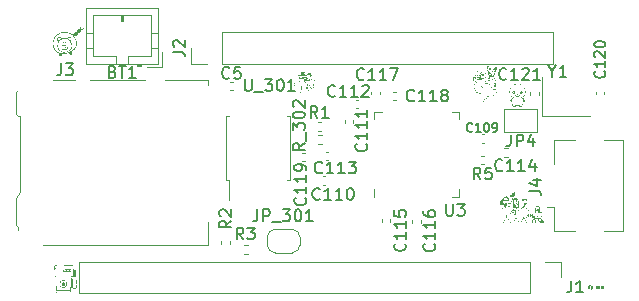
<source format=gbr>
%TF.GenerationSoftware,KiCad,Pcbnew,6.0.5*%
%TF.CreationDate,2022-05-19T12:05:37-04:00*%
%TF.ProjectId,Blackbox,426c6163-6b62-46f7-982e-6b696361645f,rev?*%
%TF.SameCoordinates,Original*%
%TF.FileFunction,Legend,Top*%
%TF.FilePolarity,Positive*%
%FSLAX46Y46*%
G04 Gerber Fmt 4.6, Leading zero omitted, Abs format (unit mm)*
G04 Created by KiCad (PCBNEW 6.0.5) date 2022-05-19 12:05:37*
%MOMM*%
%LPD*%
G01*
G04 APERTURE LIST*
%ADD10C,0.025000*%
%ADD11C,0.150000*%
%ADD12C,0.130000*%
%ADD13C,0.120000*%
G04 APERTURE END LIST*
D10*
X189533333Y-117313095D02*
X189533333Y-117146428D01*
X189533333Y-117194047D02*
X189545238Y-117170238D01*
X189557142Y-117158333D01*
X189580952Y-117146428D01*
X189604761Y-117146428D01*
X189688095Y-117313095D02*
X189688095Y-117146428D01*
X189688095Y-117063095D02*
X189676190Y-117075000D01*
X189688095Y-117086904D01*
X189700000Y-117075000D01*
X189688095Y-117063095D01*
X189688095Y-117086904D01*
X189807142Y-117146428D02*
X189807142Y-117396428D01*
X189807142Y-117158333D02*
X189830952Y-117146428D01*
X189878571Y-117146428D01*
X189902380Y-117158333D01*
X189914285Y-117170238D01*
X189926190Y-117194047D01*
X189926190Y-117265476D01*
X189914285Y-117289285D01*
X189902380Y-117301190D01*
X189878571Y-117313095D01*
X189830952Y-117313095D01*
X189807142Y-117301190D01*
X190211904Y-117301190D02*
X190235714Y-117313095D01*
X190283333Y-117313095D01*
X190307142Y-117301190D01*
X190319047Y-117277380D01*
X190319047Y-117265476D01*
X190307142Y-117241666D01*
X190283333Y-117229761D01*
X190247619Y-117229761D01*
X190223809Y-117217857D01*
X190211904Y-117194047D01*
X190211904Y-117182142D01*
X190223809Y-117158333D01*
X190247619Y-117146428D01*
X190283333Y-117146428D01*
X190307142Y-117158333D01*
X190533333Y-117313095D02*
X190533333Y-117182142D01*
X190521428Y-117158333D01*
X190497619Y-117146428D01*
X190450000Y-117146428D01*
X190426190Y-117158333D01*
X190533333Y-117301190D02*
X190509523Y-117313095D01*
X190450000Y-117313095D01*
X190426190Y-117301190D01*
X190414285Y-117277380D01*
X190414285Y-117253571D01*
X190426190Y-117229761D01*
X190450000Y-117217857D01*
X190509523Y-117217857D01*
X190533333Y-117205952D01*
X190652380Y-117313095D02*
X190652380Y-117146428D01*
X190652380Y-117170238D02*
X190664285Y-117158333D01*
X190688095Y-117146428D01*
X190723809Y-117146428D01*
X190747619Y-117158333D01*
X190759523Y-117182142D01*
X190759523Y-117313095D01*
X190759523Y-117182142D02*
X190771428Y-117158333D01*
X190795238Y-117146428D01*
X190830952Y-117146428D01*
X190854761Y-117158333D01*
X190866666Y-117182142D01*
X190866666Y-117313095D01*
D11*
%TO.C,R2*%
X159362380Y-111616666D02*
X158886190Y-111950000D01*
X159362380Y-112188095D02*
X158362380Y-112188095D01*
X158362380Y-111807142D01*
X158410000Y-111711904D01*
X158457619Y-111664285D01*
X158552857Y-111616666D01*
X158695714Y-111616666D01*
X158790952Y-111664285D01*
X158838571Y-111711904D01*
X158886190Y-111807142D01*
X158886190Y-112188095D01*
X158457619Y-111235714D02*
X158410000Y-111188095D01*
X158362380Y-111092857D01*
X158362380Y-110854761D01*
X158410000Y-110759523D01*
X158457619Y-110711904D01*
X158552857Y-110664285D01*
X158648095Y-110664285D01*
X158790952Y-110711904D01*
X159362380Y-111283333D01*
X159362380Y-110664285D01*
%TO.C,C5*%
X159208333Y-99507142D02*
X159160714Y-99554761D01*
X159017857Y-99602380D01*
X158922619Y-99602380D01*
X158779761Y-99554761D01*
X158684523Y-99459523D01*
X158636904Y-99364285D01*
X158589285Y-99173809D01*
X158589285Y-99030952D01*
X158636904Y-98840476D01*
X158684523Y-98745238D01*
X158779761Y-98650000D01*
X158922619Y-98602380D01*
X159017857Y-98602380D01*
X159160714Y-98650000D01*
X159208333Y-98697619D01*
X160113095Y-98602380D02*
X159636904Y-98602380D01*
X159589285Y-99078571D01*
X159636904Y-99030952D01*
X159732142Y-98983333D01*
X159970238Y-98983333D01*
X160065476Y-99030952D01*
X160113095Y-99078571D01*
X160160714Y-99173809D01*
X160160714Y-99411904D01*
X160113095Y-99507142D01*
X160065476Y-99554761D01*
X159970238Y-99602380D01*
X159732142Y-99602380D01*
X159636904Y-99554761D01*
X159589285Y-99507142D01*
%TO.C,J2*%
X154444980Y-97335933D02*
X155159266Y-97335933D01*
X155302123Y-97383552D01*
X155397361Y-97478790D01*
X155444980Y-97621647D01*
X155444980Y-97716885D01*
X154540219Y-96907361D02*
X154492600Y-96859742D01*
X154444980Y-96764504D01*
X154444980Y-96526409D01*
X154492600Y-96431171D01*
X154540219Y-96383552D01*
X154635457Y-96335933D01*
X154730695Y-96335933D01*
X154873552Y-96383552D01*
X155444980Y-96954980D01*
X155444980Y-96335933D01*
%TO.C,C117*%
X170589952Y-99631142D02*
X170542333Y-99678761D01*
X170399476Y-99726380D01*
X170304238Y-99726380D01*
X170161380Y-99678761D01*
X170066142Y-99583523D01*
X170018523Y-99488285D01*
X169970904Y-99297809D01*
X169970904Y-99154952D01*
X170018523Y-98964476D01*
X170066142Y-98869238D01*
X170161380Y-98774000D01*
X170304238Y-98726380D01*
X170399476Y-98726380D01*
X170542333Y-98774000D01*
X170589952Y-98821619D01*
X171542333Y-99726380D02*
X170970904Y-99726380D01*
X171256619Y-99726380D02*
X171256619Y-98726380D01*
X171161380Y-98869238D01*
X171066142Y-98964476D01*
X170970904Y-99012095D01*
X172494714Y-99726380D02*
X171923285Y-99726380D01*
X172209000Y-99726380D02*
X172209000Y-98726380D01*
X172113761Y-98869238D01*
X172018523Y-98964476D01*
X171923285Y-99012095D01*
X172828047Y-98726380D02*
X173494714Y-98726380D01*
X173066142Y-99726380D01*
%TO.C,C113*%
X167055952Y-107532142D02*
X167008333Y-107579761D01*
X166865476Y-107627380D01*
X166770238Y-107627380D01*
X166627380Y-107579761D01*
X166532142Y-107484523D01*
X166484523Y-107389285D01*
X166436904Y-107198809D01*
X166436904Y-107055952D01*
X166484523Y-106865476D01*
X166532142Y-106770238D01*
X166627380Y-106675000D01*
X166770238Y-106627380D01*
X166865476Y-106627380D01*
X167008333Y-106675000D01*
X167055952Y-106722619D01*
X168008333Y-107627380D02*
X167436904Y-107627380D01*
X167722619Y-107627380D02*
X167722619Y-106627380D01*
X167627380Y-106770238D01*
X167532142Y-106865476D01*
X167436904Y-106913095D01*
X168960714Y-107627380D02*
X168389285Y-107627380D01*
X168675000Y-107627380D02*
X168675000Y-106627380D01*
X168579761Y-106770238D01*
X168484523Y-106865476D01*
X168389285Y-106913095D01*
X169294047Y-106627380D02*
X169913095Y-106627380D01*
X169579761Y-107008333D01*
X169722619Y-107008333D01*
X169817857Y-107055952D01*
X169865476Y-107103571D01*
X169913095Y-107198809D01*
X169913095Y-107436904D01*
X169865476Y-107532142D01*
X169817857Y-107579761D01*
X169722619Y-107627380D01*
X169436904Y-107627380D01*
X169341666Y-107579761D01*
X169294047Y-107532142D01*
%TO.C,C115*%
X174047142Y-113559047D02*
X174094761Y-113606666D01*
X174142380Y-113749523D01*
X174142380Y-113844761D01*
X174094761Y-113987619D01*
X173999523Y-114082857D01*
X173904285Y-114130476D01*
X173713809Y-114178095D01*
X173570952Y-114178095D01*
X173380476Y-114130476D01*
X173285238Y-114082857D01*
X173190000Y-113987619D01*
X173142380Y-113844761D01*
X173142380Y-113749523D01*
X173190000Y-113606666D01*
X173237619Y-113559047D01*
X174142380Y-112606666D02*
X174142380Y-113178095D01*
X174142380Y-112892380D02*
X173142380Y-112892380D01*
X173285238Y-112987619D01*
X173380476Y-113082857D01*
X173428095Y-113178095D01*
X174142380Y-111654285D02*
X174142380Y-112225714D01*
X174142380Y-111940000D02*
X173142380Y-111940000D01*
X173285238Y-112035238D01*
X173380476Y-112130476D01*
X173428095Y-112225714D01*
X173142380Y-110749523D02*
X173142380Y-111225714D01*
X173618571Y-111273333D01*
X173570952Y-111225714D01*
X173523333Y-111130476D01*
X173523333Y-110892380D01*
X173570952Y-110797142D01*
X173618571Y-110749523D01*
X173713809Y-110701904D01*
X173951904Y-110701904D01*
X174047142Y-110749523D01*
X174094761Y-110797142D01*
X174142380Y-110892380D01*
X174142380Y-111130476D01*
X174094761Y-111225714D01*
X174047142Y-111273333D01*
%TO.C,JP_301*%
X161573333Y-110672380D02*
X161573333Y-111386666D01*
X161525714Y-111529523D01*
X161430476Y-111624761D01*
X161287619Y-111672380D01*
X161192380Y-111672380D01*
X162049523Y-111672380D02*
X162049523Y-110672380D01*
X162430476Y-110672380D01*
X162525714Y-110720000D01*
X162573333Y-110767619D01*
X162620952Y-110862857D01*
X162620952Y-111005714D01*
X162573333Y-111100952D01*
X162525714Y-111148571D01*
X162430476Y-111196190D01*
X162049523Y-111196190D01*
X162811428Y-111767619D02*
X163573333Y-111767619D01*
X163716190Y-110672380D02*
X164335238Y-110672380D01*
X164001904Y-111053333D01*
X164144761Y-111053333D01*
X164240000Y-111100952D01*
X164287619Y-111148571D01*
X164335238Y-111243809D01*
X164335238Y-111481904D01*
X164287619Y-111577142D01*
X164240000Y-111624761D01*
X164144761Y-111672380D01*
X163859047Y-111672380D01*
X163763809Y-111624761D01*
X163716190Y-111577142D01*
X164954285Y-110672380D02*
X165049523Y-110672380D01*
X165144761Y-110720000D01*
X165192380Y-110767619D01*
X165240000Y-110862857D01*
X165287619Y-111053333D01*
X165287619Y-111291428D01*
X165240000Y-111481904D01*
X165192380Y-111577142D01*
X165144761Y-111624761D01*
X165049523Y-111672380D01*
X164954285Y-111672380D01*
X164859047Y-111624761D01*
X164811428Y-111577142D01*
X164763809Y-111481904D01*
X164716190Y-111291428D01*
X164716190Y-111053333D01*
X164763809Y-110862857D01*
X164811428Y-110767619D01*
X164859047Y-110720000D01*
X164954285Y-110672380D01*
X166240000Y-111672380D02*
X165668571Y-111672380D01*
X165954285Y-111672380D02*
X165954285Y-110672380D01*
X165859047Y-110815238D01*
X165763809Y-110910476D01*
X165668571Y-110958095D01*
%TO.C,J3*%
X144966666Y-98302380D02*
X144966666Y-99016666D01*
X144919047Y-99159523D01*
X144823809Y-99254761D01*
X144680952Y-99302380D01*
X144585714Y-99302380D01*
X145347619Y-98302380D02*
X145966666Y-98302380D01*
X145633333Y-98683333D01*
X145776190Y-98683333D01*
X145871428Y-98730952D01*
X145919047Y-98778571D01*
X145966666Y-98873809D01*
X145966666Y-99111904D01*
X145919047Y-99207142D01*
X145871428Y-99254761D01*
X145776190Y-99302380D01*
X145490476Y-99302380D01*
X145395238Y-99254761D01*
X145347619Y-99207142D01*
%TO.C,C109*%
X179765190Y-104016428D02*
X179729666Y-104051952D01*
X179623095Y-104087476D01*
X179552047Y-104087476D01*
X179445476Y-104051952D01*
X179374428Y-103980904D01*
X179338904Y-103909857D01*
X179303380Y-103767761D01*
X179303380Y-103661190D01*
X179338904Y-103519095D01*
X179374428Y-103448047D01*
X179445476Y-103377000D01*
X179552047Y-103341476D01*
X179623095Y-103341476D01*
X179729666Y-103377000D01*
X179765190Y-103412523D01*
X180475666Y-104087476D02*
X180049380Y-104087476D01*
X180262523Y-104087476D02*
X180262523Y-103341476D01*
X180191476Y-103448047D01*
X180120428Y-103519095D01*
X180049380Y-103554619D01*
X180937476Y-103341476D02*
X181008523Y-103341476D01*
X181079571Y-103377000D01*
X181115095Y-103412523D01*
X181150619Y-103483571D01*
X181186142Y-103625666D01*
X181186142Y-103803285D01*
X181150619Y-103945380D01*
X181115095Y-104016428D01*
X181079571Y-104051952D01*
X181008523Y-104087476D01*
X180937476Y-104087476D01*
X180866428Y-104051952D01*
X180830904Y-104016428D01*
X180795380Y-103945380D01*
X180759857Y-103803285D01*
X180759857Y-103625666D01*
X180795380Y-103483571D01*
X180830904Y-103412523D01*
X180866428Y-103377000D01*
X180937476Y-103341476D01*
X181541380Y-104087476D02*
X181683476Y-104087476D01*
X181754523Y-104051952D01*
X181790047Y-104016428D01*
X181861095Y-103909857D01*
X181896619Y-103767761D01*
X181896619Y-103483571D01*
X181861095Y-103412523D01*
X181825571Y-103377000D01*
X181754523Y-103341476D01*
X181612428Y-103341476D01*
X181541380Y-103377000D01*
X181505857Y-103412523D01*
X181470333Y-103483571D01*
X181470333Y-103661190D01*
X181505857Y-103732238D01*
X181541380Y-103767761D01*
X181612428Y-103803285D01*
X181754523Y-103803285D01*
X181825571Y-103767761D01*
X181861095Y-103732238D01*
X181896619Y-103661190D01*
%TO.C,R5*%
X180458333Y-108127380D02*
X180125000Y-107651190D01*
X179886904Y-108127380D02*
X179886904Y-107127380D01*
X180267857Y-107127380D01*
X180363095Y-107175000D01*
X180410714Y-107222619D01*
X180458333Y-107317857D01*
X180458333Y-107460714D01*
X180410714Y-107555952D01*
X180363095Y-107603571D01*
X180267857Y-107651190D01*
X179886904Y-107651190D01*
X181363095Y-107127380D02*
X180886904Y-107127380D01*
X180839285Y-107603571D01*
X180886904Y-107555952D01*
X180982142Y-107508333D01*
X181220238Y-107508333D01*
X181315476Y-107555952D01*
X181363095Y-107603571D01*
X181410714Y-107698809D01*
X181410714Y-107936904D01*
X181363095Y-108032142D01*
X181315476Y-108079761D01*
X181220238Y-108127380D01*
X180982142Y-108127380D01*
X180886904Y-108079761D01*
X180839285Y-108032142D01*
%TO.C,J4*%
X184577380Y-109083333D02*
X185291666Y-109083333D01*
X185434523Y-109130952D01*
X185529761Y-109226190D01*
X185577380Y-109369047D01*
X185577380Y-109464285D01*
X184910714Y-108178571D02*
X185577380Y-108178571D01*
X184529761Y-108416666D02*
X185244047Y-108654761D01*
X185244047Y-108035714D01*
%TO.C,C119*%
X165617142Y-109689047D02*
X165664761Y-109736666D01*
X165712380Y-109879523D01*
X165712380Y-109974761D01*
X165664761Y-110117619D01*
X165569523Y-110212857D01*
X165474285Y-110260476D01*
X165283809Y-110308095D01*
X165140952Y-110308095D01*
X164950476Y-110260476D01*
X164855238Y-110212857D01*
X164760000Y-110117619D01*
X164712380Y-109974761D01*
X164712380Y-109879523D01*
X164760000Y-109736666D01*
X164807619Y-109689047D01*
X165712380Y-108736666D02*
X165712380Y-109308095D01*
X165712380Y-109022380D02*
X164712380Y-109022380D01*
X164855238Y-109117619D01*
X164950476Y-109212857D01*
X164998095Y-109308095D01*
X165712380Y-107784285D02*
X165712380Y-108355714D01*
X165712380Y-108070000D02*
X164712380Y-108070000D01*
X164855238Y-108165238D01*
X164950476Y-108260476D01*
X164998095Y-108355714D01*
X165712380Y-107308095D02*
X165712380Y-107117619D01*
X165664761Y-107022380D01*
X165617142Y-106974761D01*
X165474285Y-106879523D01*
X165283809Y-106831904D01*
X164902857Y-106831904D01*
X164807619Y-106879523D01*
X164760000Y-106927142D01*
X164712380Y-107022380D01*
X164712380Y-107212857D01*
X164760000Y-107308095D01*
X164807619Y-107355714D01*
X164902857Y-107403333D01*
X165140952Y-107403333D01*
X165236190Y-107355714D01*
X165283809Y-107308095D01*
X165331428Y-107212857D01*
X165331428Y-107022380D01*
X165283809Y-106927142D01*
X165236190Y-106879523D01*
X165140952Y-106831904D01*
D12*
%TO.C,C120*%
X190921428Y-98982142D02*
X190964285Y-99025000D01*
X191007142Y-99153571D01*
X191007142Y-99239285D01*
X190964285Y-99367857D01*
X190878571Y-99453571D01*
X190792857Y-99496428D01*
X190621428Y-99539285D01*
X190492857Y-99539285D01*
X190321428Y-99496428D01*
X190235714Y-99453571D01*
X190150000Y-99367857D01*
X190107142Y-99239285D01*
X190107142Y-99153571D01*
X190150000Y-99025000D01*
X190192857Y-98982142D01*
X191007142Y-98125000D02*
X191007142Y-98639285D01*
X191007142Y-98382142D02*
X190107142Y-98382142D01*
X190235714Y-98467857D01*
X190321428Y-98553571D01*
X190364285Y-98639285D01*
X190192857Y-97782142D02*
X190150000Y-97739285D01*
X190107142Y-97653571D01*
X190107142Y-97439285D01*
X190150000Y-97353571D01*
X190192857Y-97310714D01*
X190278571Y-97267857D01*
X190364285Y-97267857D01*
X190492857Y-97310714D01*
X191007142Y-97825000D01*
X191007142Y-97267857D01*
X190107142Y-96710714D02*
X190107142Y-96625000D01*
X190150000Y-96539285D01*
X190192857Y-96496428D01*
X190278571Y-96453571D01*
X190450000Y-96410714D01*
X190664285Y-96410714D01*
X190835714Y-96453571D01*
X190921428Y-96496428D01*
X190964285Y-96539285D01*
X191007142Y-96625000D01*
X191007142Y-96710714D01*
X190964285Y-96796428D01*
X190921428Y-96839285D01*
X190835714Y-96882142D01*
X190664285Y-96925000D01*
X190450000Y-96925000D01*
X190278571Y-96882142D01*
X190192857Y-96839285D01*
X190150000Y-96796428D01*
X190107142Y-96710714D01*
D11*
%TO.C,C110*%
X166855952Y-109757142D02*
X166808333Y-109804761D01*
X166665476Y-109852380D01*
X166570238Y-109852380D01*
X166427380Y-109804761D01*
X166332142Y-109709523D01*
X166284523Y-109614285D01*
X166236904Y-109423809D01*
X166236904Y-109280952D01*
X166284523Y-109090476D01*
X166332142Y-108995238D01*
X166427380Y-108900000D01*
X166570238Y-108852380D01*
X166665476Y-108852380D01*
X166808333Y-108900000D01*
X166855952Y-108947619D01*
X167808333Y-109852380D02*
X167236904Y-109852380D01*
X167522619Y-109852380D02*
X167522619Y-108852380D01*
X167427380Y-108995238D01*
X167332142Y-109090476D01*
X167236904Y-109138095D01*
X168760714Y-109852380D02*
X168189285Y-109852380D01*
X168475000Y-109852380D02*
X168475000Y-108852380D01*
X168379761Y-108995238D01*
X168284523Y-109090476D01*
X168189285Y-109138095D01*
X169379761Y-108852380D02*
X169475000Y-108852380D01*
X169570238Y-108900000D01*
X169617857Y-108947619D01*
X169665476Y-109042857D01*
X169713095Y-109233333D01*
X169713095Y-109471428D01*
X169665476Y-109661904D01*
X169617857Y-109757142D01*
X169570238Y-109804761D01*
X169475000Y-109852380D01*
X169379761Y-109852380D01*
X169284523Y-109804761D01*
X169236904Y-109757142D01*
X169189285Y-109661904D01*
X169141666Y-109471428D01*
X169141666Y-109233333D01*
X169189285Y-109042857D01*
X169236904Y-108947619D01*
X169284523Y-108900000D01*
X169379761Y-108852380D01*
%TO.C,C114*%
X182305952Y-107332142D02*
X182258333Y-107379761D01*
X182115476Y-107427380D01*
X182020238Y-107427380D01*
X181877380Y-107379761D01*
X181782142Y-107284523D01*
X181734523Y-107189285D01*
X181686904Y-106998809D01*
X181686904Y-106855952D01*
X181734523Y-106665476D01*
X181782142Y-106570238D01*
X181877380Y-106475000D01*
X182020238Y-106427380D01*
X182115476Y-106427380D01*
X182258333Y-106475000D01*
X182305952Y-106522619D01*
X183258333Y-107427380D02*
X182686904Y-107427380D01*
X182972619Y-107427380D02*
X182972619Y-106427380D01*
X182877380Y-106570238D01*
X182782142Y-106665476D01*
X182686904Y-106713095D01*
X184210714Y-107427380D02*
X183639285Y-107427380D01*
X183925000Y-107427380D02*
X183925000Y-106427380D01*
X183829761Y-106570238D01*
X183734523Y-106665476D01*
X183639285Y-106713095D01*
X185067857Y-106760714D02*
X185067857Y-107427380D01*
X184829761Y-106379761D02*
X184591666Y-107094047D01*
X185210714Y-107094047D01*
%TO.C,C116*%
X176537142Y-113579047D02*
X176584761Y-113626666D01*
X176632380Y-113769523D01*
X176632380Y-113864761D01*
X176584761Y-114007619D01*
X176489523Y-114102857D01*
X176394285Y-114150476D01*
X176203809Y-114198095D01*
X176060952Y-114198095D01*
X175870476Y-114150476D01*
X175775238Y-114102857D01*
X175680000Y-114007619D01*
X175632380Y-113864761D01*
X175632380Y-113769523D01*
X175680000Y-113626666D01*
X175727619Y-113579047D01*
X176632380Y-112626666D02*
X176632380Y-113198095D01*
X176632380Y-112912380D02*
X175632380Y-112912380D01*
X175775238Y-113007619D01*
X175870476Y-113102857D01*
X175918095Y-113198095D01*
X176632380Y-111674285D02*
X176632380Y-112245714D01*
X176632380Y-111960000D02*
X175632380Y-111960000D01*
X175775238Y-112055238D01*
X175870476Y-112150476D01*
X175918095Y-112245714D01*
X175632380Y-110817142D02*
X175632380Y-111007619D01*
X175680000Y-111102857D01*
X175727619Y-111150476D01*
X175870476Y-111245714D01*
X176060952Y-111293333D01*
X176441904Y-111293333D01*
X176537142Y-111245714D01*
X176584761Y-111198095D01*
X176632380Y-111102857D01*
X176632380Y-110912380D01*
X176584761Y-110817142D01*
X176537142Y-110769523D01*
X176441904Y-110721904D01*
X176203809Y-110721904D01*
X176108571Y-110769523D01*
X176060952Y-110817142D01*
X176013333Y-110912380D01*
X176013333Y-111102857D01*
X176060952Y-111198095D01*
X176108571Y-111245714D01*
X176203809Y-111293333D01*
%TO.C,U_301*%
X160504761Y-99627380D02*
X160504761Y-100436904D01*
X160552380Y-100532142D01*
X160600000Y-100579761D01*
X160695238Y-100627380D01*
X160885714Y-100627380D01*
X160980952Y-100579761D01*
X161028571Y-100532142D01*
X161076190Y-100436904D01*
X161076190Y-99627380D01*
X161314285Y-100722619D02*
X162076190Y-100722619D01*
X162219047Y-99627380D02*
X162838095Y-99627380D01*
X162504761Y-100008333D01*
X162647619Y-100008333D01*
X162742857Y-100055952D01*
X162790476Y-100103571D01*
X162838095Y-100198809D01*
X162838095Y-100436904D01*
X162790476Y-100532142D01*
X162742857Y-100579761D01*
X162647619Y-100627380D01*
X162361904Y-100627380D01*
X162266666Y-100579761D01*
X162219047Y-100532142D01*
X163457142Y-99627380D02*
X163552380Y-99627380D01*
X163647619Y-99675000D01*
X163695238Y-99722619D01*
X163742857Y-99817857D01*
X163790476Y-100008333D01*
X163790476Y-100246428D01*
X163742857Y-100436904D01*
X163695238Y-100532142D01*
X163647619Y-100579761D01*
X163552380Y-100627380D01*
X163457142Y-100627380D01*
X163361904Y-100579761D01*
X163314285Y-100532142D01*
X163266666Y-100436904D01*
X163219047Y-100246428D01*
X163219047Y-100008333D01*
X163266666Y-99817857D01*
X163314285Y-99722619D01*
X163361904Y-99675000D01*
X163457142Y-99627380D01*
X164742857Y-100627380D02*
X164171428Y-100627380D01*
X164457142Y-100627380D02*
X164457142Y-99627380D01*
X164361904Y-99770238D01*
X164266666Y-99865476D01*
X164171428Y-99913095D01*
%TO.C,C121*%
X182655952Y-99607142D02*
X182608333Y-99654761D01*
X182465476Y-99702380D01*
X182370238Y-99702380D01*
X182227380Y-99654761D01*
X182132142Y-99559523D01*
X182084523Y-99464285D01*
X182036904Y-99273809D01*
X182036904Y-99130952D01*
X182084523Y-98940476D01*
X182132142Y-98845238D01*
X182227380Y-98750000D01*
X182370238Y-98702380D01*
X182465476Y-98702380D01*
X182608333Y-98750000D01*
X182655952Y-98797619D01*
X183608333Y-99702380D02*
X183036904Y-99702380D01*
X183322619Y-99702380D02*
X183322619Y-98702380D01*
X183227380Y-98845238D01*
X183132142Y-98940476D01*
X183036904Y-98988095D01*
X183989285Y-98797619D02*
X184036904Y-98750000D01*
X184132142Y-98702380D01*
X184370238Y-98702380D01*
X184465476Y-98750000D01*
X184513095Y-98797619D01*
X184560714Y-98892857D01*
X184560714Y-98988095D01*
X184513095Y-99130952D01*
X183941666Y-99702380D01*
X184560714Y-99702380D01*
X185513095Y-99702380D02*
X184941666Y-99702380D01*
X185227380Y-99702380D02*
X185227380Y-98702380D01*
X185132142Y-98845238D01*
X185036904Y-98940476D01*
X184941666Y-98988095D01*
%TO.C,BT1*%
X149314285Y-99003571D02*
X149457142Y-99051190D01*
X149504761Y-99098809D01*
X149552380Y-99194047D01*
X149552380Y-99336904D01*
X149504761Y-99432142D01*
X149457142Y-99479761D01*
X149361904Y-99527380D01*
X148980952Y-99527380D01*
X148980952Y-98527380D01*
X149314285Y-98527380D01*
X149409523Y-98575000D01*
X149457142Y-98622619D01*
X149504761Y-98717857D01*
X149504761Y-98813095D01*
X149457142Y-98908333D01*
X149409523Y-98955952D01*
X149314285Y-99003571D01*
X148980952Y-99003571D01*
X149838095Y-98527380D02*
X150409523Y-98527380D01*
X150123809Y-99527380D02*
X150123809Y-98527380D01*
X151266666Y-99527380D02*
X150695238Y-99527380D01*
X150980952Y-99527380D02*
X150980952Y-98527380D01*
X150885714Y-98670238D01*
X150790476Y-98765476D01*
X150695238Y-98813095D01*
%TO.C,Y1*%
X186548809Y-98951190D02*
X186548809Y-99427380D01*
X186215476Y-98427380D02*
X186548809Y-98951190D01*
X186882142Y-98427380D01*
X187739285Y-99427380D02*
X187167857Y-99427380D01*
X187453571Y-99427380D02*
X187453571Y-98427380D01*
X187358333Y-98570238D01*
X187263095Y-98665476D01*
X187167857Y-98713095D01*
%TO.C,R_302*%
X165577380Y-105050000D02*
X165101190Y-105383333D01*
X165577380Y-105621428D02*
X164577380Y-105621428D01*
X164577380Y-105240476D01*
X164625000Y-105145238D01*
X164672619Y-105097619D01*
X164767857Y-105050000D01*
X164910714Y-105050000D01*
X165005952Y-105097619D01*
X165053571Y-105145238D01*
X165101190Y-105240476D01*
X165101190Y-105621428D01*
X165672619Y-104859523D02*
X165672619Y-104097619D01*
X164577380Y-103954761D02*
X164577380Y-103335714D01*
X164958333Y-103669047D01*
X164958333Y-103526190D01*
X165005952Y-103430952D01*
X165053571Y-103383333D01*
X165148809Y-103335714D01*
X165386904Y-103335714D01*
X165482142Y-103383333D01*
X165529761Y-103430952D01*
X165577380Y-103526190D01*
X165577380Y-103811904D01*
X165529761Y-103907142D01*
X165482142Y-103954761D01*
X164577380Y-102716666D02*
X164577380Y-102621428D01*
X164625000Y-102526190D01*
X164672619Y-102478571D01*
X164767857Y-102430952D01*
X164958333Y-102383333D01*
X165196428Y-102383333D01*
X165386904Y-102430952D01*
X165482142Y-102478571D01*
X165529761Y-102526190D01*
X165577380Y-102621428D01*
X165577380Y-102716666D01*
X165529761Y-102811904D01*
X165482142Y-102859523D01*
X165386904Y-102907142D01*
X165196428Y-102954761D01*
X164958333Y-102954761D01*
X164767857Y-102907142D01*
X164672619Y-102859523D01*
X164625000Y-102811904D01*
X164577380Y-102716666D01*
X164672619Y-102002380D02*
X164625000Y-101954761D01*
X164577380Y-101859523D01*
X164577380Y-101621428D01*
X164625000Y-101526190D01*
X164672619Y-101478571D01*
X164767857Y-101430952D01*
X164863095Y-101430952D01*
X165005952Y-101478571D01*
X165577380Y-102050000D01*
X165577380Y-101430952D01*
%TO.C,R1*%
X166658333Y-102907380D02*
X166325000Y-102431190D01*
X166086904Y-102907380D02*
X166086904Y-101907380D01*
X166467857Y-101907380D01*
X166563095Y-101955000D01*
X166610714Y-102002619D01*
X166658333Y-102097857D01*
X166658333Y-102240714D01*
X166610714Y-102335952D01*
X166563095Y-102383571D01*
X166467857Y-102431190D01*
X166086904Y-102431190D01*
X167610714Y-102907380D02*
X167039285Y-102907380D01*
X167325000Y-102907380D02*
X167325000Y-101907380D01*
X167229761Y-102050238D01*
X167134523Y-102145476D01*
X167039285Y-102193095D01*
%TO.C,R3*%
X160383333Y-113202380D02*
X160050000Y-112726190D01*
X159811904Y-113202380D02*
X159811904Y-112202380D01*
X160192857Y-112202380D01*
X160288095Y-112250000D01*
X160335714Y-112297619D01*
X160383333Y-112392857D01*
X160383333Y-112535714D01*
X160335714Y-112630952D01*
X160288095Y-112678571D01*
X160192857Y-112726190D01*
X159811904Y-112726190D01*
X160716666Y-112202380D02*
X161335714Y-112202380D01*
X161002380Y-112583333D01*
X161145238Y-112583333D01*
X161240476Y-112630952D01*
X161288095Y-112678571D01*
X161335714Y-112773809D01*
X161335714Y-113011904D01*
X161288095Y-113107142D01*
X161240476Y-113154761D01*
X161145238Y-113202380D01*
X160859523Y-113202380D01*
X160764285Y-113154761D01*
X160716666Y-113107142D01*
%TO.C,JP4*%
X183041666Y-104327380D02*
X183041666Y-105041666D01*
X182994047Y-105184523D01*
X182898809Y-105279761D01*
X182755952Y-105327380D01*
X182660714Y-105327380D01*
X183517857Y-105327380D02*
X183517857Y-104327380D01*
X183898809Y-104327380D01*
X183994047Y-104375000D01*
X184041666Y-104422619D01*
X184089285Y-104517857D01*
X184089285Y-104660714D01*
X184041666Y-104755952D01*
X183994047Y-104803571D01*
X183898809Y-104851190D01*
X183517857Y-104851190D01*
X184946428Y-104660714D02*
X184946428Y-105327380D01*
X184708333Y-104279761D02*
X184470238Y-104994047D01*
X185089285Y-104994047D01*
%TO.C,C111*%
X170782142Y-105119047D02*
X170829761Y-105166666D01*
X170877380Y-105309523D01*
X170877380Y-105404761D01*
X170829761Y-105547619D01*
X170734523Y-105642857D01*
X170639285Y-105690476D01*
X170448809Y-105738095D01*
X170305952Y-105738095D01*
X170115476Y-105690476D01*
X170020238Y-105642857D01*
X169925000Y-105547619D01*
X169877380Y-105404761D01*
X169877380Y-105309523D01*
X169925000Y-105166666D01*
X169972619Y-105119047D01*
X170877380Y-104166666D02*
X170877380Y-104738095D01*
X170877380Y-104452380D02*
X169877380Y-104452380D01*
X170020238Y-104547619D01*
X170115476Y-104642857D01*
X170163095Y-104738095D01*
X170877380Y-103214285D02*
X170877380Y-103785714D01*
X170877380Y-103500000D02*
X169877380Y-103500000D01*
X170020238Y-103595238D01*
X170115476Y-103690476D01*
X170163095Y-103785714D01*
X170877380Y-102261904D02*
X170877380Y-102833333D01*
X170877380Y-102547619D02*
X169877380Y-102547619D01*
X170020238Y-102642857D01*
X170115476Y-102738095D01*
X170163095Y-102833333D01*
%TO.C,U3*%
X177558595Y-110196380D02*
X177558595Y-111005904D01*
X177606214Y-111101142D01*
X177653833Y-111148761D01*
X177749071Y-111196380D01*
X177939547Y-111196380D01*
X178034785Y-111148761D01*
X178082404Y-111101142D01*
X178130023Y-111005904D01*
X178130023Y-110196380D01*
X178510976Y-110196380D02*
X179130023Y-110196380D01*
X178796690Y-110577333D01*
X178939547Y-110577333D01*
X179034785Y-110624952D01*
X179082404Y-110672571D01*
X179130023Y-110767809D01*
X179130023Y-111005904D01*
X179082404Y-111101142D01*
X179034785Y-111148761D01*
X178939547Y-111196380D01*
X178653833Y-111196380D01*
X178558595Y-111148761D01*
X178510976Y-111101142D01*
%TO.C,C112*%
X168144952Y-101035142D02*
X168097333Y-101082761D01*
X167954476Y-101130380D01*
X167859238Y-101130380D01*
X167716380Y-101082761D01*
X167621142Y-100987523D01*
X167573523Y-100892285D01*
X167525904Y-100701809D01*
X167525904Y-100558952D01*
X167573523Y-100368476D01*
X167621142Y-100273238D01*
X167716380Y-100178000D01*
X167859238Y-100130380D01*
X167954476Y-100130380D01*
X168097333Y-100178000D01*
X168144952Y-100225619D01*
X169097333Y-101130380D02*
X168525904Y-101130380D01*
X168811619Y-101130380D02*
X168811619Y-100130380D01*
X168716380Y-100273238D01*
X168621142Y-100368476D01*
X168525904Y-100416095D01*
X170049714Y-101130380D02*
X169478285Y-101130380D01*
X169764000Y-101130380D02*
X169764000Y-100130380D01*
X169668761Y-100273238D01*
X169573523Y-100368476D01*
X169478285Y-100416095D01*
X170430666Y-100225619D02*
X170478285Y-100178000D01*
X170573523Y-100130380D01*
X170811619Y-100130380D01*
X170906857Y-100178000D01*
X170954476Y-100225619D01*
X171002095Y-100320857D01*
X171002095Y-100416095D01*
X170954476Y-100558952D01*
X170383047Y-101130380D01*
X171002095Y-101130380D01*
%TO.C,C118*%
X174849952Y-101432142D02*
X174802333Y-101479761D01*
X174659476Y-101527380D01*
X174564238Y-101527380D01*
X174421380Y-101479761D01*
X174326142Y-101384523D01*
X174278523Y-101289285D01*
X174230904Y-101098809D01*
X174230904Y-100955952D01*
X174278523Y-100765476D01*
X174326142Y-100670238D01*
X174421380Y-100575000D01*
X174564238Y-100527380D01*
X174659476Y-100527380D01*
X174802333Y-100575000D01*
X174849952Y-100622619D01*
X175802333Y-101527380D02*
X175230904Y-101527380D01*
X175516619Y-101527380D02*
X175516619Y-100527380D01*
X175421380Y-100670238D01*
X175326142Y-100765476D01*
X175230904Y-100813095D01*
X176754714Y-101527380D02*
X176183285Y-101527380D01*
X176469000Y-101527380D02*
X176469000Y-100527380D01*
X176373761Y-100670238D01*
X176278523Y-100765476D01*
X176183285Y-100813095D01*
X177326142Y-100955952D02*
X177230904Y-100908333D01*
X177183285Y-100860714D01*
X177135666Y-100765476D01*
X177135666Y-100717857D01*
X177183285Y-100622619D01*
X177230904Y-100575000D01*
X177326142Y-100527380D01*
X177516619Y-100527380D01*
X177611857Y-100575000D01*
X177659476Y-100622619D01*
X177707095Y-100717857D01*
X177707095Y-100765476D01*
X177659476Y-100860714D01*
X177611857Y-100908333D01*
X177516619Y-100955952D01*
X177326142Y-100955952D01*
X177230904Y-101003571D01*
X177183285Y-101051190D01*
X177135666Y-101146428D01*
X177135666Y-101336904D01*
X177183285Y-101432142D01*
X177230904Y-101479761D01*
X177326142Y-101527380D01*
X177516619Y-101527380D01*
X177611857Y-101479761D01*
X177659476Y-101432142D01*
X177707095Y-101336904D01*
X177707095Y-101146428D01*
X177659476Y-101051190D01*
X177611857Y-101003571D01*
X177516619Y-100955952D01*
%TO.C,J1*%
X188141666Y-116702380D02*
X188141666Y-117416666D01*
X188094047Y-117559523D01*
X187998809Y-117654761D01*
X187855952Y-117702380D01*
X187760714Y-117702380D01*
X189141666Y-117702380D02*
X188570238Y-117702380D01*
X188855952Y-117702380D02*
X188855952Y-116702380D01*
X188760714Y-116845238D01*
X188665476Y-116940476D01*
X188570238Y-116988095D01*
D13*
%TO.C,R2*%
X158530000Y-113306359D02*
X158530000Y-113613641D01*
X159290000Y-113306359D02*
X159290000Y-113613641D01*
%TO.C,G\u002A\u002A\u002A*%
G36*
X144511715Y-117582466D02*
G01*
X144513946Y-117571807D01*
X144517275Y-117561323D01*
X144520456Y-117545397D01*
X144522069Y-117533677D01*
X144527265Y-117509155D01*
X144536617Y-117492252D01*
X144542504Y-117484746D01*
X144545383Y-117478074D01*
X144545530Y-117469331D01*
X144543221Y-117455609D01*
X144541077Y-117445238D01*
X144537576Y-117426645D01*
X144534556Y-117406119D01*
X144531970Y-117382784D01*
X144529774Y-117355762D01*
X144527923Y-117324179D01*
X144526373Y-117287157D01*
X144525079Y-117243821D01*
X144523996Y-117193295D01*
X144523079Y-117134703D01*
X144522426Y-117080618D01*
X144521826Y-117027671D01*
X144521250Y-116983474D01*
X144520656Y-116947125D01*
X144520001Y-116917720D01*
X144519243Y-116894356D01*
X144518340Y-116876130D01*
X144517250Y-116862139D01*
X144515929Y-116851478D01*
X144514337Y-116843246D01*
X144512431Y-116836538D01*
X144510793Y-116832024D01*
X144506943Y-116817238D01*
X144503343Y-116793866D01*
X144500061Y-116762975D01*
X144497161Y-116725632D01*
X144494711Y-116682904D01*
X144492776Y-116635857D01*
X144491422Y-116585558D01*
X144490716Y-116533073D01*
X144490626Y-116506770D01*
X144490611Y-116499900D01*
X144519203Y-116499900D01*
X144519241Y-116531382D01*
X144519749Y-116563128D01*
X144520725Y-116593576D01*
X144522164Y-116621163D01*
X144524065Y-116644325D01*
X144526424Y-116661500D01*
X144526648Y-116662646D01*
X144532344Y-116691350D01*
X144537024Y-116716575D01*
X144540820Y-116739792D01*
X144543861Y-116762474D01*
X144546278Y-116786095D01*
X144548202Y-116812125D01*
X144549763Y-116842039D01*
X144551092Y-116877308D01*
X144552318Y-116919405D01*
X144553466Y-116965340D01*
X144554891Y-117019555D01*
X144556376Y-117064979D01*
X144557967Y-117102475D01*
X144559712Y-117132907D01*
X144561660Y-117157138D01*
X144563858Y-117176031D01*
X144565731Y-117187385D01*
X144569987Y-117209453D01*
X144574099Y-117230842D01*
X144577301Y-117247572D01*
X144577790Y-117250137D01*
X144579247Y-117261406D01*
X144580968Y-117280538D01*
X144582825Y-117305751D01*
X144584690Y-117335262D01*
X144586436Y-117367290D01*
X144586941Y-117377638D01*
X144588781Y-117413849D01*
X144590511Y-117441577D01*
X144592261Y-117461990D01*
X144594161Y-117476255D01*
X144596342Y-117485541D01*
X144598934Y-117491014D01*
X144599701Y-117491968D01*
X144601277Y-117493286D01*
X144603839Y-117494463D01*
X144607915Y-117495506D01*
X144614031Y-117496426D01*
X144622717Y-117497229D01*
X144634499Y-117497926D01*
X144649906Y-117498523D01*
X144669465Y-117499031D01*
X144693703Y-117499457D01*
X144723150Y-117499809D01*
X144758332Y-117500097D01*
X144799777Y-117500329D01*
X144848014Y-117500514D01*
X144903569Y-117500660D01*
X144966970Y-117500775D01*
X145038746Y-117500869D01*
X145119424Y-117500949D01*
X145156541Y-117500981D01*
X145241167Y-117501046D01*
X145316670Y-117501086D01*
X145383581Y-117501094D01*
X145442429Y-117501062D01*
X145493747Y-117500981D01*
X145538064Y-117500845D01*
X145575912Y-117500645D01*
X145607821Y-117500374D01*
X145634322Y-117500024D01*
X145655945Y-117499588D01*
X145673223Y-117499057D01*
X145686685Y-117498425D01*
X145696861Y-117497682D01*
X145704284Y-117496822D01*
X145709484Y-117495837D01*
X145712991Y-117494719D01*
X145715336Y-117493461D01*
X145716154Y-117492846D01*
X145719540Y-117489632D01*
X145722184Y-117485383D01*
X145724241Y-117478846D01*
X145725867Y-117468767D01*
X145727216Y-117453893D01*
X145728444Y-117432969D01*
X145729705Y-117404742D01*
X145730952Y-117373227D01*
X145732799Y-117331275D01*
X145734790Y-117298127D01*
X145737001Y-117272935D01*
X145739507Y-117254851D01*
X145742385Y-117243025D01*
X145742704Y-117242135D01*
X145746508Y-117231001D01*
X145749764Y-117219060D01*
X145752524Y-117205465D01*
X145754839Y-117189367D01*
X145756761Y-117169919D01*
X145758343Y-117146275D01*
X145759637Y-117117585D01*
X145760693Y-117083003D01*
X145761566Y-117041680D01*
X145762305Y-116992771D01*
X145762965Y-116935426D01*
X145763242Y-116907416D01*
X145764150Y-116830755D01*
X145765340Y-116763273D01*
X145766839Y-116704498D01*
X145768674Y-116653959D01*
X145770871Y-116611183D01*
X145773457Y-116575700D01*
X145776460Y-116547036D01*
X145779905Y-116524721D01*
X145783820Y-116508283D01*
X145786281Y-116501339D01*
X145790309Y-116487795D01*
X145793994Y-116468746D01*
X145796523Y-116448451D01*
X145797610Y-116440620D01*
X145799125Y-116433567D01*
X145799221Y-116433157D01*
X145832601Y-116433157D01*
X145835555Y-116459874D01*
X145844795Y-116479884D01*
X145860946Y-116494303D01*
X145869407Y-116498720D01*
X145884015Y-116507715D01*
X145896084Y-116519106D01*
X145897874Y-116521525D01*
X145906510Y-116531921D01*
X145914767Y-116538120D01*
X145915404Y-116538357D01*
X145920469Y-116540781D01*
X145924401Y-116545491D01*
X145927937Y-116554302D01*
X145931813Y-116569032D01*
X145936562Y-116590533D01*
X145939475Y-116610317D01*
X145941645Y-116637384D01*
X145943051Y-116669387D01*
X145943669Y-116703983D01*
X145943477Y-116738827D01*
X145942451Y-116771573D01*
X145940570Y-116799877D01*
X145938745Y-116815702D01*
X145936963Y-116832846D01*
X145935482Y-116856555D01*
X145934451Y-116883743D01*
X145934022Y-116911323D01*
X145934020Y-116912243D01*
X145933398Y-116941829D01*
X145931802Y-116973116D01*
X145929480Y-117002215D01*
X145926920Y-117023678D01*
X145923638Y-117048160D01*
X145922376Y-117067597D01*
X145923129Y-117086385D01*
X145925896Y-117108920D01*
X145926861Y-117115392D01*
X145929997Y-117138371D01*
X145932412Y-117160591D01*
X145933730Y-117178386D01*
X145933865Y-117183308D01*
X145935275Y-117199245D01*
X145940598Y-117212234D01*
X145950462Y-117225542D01*
X145960698Y-117239807D01*
X145968172Y-117253871D01*
X145970141Y-117259729D01*
X145976069Y-117273248D01*
X145984111Y-117282661D01*
X145994618Y-117292985D01*
X146004035Y-117305100D01*
X146014902Y-117316527D01*
X146029060Y-117325571D01*
X146030273Y-117326096D01*
X146043569Y-117332466D01*
X146053719Y-117338820D01*
X146054639Y-117339584D01*
X146078206Y-117354568D01*
X146104117Y-117360497D01*
X146130966Y-117357132D01*
X146139446Y-117354086D01*
X146157691Y-117343267D01*
X146176318Y-117327009D01*
X146192849Y-117308020D01*
X146204805Y-117289005D01*
X146208858Y-117278293D01*
X146215215Y-117253391D01*
X146220177Y-117236151D01*
X146224369Y-117224793D01*
X146228415Y-117217538D01*
X146231355Y-117214085D01*
X146235238Y-117206579D01*
X146238866Y-117191666D01*
X146242390Y-117168570D01*
X146245584Y-117140257D01*
X146248678Y-117113030D01*
X146252285Y-117086541D01*
X146255980Y-117063649D01*
X146259335Y-117047212D01*
X146259655Y-117045958D01*
X146266061Y-117005362D01*
X146265439Y-116960899D01*
X146257832Y-116915274D01*
X146257546Y-116914113D01*
X146252399Y-116891211D01*
X146247907Y-116867340D01*
X146245020Y-116847559D01*
X146244968Y-116847077D01*
X146239861Y-116822004D01*
X146230818Y-116796671D01*
X146228153Y-116791059D01*
X146223660Y-116781910D01*
X146220228Y-116773543D01*
X146217666Y-116764451D01*
X146215785Y-116753128D01*
X146214392Y-116738069D01*
X146213297Y-116717766D01*
X146212309Y-116690714D01*
X146211322Y-116658315D01*
X146210132Y-116621858D01*
X146208867Y-116593331D01*
X146207352Y-116571013D01*
X146205413Y-116553180D01*
X146202875Y-116538108D01*
X146199564Y-116524077D01*
X146196711Y-116514010D01*
X146187309Y-116475471D01*
X146180178Y-116432404D01*
X146176045Y-116389809D01*
X146175305Y-116366296D01*
X146174826Y-116350905D01*
X146172449Y-116339995D01*
X146166761Y-116332799D01*
X146156349Y-116328546D01*
X146139802Y-116326470D01*
X146115706Y-116325801D01*
X146100773Y-116325755D01*
X146042194Y-116325755D01*
X146021803Y-116341895D01*
X146003661Y-116352892D01*
X145978656Y-116363514D01*
X145949570Y-116372940D01*
X145919184Y-116380349D01*
X145890278Y-116384920D01*
X145872406Y-116385992D01*
X145853496Y-116388498D01*
X145841191Y-116396541D01*
X145834542Y-116411246D01*
X145832601Y-116433157D01*
X145799221Y-116433157D01*
X145800597Y-116427252D01*
X145801553Y-116421637D01*
X145801521Y-116416681D01*
X145800029Y-116412344D01*
X145796604Y-116408588D01*
X145790773Y-116405371D01*
X145782065Y-116402655D01*
X145770007Y-116400400D01*
X145754126Y-116398566D01*
X145733951Y-116397113D01*
X145709008Y-116396002D01*
X145678826Y-116395192D01*
X145642932Y-116394645D01*
X145600854Y-116394320D01*
X145552120Y-116394178D01*
X145496256Y-116394179D01*
X145432791Y-116394283D01*
X145361252Y-116394451D01*
X145281167Y-116394643D01*
X145192063Y-116394819D01*
X145159142Y-116394869D01*
X145060846Y-116395030D01*
X144971908Y-116395231D01*
X144892033Y-116395475D01*
X144820924Y-116395765D01*
X144758286Y-116396103D01*
X144703823Y-116396494D01*
X144657239Y-116396940D01*
X144618239Y-116397443D01*
X144586526Y-116398007D01*
X144561804Y-116398634D01*
X144543779Y-116399329D01*
X144532153Y-116400092D01*
X144526632Y-116400928D01*
X144526161Y-116401157D01*
X144523806Y-116407873D01*
X144521936Y-116422669D01*
X144520547Y-116443980D01*
X144519637Y-116470245D01*
X144519203Y-116499900D01*
X144490611Y-116499900D01*
X144490554Y-116472990D01*
X144490259Y-116447425D01*
X144489621Y-116428634D01*
X144488521Y-116415178D01*
X144486837Y-116405618D01*
X144484450Y-116398513D01*
X144481240Y-116392425D01*
X144481059Y-116392127D01*
X144472143Y-116380954D01*
X144461706Y-116376728D01*
X144456464Y-116376439D01*
X144436435Y-116372874D01*
X144416019Y-116363690D01*
X144400954Y-116351856D01*
X144395876Y-116345283D01*
X144395216Y-116339107D01*
X144399075Y-116329595D01*
X144401688Y-116324442D01*
X144404123Y-116319108D01*
X144406111Y-116312834D01*
X144407712Y-116304601D01*
X144408981Y-116293390D01*
X144409978Y-116278183D01*
X144410758Y-116257960D01*
X144411380Y-116231704D01*
X144411901Y-116198396D01*
X144412379Y-116157016D01*
X144412646Y-116130259D01*
X144413012Y-116063996D01*
X144412700Y-116006099D01*
X144411653Y-115955296D01*
X144409813Y-115910319D01*
X144407120Y-115869898D01*
X144403516Y-115832764D01*
X144398943Y-115797646D01*
X144396642Y-115782710D01*
X144394714Y-115766333D01*
X144392787Y-115741850D01*
X144390943Y-115710805D01*
X144390261Y-115696164D01*
X144443248Y-115696164D01*
X144444743Y-115709567D01*
X144445421Y-115719280D01*
X144446159Y-115737708D01*
X144446938Y-115763911D01*
X144447738Y-115796949D01*
X144448540Y-115835882D01*
X144449325Y-115879772D01*
X144450072Y-115927679D01*
X144450763Y-115978662D01*
X144451335Y-116027864D01*
X144451977Y-116089201D01*
X144452535Y-116141588D01*
X144453089Y-116185728D01*
X144453718Y-116222326D01*
X144454498Y-116252084D01*
X144455509Y-116275705D01*
X144456829Y-116293893D01*
X144458535Y-116307351D01*
X144460707Y-116316781D01*
X144463423Y-116322888D01*
X144466760Y-116326375D01*
X144470797Y-116327944D01*
X144475613Y-116328299D01*
X144481285Y-116328143D01*
X144484747Y-116328094D01*
X144498071Y-116329829D01*
X144515686Y-116334220D01*
X144528190Y-116338325D01*
X144538151Y-116342002D01*
X144547263Y-116345269D01*
X144556130Y-116348147D01*
X144565353Y-116350658D01*
X144575534Y-116352825D01*
X144587277Y-116354670D01*
X144601182Y-116356216D01*
X144617853Y-116357483D01*
X144637890Y-116358495D01*
X144661898Y-116359274D01*
X144690477Y-116359842D01*
X144724231Y-116360221D01*
X144763760Y-116360434D01*
X144809668Y-116360501D01*
X144862556Y-116360447D01*
X144923027Y-116360293D01*
X144991683Y-116360061D01*
X145069126Y-116359773D01*
X145106110Y-116359635D01*
X145176512Y-116359329D01*
X145245512Y-116358946D01*
X145312331Y-116358492D01*
X145376189Y-116357979D01*
X145436306Y-116357414D01*
X145491902Y-116356806D01*
X145542197Y-116356165D01*
X145586410Y-116355499D01*
X145623762Y-116354817D01*
X145653472Y-116354128D01*
X145674761Y-116353441D01*
X145682944Y-116353046D01*
X145713633Y-116350907D01*
X145744625Y-116348202D01*
X145773029Y-116345219D01*
X145795958Y-116342246D01*
X145803621Y-116341006D01*
X145826515Y-116337586D01*
X145854722Y-116334325D01*
X145883908Y-116331691D01*
X145900152Y-116330602D01*
X145927439Y-116328655D01*
X145946429Y-116326226D01*
X145958479Y-116323089D01*
X145964155Y-116319805D01*
X145965863Y-116317786D01*
X145967326Y-116314582D01*
X145968562Y-116309488D01*
X145969590Y-116301796D01*
X145970427Y-116290799D01*
X145971093Y-116275792D01*
X145971606Y-116256067D01*
X145971984Y-116230918D01*
X145972245Y-116199638D01*
X145972311Y-116184401D01*
X146025718Y-116184401D01*
X146026307Y-116196852D01*
X146027805Y-116204660D01*
X146030424Y-116209494D01*
X146034373Y-116213024D01*
X146035944Y-116214144D01*
X146050345Y-116220133D01*
X146068079Y-116222098D01*
X146085348Y-116220135D01*
X146098356Y-116214338D01*
X146100302Y-116212521D01*
X146103769Y-116207617D01*
X146106052Y-116200837D01*
X146107305Y-116190451D01*
X146107680Y-116174727D01*
X146107332Y-116151937D01*
X146106947Y-116137737D01*
X146105840Y-116108428D01*
X146104081Y-116087314D01*
X146101037Y-116072938D01*
X146096075Y-116063840D01*
X146088564Y-116058562D01*
X146077870Y-116055645D01*
X146070905Y-116054585D01*
X146054869Y-116054414D01*
X146042538Y-116059880D01*
X146040072Y-116061765D01*
X146035304Y-116066050D01*
X146031949Y-116071022D01*
X146029704Y-116078398D01*
X146028265Y-116089893D01*
X146027329Y-116107223D01*
X146026592Y-116132106D01*
X146026423Y-116138893D01*
X146025827Y-116165637D01*
X146025718Y-116184401D01*
X145972311Y-116184401D01*
X145972409Y-116161521D01*
X145972493Y-116115859D01*
X145972516Y-116061946D01*
X145972497Y-116000051D01*
X145972440Y-115936364D01*
X145972328Y-115881647D01*
X145972145Y-115835215D01*
X145971877Y-115796384D01*
X145971507Y-115764470D01*
X145971019Y-115738788D01*
X145970399Y-115718654D01*
X145969632Y-115703384D01*
X145968700Y-115692293D01*
X145967589Y-115684696D01*
X145966284Y-115679910D01*
X145965196Y-115677792D01*
X145963455Y-115675528D01*
X145961139Y-115673624D01*
X145957451Y-115672048D01*
X145951595Y-115670765D01*
X145942773Y-115669742D01*
X145930187Y-115668945D01*
X145913042Y-115668342D01*
X145890539Y-115667898D01*
X145861882Y-115667580D01*
X145826274Y-115667354D01*
X145782916Y-115667188D01*
X145731013Y-115667046D01*
X145708270Y-115666991D01*
X145642694Y-115666834D01*
X145584118Y-115666699D01*
X145531439Y-115666588D01*
X145483557Y-115666502D01*
X145439372Y-115666441D01*
X145397783Y-115666408D01*
X145357689Y-115666402D01*
X145317990Y-115666425D01*
X145277584Y-115666478D01*
X145235371Y-115666563D01*
X145190250Y-115666679D01*
X145141121Y-115666830D01*
X145086883Y-115667015D01*
X145026435Y-115667235D01*
X144958677Y-115667492D01*
X144882508Y-115667787D01*
X144871998Y-115667828D01*
X144797178Y-115668145D01*
X144731461Y-115668484D01*
X144674297Y-115668855D01*
X144625134Y-115669268D01*
X144583422Y-115669734D01*
X144548609Y-115670264D01*
X144520145Y-115670869D01*
X144497479Y-115671558D01*
X144480060Y-115672342D01*
X144467338Y-115673232D01*
X144458760Y-115674238D01*
X144453777Y-115675371D01*
X144452691Y-115675849D01*
X144446293Y-115680281D01*
X144443372Y-115686088D01*
X144443248Y-115696164D01*
X144390261Y-115696164D01*
X144389264Y-115674747D01*
X144387832Y-115635223D01*
X144386781Y-115596206D01*
X144385890Y-115554522D01*
X144385655Y-115541062D01*
X144423134Y-115541062D01*
X144423356Y-115564784D01*
X144424386Y-115586480D01*
X144426251Y-115603817D01*
X144428284Y-115612766D01*
X144437107Y-115626469D01*
X144446385Y-115632286D01*
X144455723Y-115633716D01*
X144472793Y-115634587D01*
X144495688Y-115634944D01*
X144522506Y-115634832D01*
X144551341Y-115634295D01*
X144580289Y-115633378D01*
X144607447Y-115632125D01*
X144630908Y-115630582D01*
X144648770Y-115628792D01*
X144657194Y-115627351D01*
X144681147Y-115621879D01*
X144698996Y-115618893D01*
X144713911Y-115618206D01*
X144729067Y-115619635D01*
X144744081Y-115622292D01*
X144760430Y-115624429D01*
X144784761Y-115626198D01*
X144815619Y-115627599D01*
X144851548Y-115628636D01*
X144891090Y-115629310D01*
X144932791Y-115629624D01*
X144975195Y-115629579D01*
X145016845Y-115629178D01*
X145056286Y-115628424D01*
X145092061Y-115627318D01*
X145122715Y-115625862D01*
X145146791Y-115624060D01*
X145162834Y-115621912D01*
X145164035Y-115621657D01*
X145184262Y-115617729D01*
X145203743Y-115614956D01*
X145217133Y-115613981D01*
X145227773Y-115613825D01*
X145246273Y-115613442D01*
X145270842Y-115612875D01*
X145299691Y-115612163D01*
X145331029Y-115611350D01*
X145337809Y-115611169D01*
X145441504Y-115610916D01*
X145546523Y-115615455D01*
X145641914Y-115623903D01*
X145667098Y-115626282D01*
X145688297Y-115626905D01*
X145709611Y-115625665D01*
X145735141Y-115622454D01*
X145743283Y-115621236D01*
X145767728Y-115618093D01*
X145798428Y-115615029D01*
X145831988Y-115612336D01*
X145865010Y-115610309D01*
X145875522Y-115609822D01*
X145904824Y-115608555D01*
X145926022Y-115607393D01*
X145940659Y-115606058D01*
X145950277Y-115604269D01*
X145956418Y-115601750D01*
X145960626Y-115598221D01*
X145964134Y-115593817D01*
X145967902Y-115588108D01*
X145970336Y-115581776D01*
X145971553Y-115573005D01*
X145971668Y-115559979D01*
X145970796Y-115540883D01*
X145969144Y-115515227D01*
X145966980Y-115486935D01*
X145964764Y-115466781D01*
X145962234Y-115453252D01*
X145959131Y-115444835D01*
X145956350Y-115441046D01*
X145953577Y-115438932D01*
X145949308Y-115437218D01*
X145942615Y-115435867D01*
X145932571Y-115434845D01*
X145918247Y-115434116D01*
X145898714Y-115433644D01*
X145873045Y-115433394D01*
X145840312Y-115433330D01*
X145799586Y-115433417D01*
X145761176Y-115433568D01*
X145711790Y-115433841D01*
X145671045Y-115434214D01*
X145637930Y-115434728D01*
X145611431Y-115435423D01*
X145590538Y-115436340D01*
X145574237Y-115437521D01*
X145561517Y-115439007D01*
X145551365Y-115440839D01*
X145545373Y-115442313D01*
X145531942Y-115445298D01*
X145514267Y-115447983D01*
X145491817Y-115450388D01*
X145464059Y-115452538D01*
X145430460Y-115454452D01*
X145390487Y-115456155D01*
X145343609Y-115457668D01*
X145289293Y-115459012D01*
X145227006Y-115460211D01*
X145156216Y-115461287D01*
X145076390Y-115462261D01*
X145062667Y-115462409D01*
X144968803Y-115463195D01*
X144883685Y-115463459D01*
X144807502Y-115463201D01*
X144740440Y-115462423D01*
X144682689Y-115461126D01*
X144645126Y-115459794D01*
X144590886Y-115457814D01*
X144545623Y-115456919D01*
X144508719Y-115457145D01*
X144479553Y-115458530D01*
X144457507Y-115461110D01*
X144441960Y-115464921D01*
X144432293Y-115470001D01*
X144429827Y-115472535D01*
X144427069Y-115481050D01*
X144425017Y-115496864D01*
X144423697Y-115517645D01*
X144423134Y-115541062D01*
X144385655Y-115541062D01*
X144385312Y-115521388D01*
X144385080Y-115495704D01*
X144385231Y-115476370D01*
X144385799Y-115462286D01*
X144386819Y-115452352D01*
X144388325Y-115445469D01*
X144390354Y-115440535D01*
X144391792Y-115438120D01*
X144402437Y-115427965D01*
X144414872Y-115425508D01*
X144428476Y-115423362D01*
X144444786Y-115417984D01*
X144450209Y-115415573D01*
X144460048Y-115411341D01*
X144470109Y-115408636D01*
X144482627Y-115407238D01*
X144499838Y-115406926D01*
X144523977Y-115407481D01*
X144530173Y-115407689D01*
X144555869Y-115408943D01*
X144580531Y-115410791D01*
X144601178Y-115412974D01*
X144613750Y-115414986D01*
X144630907Y-115418428D01*
X144648430Y-115421251D01*
X144667329Y-115423485D01*
X144688617Y-115425163D01*
X144713305Y-115426317D01*
X144742405Y-115426979D01*
X144776928Y-115427180D01*
X144817885Y-115426954D01*
X144866289Y-115426332D01*
X144923150Y-115425345D01*
X144934193Y-115425135D01*
X144997533Y-115423811D01*
X145052204Y-115422423D01*
X145099191Y-115420916D01*
X145139479Y-115419233D01*
X145174053Y-115417320D01*
X145203898Y-115415120D01*
X145229999Y-115412579D01*
X145253341Y-115409641D01*
X145274908Y-115406250D01*
X145277471Y-115405802D01*
X145286670Y-115404978D01*
X145304675Y-115404115D01*
X145330637Y-115403230D01*
X145363709Y-115402340D01*
X145403042Y-115401465D01*
X145447789Y-115400621D01*
X145497100Y-115399825D01*
X145550128Y-115399097D01*
X145606025Y-115398454D01*
X145646741Y-115398061D01*
X145713089Y-115397488D01*
X145770440Y-115397038D01*
X145819454Y-115396721D01*
X145860788Y-115396544D01*
X145895101Y-115396515D01*
X145923049Y-115396643D01*
X145945291Y-115396936D01*
X145962484Y-115397402D01*
X145975287Y-115398050D01*
X145984358Y-115398888D01*
X145990354Y-115399924D01*
X145993933Y-115401167D01*
X145995626Y-115402463D01*
X145997461Y-115407120D01*
X145998972Y-115416757D01*
X146000193Y-115432156D01*
X146001159Y-115454101D01*
X146001906Y-115483376D01*
X146002467Y-115520763D01*
X146002866Y-115565366D01*
X146003178Y-115608177D01*
X146003505Y-115642373D01*
X146003921Y-115668988D01*
X146004500Y-115689060D01*
X146005314Y-115703628D01*
X146006439Y-115713726D01*
X146007947Y-115720393D01*
X146009912Y-115724667D01*
X146012408Y-115727582D01*
X146014522Y-115729380D01*
X146026349Y-115735815D01*
X146041723Y-115740542D01*
X146044317Y-115741015D01*
X146060837Y-115746102D01*
X146075800Y-115754471D01*
X146077229Y-115755612D01*
X146091749Y-115764991D01*
X146108079Y-115771866D01*
X146108759Y-115772059D01*
X146119681Y-115777293D01*
X146133579Y-115786901D01*
X146148271Y-115798958D01*
X146161576Y-115811538D01*
X146171311Y-115822713D01*
X146175295Y-115830558D01*
X146175305Y-115830817D01*
X146178275Y-115840557D01*
X146185951Y-115854110D01*
X146196435Y-115868151D01*
X146201059Y-115876202D01*
X146204917Y-115889376D01*
X146208352Y-115909207D01*
X146211549Y-115935729D01*
X146214511Y-115960768D01*
X146217867Y-115984657D01*
X146221167Y-116004394D01*
X146223509Y-116015358D01*
X146225746Y-116028257D01*
X146227103Y-116047027D01*
X146227606Y-116072675D01*
X146227280Y-116106208D01*
X146226539Y-116136035D01*
X146225389Y-116176332D01*
X146224601Y-116208517D01*
X146224211Y-116234126D01*
X146224257Y-116254698D01*
X146224774Y-116271767D01*
X146225800Y-116286872D01*
X146227372Y-116301549D01*
X146229526Y-116317334D01*
X146231142Y-116328168D01*
X146233608Y-116347762D01*
X146236265Y-116374545D01*
X146238908Y-116406064D01*
X146241331Y-116439862D01*
X146243301Y-116472980D01*
X146245292Y-116505734D01*
X146247723Y-116537785D01*
X146250391Y-116566921D01*
X146253091Y-116590931D01*
X146255621Y-116607604D01*
X146255726Y-116608138D01*
X146262762Y-116643970D01*
X146268070Y-116672607D01*
X146271974Y-116696289D01*
X146274800Y-116717253D01*
X146276874Y-116737738D01*
X146278519Y-116759983D01*
X146279069Y-116768849D01*
X146280737Y-116793718D01*
X146282532Y-116811031D01*
X146284913Y-116822882D01*
X146288340Y-116831362D01*
X146293272Y-116838567D01*
X146294766Y-116840381D01*
X146301118Y-116849152D01*
X146306009Y-116859368D01*
X146309621Y-116872352D01*
X146312135Y-116889426D01*
X146313733Y-116911913D01*
X146314597Y-116941136D01*
X146314909Y-116978417D01*
X146314921Y-116987062D01*
X146314616Y-117032672D01*
X146313570Y-117069656D01*
X146311674Y-117099021D01*
X146308816Y-117121775D01*
X146304888Y-117138925D01*
X146299779Y-117151478D01*
X146296388Y-117156840D01*
X146290443Y-117167880D01*
X146285918Y-117183877D01*
X146282302Y-117206839D01*
X146281198Y-117216497D01*
X146277274Y-117246942D01*
X146272810Y-117268681D01*
X146267531Y-117282658D01*
X146261163Y-117289818D01*
X146259598Y-117290568D01*
X146254625Y-117296310D01*
X146248962Y-117308307D01*
X146245745Y-117317714D01*
X146236522Y-117339045D01*
X146221116Y-117358948D01*
X146215390Y-117364742D01*
X146200175Y-117377574D01*
X146182884Y-117387736D01*
X146161329Y-117396182D01*
X146133326Y-117403868D01*
X146117780Y-117407389D01*
X146105014Y-117407447D01*
X146086417Y-117404357D01*
X146064943Y-117398975D01*
X146043546Y-117392156D01*
X146025180Y-117384758D01*
X146012799Y-117377634D01*
X146011636Y-117376638D01*
X145998698Y-117366267D01*
X145985842Y-117358136D01*
X145976528Y-117352096D01*
X145972569Y-117347120D01*
X145972568Y-117347061D01*
X145969346Y-117341232D01*
X145961477Y-117332563D01*
X145960351Y-117331497D01*
X145946135Y-117315696D01*
X145931162Y-117294909D01*
X145917273Y-117272152D01*
X145906312Y-117250441D01*
X145900147Y-117232923D01*
X145894017Y-117213899D01*
X145885045Y-117195015D01*
X145881826Y-117189799D01*
X145868786Y-117170491D01*
X145868902Y-117061882D01*
X145868971Y-117026698D01*
X145869198Y-116999565D01*
X145869734Y-116978882D01*
X145870732Y-116963045D01*
X145872344Y-116950452D01*
X145874722Y-116939500D01*
X145878021Y-116928588D01*
X145882391Y-116916111D01*
X145882914Y-116914656D01*
X145887104Y-116902772D01*
X145890378Y-116892259D01*
X145892872Y-116881697D01*
X145894726Y-116869663D01*
X145896077Y-116854736D01*
X145897062Y-116835493D01*
X145897820Y-116810513D01*
X145898488Y-116778374D01*
X145899017Y-116748549D01*
X145899612Y-116701868D01*
X145899611Y-116664468D01*
X145899007Y-116635994D01*
X145897792Y-116616091D01*
X145895957Y-116604402D01*
X145895760Y-116603737D01*
X145889366Y-116590387D01*
X145878788Y-116574635D01*
X145870776Y-116564920D01*
X145858963Y-116552839D01*
X145850968Y-116547428D01*
X145844922Y-116547554D01*
X145843447Y-116548349D01*
X145835287Y-116557964D01*
X145828475Y-116574001D01*
X145824175Y-116593229D01*
X145823296Y-116604273D01*
X145822237Y-116616654D01*
X145819684Y-116635488D01*
X145816074Y-116657768D01*
X145813521Y-116671851D01*
X145811514Y-116683332D01*
X145809761Y-116695643D01*
X145808227Y-116709626D01*
X145806877Y-116726122D01*
X145805674Y-116745973D01*
X145804583Y-116770019D01*
X145803569Y-116799102D01*
X145802595Y-116834064D01*
X145801626Y-116875745D01*
X145800626Y-116924987D01*
X145799560Y-116982632D01*
X145799006Y-117014006D01*
X145797755Y-117082568D01*
X145796532Y-117142183D01*
X145795295Y-117193556D01*
X145794004Y-117237394D01*
X145792615Y-117274403D01*
X145791089Y-117305288D01*
X145789382Y-117330757D01*
X145787454Y-117351515D01*
X145785263Y-117368269D01*
X145782766Y-117381724D01*
X145779923Y-117392588D01*
X145776692Y-117401565D01*
X145776051Y-117403069D01*
X145772357Y-117414724D01*
X145769594Y-117431348D01*
X145767597Y-117454404D01*
X145766203Y-117485350D01*
X145765981Y-117492660D01*
X145765262Y-117520425D01*
X145765088Y-117540508D01*
X145765677Y-117554878D01*
X145767247Y-117565501D01*
X145770017Y-117574345D01*
X145774205Y-117583378D01*
X145776547Y-117587906D01*
X145787353Y-117615293D01*
X145789250Y-117639686D01*
X145782199Y-117661907D01*
X145772198Y-117676281D01*
X145755257Y-117696074D01*
X145609285Y-117694247D01*
X145571555Y-117693809D01*
X145535978Y-117693462D01*
X145503972Y-117693214D01*
X145476959Y-117693073D01*
X145456358Y-117693050D01*
X145443588Y-117693151D01*
X145441591Y-117693204D01*
X145379653Y-117695162D01*
X145318890Y-117696554D01*
X145260790Y-117697371D01*
X145206841Y-117697605D01*
X145158532Y-117697247D01*
X145117351Y-117696287D01*
X145094043Y-117695279D01*
X145044280Y-117693493D01*
X144989707Y-117693128D01*
X144935061Y-117694193D01*
X144915441Y-117694967D01*
X144884132Y-117696255D01*
X144845728Y-117697614D01*
X144802785Y-117698966D01*
X144757860Y-117700235D01*
X144713512Y-117701343D01*
X144681296Y-117702040D01*
X144640754Y-117702814D01*
X144608772Y-117703311D01*
X144584259Y-117703485D01*
X144566121Y-117703292D01*
X144553268Y-117702685D01*
X144544608Y-117701620D01*
X144539049Y-117700052D01*
X144535500Y-117697934D01*
X144533453Y-117695904D01*
X144527587Y-117684914D01*
X144522054Y-117667166D01*
X144517277Y-117645353D01*
X144513679Y-117622170D01*
X144512269Y-117606716D01*
X144555825Y-117606716D01*
X144556430Y-117633102D01*
X144558321Y-117650856D01*
X144561612Y-117660931D01*
X144562450Y-117662111D01*
X144565697Y-117664786D01*
X144571229Y-117666798D01*
X144580300Y-117668237D01*
X144594162Y-117669195D01*
X144614066Y-117669763D01*
X144641266Y-117670031D01*
X144672356Y-117670092D01*
X144706968Y-117670031D01*
X144733571Y-117669754D01*
X144753811Y-117669119D01*
X144769333Y-117667982D01*
X144781782Y-117666201D01*
X144792804Y-117663633D01*
X144804044Y-117660137D01*
X144809722Y-117658183D01*
X144814181Y-117656517D01*
X144817845Y-117655015D01*
X144821196Y-117653665D01*
X144824719Y-117652453D01*
X144828898Y-117651366D01*
X144834216Y-117650391D01*
X144841157Y-117649515D01*
X144850205Y-117648723D01*
X144861842Y-117648004D01*
X144876554Y-117647343D01*
X144894824Y-117646728D01*
X144917134Y-117646145D01*
X144943970Y-117645581D01*
X144975815Y-117645023D01*
X145013152Y-117644457D01*
X145056466Y-117643871D01*
X145106239Y-117643250D01*
X145162956Y-117642582D01*
X145227100Y-117641854D01*
X145299155Y-117641052D01*
X145379605Y-117640162D01*
X145468933Y-117639173D01*
X145527212Y-117638523D01*
X145578476Y-117637860D01*
X145620745Y-117637105D01*
X145654680Y-117636230D01*
X145680940Y-117635208D01*
X145700185Y-117634011D01*
X145713074Y-117632612D01*
X145720269Y-117630982D01*
X145721502Y-117630392D01*
X145728606Y-117620819D01*
X145731266Y-117605876D01*
X145729369Y-117588818D01*
X145723416Y-117573905D01*
X145718963Y-117567647D01*
X145713000Y-117563261D01*
X145703428Y-117559989D01*
X145688143Y-117557074D01*
X145669112Y-117554312D01*
X145643922Y-117551304D01*
X145617593Y-117548896D01*
X145594717Y-117547486D01*
X145588817Y-117547310D01*
X145566006Y-117546054D01*
X145539752Y-117543374D01*
X145517699Y-117540168D01*
X145500447Y-117538164D01*
X145475532Y-117536667D01*
X145444364Y-117535652D01*
X145408354Y-117535097D01*
X145368914Y-117534975D01*
X145327455Y-117535264D01*
X145285388Y-117535938D01*
X145244126Y-117536973D01*
X145205078Y-117538346D01*
X145169656Y-117540031D01*
X145139272Y-117542005D01*
X145115336Y-117544242D01*
X145099261Y-117546720D01*
X145096456Y-117547425D01*
X145076324Y-117551514D01*
X145049714Y-117554440D01*
X145019043Y-117556189D01*
X144986732Y-117556750D01*
X144955198Y-117556107D01*
X144926862Y-117554248D01*
X144904141Y-117551159D01*
X144893720Y-117548549D01*
X144875044Y-117544190D01*
X144847476Y-117540462D01*
X144811760Y-117537417D01*
X144768640Y-117535105D01*
X144718859Y-117533577D01*
X144663330Y-117532883D01*
X144582580Y-117532520D01*
X144569203Y-117545911D01*
X144563048Y-117552604D01*
X144559143Y-117559313D01*
X144556978Y-117568358D01*
X144556043Y-117582059D01*
X144555827Y-117602734D01*
X144555825Y-117606716D01*
X144512269Y-117606716D01*
X144511684Y-117600310D01*
X144511715Y-117582466D01*
G37*
G36*
X145168284Y-116781385D02*
G01*
X145175008Y-116794531D01*
X145178301Y-116808295D01*
X145184000Y-116824897D01*
X145193477Y-116840675D01*
X145195104Y-116842638D01*
X145205681Y-116859493D01*
X145211694Y-116878132D01*
X145217331Y-116895966D01*
X145226461Y-116909104D01*
X145234029Y-116918302D01*
X145244024Y-116933373D01*
X145254631Y-116951521D01*
X145257727Y-116957272D01*
X145267516Y-116976619D01*
X145273408Y-116991287D01*
X145276374Y-117004932D01*
X145277390Y-117021210D01*
X145277471Y-117031402D01*
X145277255Y-117050231D01*
X145275856Y-117062688D01*
X145272147Y-117072056D01*
X145264998Y-117081618D01*
X145257234Y-117090304D01*
X145242619Y-117104442D01*
X145226681Y-117116988D01*
X145217411Y-117122744D01*
X145201533Y-117131080D01*
X145186467Y-117139122D01*
X145183343Y-117140815D01*
X145160535Y-117148062D01*
X145136917Y-117146316D01*
X145116778Y-117137078D01*
X145101138Y-117127608D01*
X145083045Y-117118188D01*
X145077754Y-117115745D01*
X145064402Y-117108620D01*
X145054638Y-117099501D01*
X145045649Y-117085423D01*
X145041605Y-117077670D01*
X145033007Y-117061932D01*
X145024887Y-117049217D01*
X145019617Y-117042900D01*
X145013768Y-117032679D01*
X145011622Y-117017419D01*
X145013046Y-117000939D01*
X145017906Y-116987059D01*
X145021749Y-116982134D01*
X145028625Y-116972526D01*
X145035582Y-116957566D01*
X145039027Y-116947456D01*
X145046546Y-116928354D01*
X145055617Y-116915915D01*
X145057763Y-116914263D01*
X145067289Y-116904766D01*
X145071752Y-116895895D01*
X145076370Y-116885589D01*
X145084868Y-116872200D01*
X145089445Y-116866097D01*
X145098958Y-116852107D01*
X145105644Y-116838594D01*
X145107044Y-116833960D01*
X145111583Y-116824188D01*
X145120763Y-116811430D01*
X145132426Y-116798035D01*
X145144413Y-116786355D01*
X145154568Y-116778741D01*
X145159252Y-116777085D01*
X145168284Y-116781385D01*
G37*
G36*
X145141502Y-115810808D02*
G01*
X145143893Y-115794727D01*
X145148907Y-115784215D01*
X145157355Y-115777912D01*
X145170052Y-115774456D01*
X145187811Y-115772487D01*
X145197122Y-115771765D01*
X145220103Y-115769093D01*
X145236270Y-115764713D01*
X145248067Y-115758138D01*
X145253188Y-115754705D01*
X145258993Y-115752005D01*
X145266760Y-115749893D01*
X145277772Y-115748219D01*
X145293309Y-115746838D01*
X145314651Y-115745602D01*
X145343080Y-115744363D01*
X145379875Y-115742974D01*
X145379948Y-115742971D01*
X145416170Y-115741903D01*
X145459467Y-115741039D01*
X145507261Y-115740407D01*
X145556973Y-115740031D01*
X145606025Y-115739939D01*
X145651840Y-115740157D01*
X145655022Y-115740186D01*
X145698552Y-115740635D01*
X145733449Y-115741110D01*
X145760731Y-115741675D01*
X145781420Y-115742390D01*
X145796534Y-115743318D01*
X145807094Y-115744521D01*
X145814120Y-115746060D01*
X145818632Y-115747998D01*
X145821555Y-115750300D01*
X145824717Y-115754520D01*
X145827069Y-115760900D01*
X145828766Y-115770875D01*
X145829961Y-115785881D01*
X145830805Y-115807352D01*
X145831452Y-115836725D01*
X145831584Y-115844428D01*
X145831941Y-115877911D01*
X145831712Y-115902869D01*
X145830840Y-115920413D01*
X145829267Y-115931659D01*
X145826936Y-115937719D01*
X145826757Y-115937959D01*
X145820791Y-115942235D01*
X145809779Y-115945597D01*
X145792957Y-115948098D01*
X145769563Y-115949794D01*
X145738832Y-115950740D01*
X145700002Y-115950991D01*
X145652310Y-115950602D01*
X145651568Y-115950592D01*
X145619607Y-115950240D01*
X145580388Y-115949924D01*
X145536308Y-115949656D01*
X145489765Y-115949449D01*
X145443155Y-115949315D01*
X145398875Y-115949267D01*
X145395734Y-115949267D01*
X145241268Y-115949291D01*
X145216015Y-115962542D01*
X145202367Y-115969479D01*
X145192687Y-115973975D01*
X145189466Y-115975020D01*
X145184300Y-115973950D01*
X145173559Y-115972415D01*
X145172902Y-115972332D01*
X145162833Y-115969684D01*
X145155173Y-115963824D01*
X145149581Y-115953590D01*
X145145716Y-115937821D01*
X145143234Y-115915358D01*
X145141794Y-115885038D01*
X145141332Y-115865121D01*
X145141298Y-115862521D01*
X145176103Y-115862521D01*
X145176663Y-115883766D01*
X145179321Y-115898421D01*
X145185540Y-115907565D01*
X145196784Y-115912276D01*
X145214517Y-115913631D01*
X145240202Y-115912710D01*
X145243947Y-115912495D01*
X145269177Y-115911449D01*
X145294685Y-115911117D01*
X145316510Y-115911523D01*
X145324801Y-115912011D01*
X145354185Y-115911922D01*
X145382076Y-115905908D01*
X145383018Y-115905609D01*
X145398161Y-115900552D01*
X145405529Y-115896953D01*
X145406582Y-115893459D01*
X145402783Y-115888719D01*
X145402061Y-115887992D01*
X145394502Y-115874944D01*
X145395338Y-115858836D01*
X145404638Y-115839025D01*
X145407793Y-115834156D01*
X145420069Y-115818024D01*
X145429760Y-115810337D01*
X145437750Y-115810531D01*
X145441003Y-115813015D01*
X145444127Y-115821048D01*
X145445885Y-115835388D01*
X145446237Y-115852782D01*
X145445144Y-115869975D01*
X145442567Y-115883712D01*
X145441887Y-115885715D01*
X145439871Y-115894777D01*
X145444360Y-115900065D01*
X145450334Y-115902758D01*
X145460435Y-115904678D01*
X145479732Y-115906204D01*
X145507778Y-115907323D01*
X145544123Y-115908022D01*
X145588317Y-115908289D01*
X145639501Y-115908114D01*
X145652089Y-115908389D01*
X145670901Y-115909226D01*
X145692536Y-115910468D01*
X145699968Y-115910956D01*
X145725660Y-115912040D01*
X145743532Y-115910370D01*
X145755294Y-115904721D01*
X145762659Y-115893869D01*
X145767338Y-115876589D01*
X145769795Y-115861003D01*
X145771858Y-115831415D01*
X145768467Y-115809424D01*
X145759219Y-115794398D01*
X145743711Y-115785708D01*
X145721540Y-115782722D01*
X145719779Y-115782710D01*
X145697977Y-115784009D01*
X145683817Y-115788587D01*
X145675552Y-115797471D01*
X145671538Y-115811035D01*
X145670864Y-115828282D01*
X145673907Y-115842472D01*
X145673984Y-115842645D01*
X145676862Y-115852909D01*
X145673869Y-115861349D01*
X145663787Y-115870029D01*
X145654369Y-115875894D01*
X145644338Y-115881339D01*
X145639159Y-115881364D01*
X145635385Y-115875477D01*
X145634256Y-115873023D01*
X145631432Y-115857919D01*
X145633867Y-115843738D01*
X145636186Y-115831467D01*
X145634589Y-115820796D01*
X145628287Y-115807334D01*
X145626866Y-115804765D01*
X145618129Y-115791233D01*
X145609327Y-115784040D01*
X145597052Y-115780468D01*
X145596225Y-115780325D01*
X145579346Y-115779617D01*
X145567047Y-115782736D01*
X145561158Y-115787000D01*
X145558449Y-115793422D01*
X145558238Y-115804822D01*
X145559066Y-115815682D01*
X145560718Y-115833086D01*
X145562315Y-115848132D01*
X145563095Y-115854477D01*
X145560732Y-115866297D01*
X145551577Y-115875807D01*
X145542066Y-115881856D01*
X145533235Y-115883174D01*
X145520499Y-115880318D01*
X145518739Y-115879796D01*
X145502959Y-115873129D01*
X145496545Y-115864984D01*
X145499242Y-115854681D01*
X145506129Y-115846117D01*
X145514422Y-115836024D01*
X145518676Y-115828039D01*
X145518824Y-115826989D01*
X145515756Y-115820491D01*
X145507818Y-115809744D01*
X145499524Y-115800173D01*
X145480225Y-115779236D01*
X145416258Y-115778531D01*
X145379441Y-115778386D01*
X145350842Y-115779016D01*
X145329039Y-115780658D01*
X145312610Y-115783545D01*
X145300135Y-115787912D01*
X145290191Y-115793993D01*
X145282816Y-115800535D01*
X145272183Y-115810338D01*
X145264418Y-115814146D01*
X145256041Y-115813237D01*
X145251907Y-115811898D01*
X145237964Y-115808775D01*
X145220377Y-115807000D01*
X145214273Y-115806846D01*
X145197582Y-115808429D01*
X145186406Y-115814133D01*
X145179765Y-115825389D01*
X145176677Y-115843628D01*
X145176103Y-115862521D01*
X145141298Y-115862521D01*
X145140919Y-115833819D01*
X145141502Y-115810808D01*
G37*
G36*
X145322824Y-115837323D02*
G01*
X145338976Y-115842159D01*
X145347678Y-115850753D01*
X145349877Y-115861360D01*
X145345502Y-115869869D01*
X145333969Y-115876347D01*
X145317668Y-115880200D01*
X145298988Y-115880831D01*
X145282298Y-115878202D01*
X145264627Y-115871648D01*
X145255916Y-115863347D01*
X145255522Y-115852523D01*
X145257203Y-115848054D01*
X145260765Y-115841742D01*
X145265873Y-115838076D01*
X145274925Y-115836344D01*
X145290319Y-115835832D01*
X145298341Y-115835808D01*
X145322824Y-115837323D01*
G37*
G36*
X144831604Y-116964434D02*
G01*
X144831782Y-116937996D01*
X144832303Y-116918422D01*
X144833272Y-116904317D01*
X144834792Y-116894287D01*
X144836970Y-116886936D01*
X144839907Y-116880871D01*
X144840613Y-116879660D01*
X144847396Y-116869522D01*
X144852423Y-116864205D01*
X144853103Y-116863972D01*
X144856049Y-116859748D01*
X144860057Y-116848975D01*
X144862364Y-116841044D01*
X144869065Y-116822987D01*
X144878414Y-116805668D01*
X144881554Y-116801220D01*
X144891847Y-116786809D01*
X144900768Y-116772511D01*
X144902224Y-116769844D01*
X144910542Y-116758440D01*
X144923823Y-116744883D01*
X144939842Y-116730956D01*
X144956376Y-116718443D01*
X144971202Y-116709128D01*
X144982097Y-116704793D01*
X144983472Y-116704679D01*
X144990017Y-116701656D01*
X145000613Y-116693921D01*
X145007791Y-116687784D01*
X145022493Y-116676845D01*
X145035595Y-116671259D01*
X145038863Y-116670890D01*
X145059706Y-116666182D01*
X145081112Y-116651982D01*
X145083187Y-116650132D01*
X145089558Y-116645566D01*
X145098164Y-116642421D01*
X145111043Y-116640308D01*
X145130234Y-116638841D01*
X145146761Y-116638064D01*
X145185752Y-116637268D01*
X145216622Y-116638584D01*
X145240707Y-116642188D01*
X145259343Y-116648253D01*
X145270210Y-116654293D01*
X145286554Y-116663192D01*
X145305084Y-116670346D01*
X145308822Y-116671387D01*
X145326418Y-116678483D01*
X145343998Y-116689669D01*
X145348467Y-116693416D01*
X145373697Y-116717547D01*
X145392214Y-116738381D01*
X145405407Y-116757869D01*
X145414663Y-116777966D01*
X145419528Y-116793387D01*
X145424367Y-116809332D01*
X145428839Y-116820788D01*
X145432002Y-116825350D01*
X145432074Y-116825356D01*
X145435954Y-116829446D01*
X145441300Y-116839799D01*
X145443856Y-116846017D01*
X145446398Y-116854013D01*
X145448293Y-116863776D01*
X145449605Y-116876631D01*
X145450396Y-116893905D01*
X145450727Y-116916923D01*
X145450661Y-116947010D01*
X145450289Y-116983209D01*
X145449809Y-117019697D01*
X145449312Y-117047787D01*
X145448673Y-117068734D01*
X145447763Y-117083794D01*
X145446458Y-117094224D01*
X145444630Y-117101277D01*
X145442154Y-117106211D01*
X145438902Y-117110280D01*
X145437315Y-117111989D01*
X145429202Y-117124092D01*
X145421933Y-117140611D01*
X145419534Y-117148386D01*
X145416976Y-117157467D01*
X145413869Y-117165490D01*
X145409267Y-117173671D01*
X145402227Y-117183225D01*
X145391804Y-117195369D01*
X145377055Y-117211317D01*
X145357034Y-117232286D01*
X145343281Y-117246558D01*
X145325392Y-117264784D01*
X145312147Y-117277183D01*
X145301709Y-117285084D01*
X145292241Y-117289815D01*
X145281904Y-117292705D01*
X145278522Y-117293381D01*
X145259680Y-117298217D01*
X145241159Y-117304892D01*
X145235845Y-117307336D01*
X145217732Y-117313514D01*
X145193971Y-117317709D01*
X145168432Y-117319525D01*
X145144991Y-117318565D01*
X145137486Y-117317399D01*
X145121728Y-117312721D01*
X145104984Y-117305614D01*
X145102602Y-117304382D01*
X145086995Y-117298475D01*
X145065696Y-117293661D01*
X145048429Y-117291345D01*
X145025820Y-117288329D01*
X145009063Y-117283532D01*
X144994377Y-117275797D01*
X144991599Y-117273961D01*
X144978005Y-117265843D01*
X144966371Y-117260749D01*
X144962127Y-117259879D01*
X144953833Y-117256632D01*
X144942181Y-117248410D01*
X144934618Y-117241690D01*
X144922831Y-117230369D01*
X144913177Y-117221272D01*
X144909655Y-117218060D01*
X144890109Y-117198081D01*
X144871163Y-117174000D01*
X144861309Y-117158881D01*
X144851964Y-117142931D01*
X144844854Y-117129739D01*
X144839668Y-117117631D01*
X144836095Y-117104932D01*
X144833825Y-117089968D01*
X144832547Y-117071062D01*
X144831950Y-117046542D01*
X144831723Y-117014731D01*
X144831684Y-117004375D01*
X144869584Y-117004375D01*
X144869720Y-117028728D01*
X144870388Y-117045676D01*
X144871979Y-117057466D01*
X144874886Y-117066346D01*
X144879499Y-117074564D01*
X144882614Y-117079195D01*
X144891984Y-117096304D01*
X144899379Y-117115817D01*
X144900772Y-117121173D01*
X144904165Y-117132779D01*
X144909658Y-117143563D01*
X144918669Y-117155526D01*
X144932617Y-117170664D01*
X144944232Y-117182388D01*
X144961895Y-117199563D01*
X144974960Y-117210978D01*
X144985379Y-117217971D01*
X144995100Y-117221877D01*
X145004687Y-117223832D01*
X145022971Y-117228741D01*
X145040694Y-117236774D01*
X145044306Y-117239024D01*
X145062019Y-117247049D01*
X145087675Y-117253072D01*
X145119745Y-117256953D01*
X145156699Y-117258549D01*
X145197006Y-117257720D01*
X145225432Y-117255711D01*
X145245256Y-117253499D01*
X145258495Y-117250533D01*
X145268214Y-117245723D01*
X145277476Y-117237980D01*
X145278760Y-117236746D01*
X145289144Y-117227458D01*
X145296917Y-117221888D01*
X145298856Y-117221175D01*
X145304629Y-117217790D01*
X145312445Y-117210084D01*
X145318937Y-117201730D01*
X145320915Y-117197117D01*
X145324689Y-117192718D01*
X145332902Y-117187428D01*
X145342900Y-117179471D01*
X145347809Y-117171814D01*
X145352741Y-117162540D01*
X145361551Y-117150452D01*
X145364941Y-117146429D01*
X145373408Y-117134616D01*
X145379535Y-117120012D01*
X145384467Y-117099639D01*
X145385894Y-117091899D01*
X145390215Y-117070775D01*
X145395328Y-117050782D01*
X145400200Y-117035917D01*
X145400666Y-117034791D01*
X145404910Y-117020687D01*
X145408639Y-117000939D01*
X145411112Y-116979555D01*
X145411280Y-116977208D01*
X145412280Y-116956554D01*
X145411584Y-116941778D01*
X145408613Y-116929169D01*
X145402783Y-116915013D01*
X145400901Y-116910990D01*
X145391656Y-116885849D01*
X145385347Y-116857550D01*
X145384314Y-116849669D01*
X145379705Y-116823242D01*
X145372519Y-116804959D01*
X145370749Y-116802303D01*
X145361978Y-116789030D01*
X145352816Y-116773149D01*
X145351005Y-116769696D01*
X145341795Y-116756185D01*
X145328068Y-116740976D01*
X145316434Y-116730433D01*
X145300708Y-116718806D01*
X145286203Y-116711535D01*
X145268606Y-116706751D01*
X145256813Y-116704628D01*
X145237287Y-116700816D01*
X145219700Y-116696320D01*
X145207944Y-116692148D01*
X145186719Y-116686411D01*
X145160171Y-116686349D01*
X145130787Y-116691961D01*
X145129915Y-116692209D01*
X145110232Y-116696978D01*
X145088184Y-116701077D01*
X145079562Y-116702298D01*
X145060439Y-116706087D01*
X145046396Y-116713094D01*
X145037352Y-116720802D01*
X145024560Y-116732834D01*
X145008798Y-116747092D01*
X144999382Y-116755363D01*
X144981757Y-116771134D01*
X144965022Y-116787016D01*
X144950664Y-116801495D01*
X144940170Y-116813056D01*
X144935028Y-116820185D01*
X144934750Y-116821179D01*
X144931470Y-116826516D01*
X144923172Y-116835477D01*
X144918251Y-116840135D01*
X144906455Y-116853492D01*
X144900292Y-116868770D01*
X144898525Y-116878612D01*
X144894661Y-116894992D01*
X144888683Y-116908909D01*
X144885930Y-116912876D01*
X144879396Y-116921759D01*
X144874830Y-116932050D01*
X144871902Y-116945595D01*
X144870283Y-116964242D01*
X144869642Y-116989837D01*
X144869584Y-117004375D01*
X144831684Y-117004375D01*
X144831665Y-116999130D01*
X144831604Y-116964434D01*
G37*
%TO.C,C5*%
X159497836Y-100580000D02*
X159282164Y-100580000D01*
X159497836Y-99860000D02*
X159282164Y-99860000D01*
%TO.C,J2*%
X157322600Y-98332600D02*
X155992600Y-98332600D01*
X158592600Y-95672600D02*
X186592600Y-95672600D01*
X155992600Y-98332600D02*
X155992600Y-97002600D01*
X158592600Y-98332600D02*
X158592600Y-95672600D01*
X186592600Y-98332600D02*
X186592600Y-95672600D01*
X158592600Y-98332600D02*
X186592600Y-98332600D01*
%TO.C,C117*%
X171215000Y-100907836D02*
X171215000Y-100692164D01*
X171935000Y-100907836D02*
X171935000Y-100692164D01*
%TO.C,C113*%
X167557836Y-106485000D02*
X167342164Y-106485000D01*
X167557836Y-105765000D02*
X167342164Y-105765000D01*
%TO.C,C115*%
X172090000Y-111492164D02*
X172090000Y-111707836D01*
X172810000Y-111492164D02*
X172810000Y-111707836D01*
%TO.C,JP_301*%
X162390000Y-113640000D02*
X162390000Y-113040000D01*
X164490000Y-114340000D02*
X163090000Y-114340000D01*
X163090000Y-112340000D02*
X164490000Y-112340000D01*
X165190000Y-113040000D02*
X165190000Y-113640000D01*
X164490000Y-114340000D02*
G75*
G03*
X165190000Y-113640000I1J699999D01*
G01*
X162390000Y-113640000D02*
G75*
G03*
X163090000Y-114340000I700000J0D01*
G01*
X165190000Y-113040000D02*
G75*
G03*
X164490000Y-112340000I-699999J1D01*
G01*
X163090000Y-112340000D02*
G75*
G03*
X162390000Y-113040000I0J-700000D01*
G01*
%TO.C,J3*%
X157400000Y-99695000D02*
X153790000Y-99695000D01*
X141330000Y-112185000D02*
X141330000Y-112445000D01*
X141130000Y-111985000D02*
X141130000Y-109675000D01*
X146090000Y-99695000D02*
X144290000Y-99695000D01*
X141130000Y-100725000D02*
X141130000Y-102585000D01*
X141480000Y-102795000D02*
X141330000Y-102795000D01*
X141480000Y-102795000D02*
X141480000Y-109165000D01*
X141130000Y-102585000D02*
X141330000Y-102795000D01*
X141130000Y-111985000D02*
X141330000Y-112185000D01*
X141130000Y-100725000D02*
X141330000Y-100525000D01*
X157400000Y-113665000D02*
X143390000Y-113665000D01*
X157400000Y-111745000D02*
X157400000Y-113665000D01*
X152090000Y-99695000D02*
X147390000Y-99695000D01*
X157400000Y-100145000D02*
X157400000Y-99695000D01*
X141130000Y-109675000D02*
X141480000Y-109165000D01*
%TO.C,C109*%
X180567164Y-104290000D02*
X180782836Y-104290000D01*
X180567164Y-105010000D02*
X180782836Y-105010000D01*
%TO.C,R5*%
X180542164Y-106860000D02*
X180757836Y-106860000D01*
X180542164Y-106140000D02*
X180757836Y-106140000D01*
%TO.C,G\u002A\u002A\u002A*%
G36*
X164675086Y-100091719D02*
G01*
X164676840Y-100065407D01*
X164682915Y-100044351D01*
X164689482Y-100031327D01*
X164697908Y-100014518D01*
X164703058Y-100000253D01*
X164703808Y-99995512D01*
X164707000Y-99983545D01*
X164715350Y-99965563D01*
X164727015Y-99944695D01*
X164740156Y-99924072D01*
X164752932Y-99906827D01*
X164761120Y-99898033D01*
X164766169Y-99892067D01*
X164775440Y-99880083D01*
X164781404Y-99872121D01*
X164793891Y-99855865D01*
X164805472Y-99841738D01*
X164809167Y-99837571D01*
X164820408Y-99823581D01*
X164828836Y-99810999D01*
X164840559Y-99796974D01*
X164854224Y-99786249D01*
X164868122Y-99775303D01*
X164882600Y-99759932D01*
X164886245Y-99755237D01*
X164905780Y-99730886D01*
X164932023Y-99701511D01*
X164962751Y-99669366D01*
X164995747Y-99636701D01*
X165028788Y-99605770D01*
X165059654Y-99578825D01*
X165062454Y-99576503D01*
X165080798Y-99560263D01*
X165096120Y-99544673D01*
X165105697Y-99532560D01*
X165106860Y-99530436D01*
X165113805Y-99515756D01*
X165118703Y-99505709D01*
X165118363Y-99495508D01*
X165111753Y-99483455D01*
X165102100Y-99474214D01*
X165095343Y-99471917D01*
X165088622Y-99468344D01*
X165076160Y-99458982D01*
X165060825Y-99446004D01*
X165045313Y-99432909D01*
X165032810Y-99423593D01*
X165026083Y-99420092D01*
X165023094Y-99414962D01*
X165021281Y-99401961D01*
X165020636Y-99384676D01*
X165021148Y-99366692D01*
X165022810Y-99351594D01*
X165025613Y-99342967D01*
X165026275Y-99342354D01*
X165029766Y-99345276D01*
X165031720Y-99358269D01*
X165032033Y-99369622D01*
X165032458Y-99386355D01*
X165035078Y-99397689D01*
X165041914Y-99407316D01*
X165054988Y-99418925D01*
X165062264Y-99424827D01*
X165084024Y-99441979D01*
X165107830Y-99460159D01*
X165121971Y-99470639D01*
X165140082Y-99484515D01*
X165162871Y-99502965D01*
X165187137Y-99523293D01*
X165209678Y-99542804D01*
X165227292Y-99558803D01*
X165231234Y-99562611D01*
X165241663Y-99568923D01*
X165246278Y-99569808D01*
X165256489Y-99572917D01*
X165267388Y-99579154D01*
X165282356Y-99584467D01*
X165302288Y-99585479D01*
X165322191Y-99582536D01*
X165337068Y-99575985D01*
X165339081Y-99574190D01*
X165348581Y-99560059D01*
X165354078Y-99547289D01*
X165370014Y-99547289D01*
X165389299Y-99567186D01*
X165404563Y-99581177D01*
X165415906Y-99586286D01*
X165425871Y-99583164D01*
X165431826Y-99578035D01*
X165438550Y-99570559D01*
X165439542Y-99564499D01*
X165433940Y-99556491D01*
X165423600Y-99545889D01*
X165411169Y-99532684D01*
X165407287Y-99525772D01*
X165411783Y-99523923D01*
X165420721Y-99525151D01*
X165431933Y-99525702D01*
X165434094Y-99520818D01*
X165427254Y-99509732D01*
X165426592Y-99508931D01*
X165466665Y-99508931D01*
X165470893Y-99518429D01*
X165476425Y-99523711D01*
X165491389Y-99533449D01*
X165501467Y-99533241D01*
X165506479Y-99526150D01*
X165510064Y-99511007D01*
X165505272Y-99503089D01*
X165491023Y-99500712D01*
X165490160Y-99500708D01*
X165473191Y-99502851D01*
X165466665Y-99508931D01*
X165426592Y-99508931D01*
X165422143Y-99503544D01*
X165409324Y-99493047D01*
X165397919Y-99493508D01*
X165387456Y-99505130D01*
X165379814Y-99521627D01*
X165370014Y-99547289D01*
X165354078Y-99547289D01*
X165356521Y-99541614D01*
X165360224Y-99525202D01*
X165360258Y-99523938D01*
X165363028Y-99511667D01*
X165369754Y-99496492D01*
X165370335Y-99495453D01*
X165380005Y-99482799D01*
X165392553Y-99478087D01*
X165400566Y-99477690D01*
X165419554Y-99474502D01*
X165425906Y-99471917D01*
X165469666Y-99471917D01*
X165475242Y-99474289D01*
X165491256Y-99476163D01*
X165516636Y-99477460D01*
X165550311Y-99478102D01*
X165554602Y-99478130D01*
X165588846Y-99478841D01*
X165622842Y-99480467D01*
X165653090Y-99482783D01*
X165676092Y-99485562D01*
X165679846Y-99486215D01*
X165717580Y-99492173D01*
X165747238Y-99494336D01*
X165767617Y-99492637D01*
X165771471Y-99491469D01*
X165776765Y-99487931D01*
X165775451Y-99481600D01*
X165769063Y-99471865D01*
X165761160Y-99458322D01*
X165757599Y-99447389D01*
X165757583Y-99446895D01*
X165754281Y-99436856D01*
X165751825Y-99434488D01*
X165746871Y-99426311D01*
X165746066Y-99420529D01*
X165745927Y-99420092D01*
X165760462Y-99420092D01*
X165760919Y-99425398D01*
X165763001Y-99425850D01*
X165768865Y-99421670D01*
X165769100Y-99420092D01*
X165767135Y-99414483D01*
X165766560Y-99414334D01*
X165761644Y-99418369D01*
X165760462Y-99420092D01*
X165745927Y-99420092D01*
X165741628Y-99406573D01*
X165730587Y-99391111D01*
X165716356Y-99378322D01*
X165707881Y-99373738D01*
X165696616Y-99364771D01*
X165694241Y-99353833D01*
X165693978Y-99352911D01*
X165707677Y-99352911D01*
X165708468Y-99356335D01*
X165711516Y-99356750D01*
X165716256Y-99354643D01*
X165715355Y-99352911D01*
X165708521Y-99352222D01*
X165707677Y-99352911D01*
X165693978Y-99352911D01*
X165690862Y-99341973D01*
X165728791Y-99341973D01*
X165730369Y-99350418D01*
X165736179Y-99360220D01*
X165747838Y-99373629D01*
X165761520Y-99387532D01*
X165775497Y-99406116D01*
X165788201Y-99433487D01*
X165794971Y-99452922D01*
X165804793Y-99480294D01*
X165813397Y-99496966D01*
X165820784Y-99503543D01*
X165830422Y-99511173D01*
X165836757Y-99522538D01*
X165838609Y-99534765D01*
X165839041Y-99553742D01*
X165838277Y-99576287D01*
X165836541Y-99599217D01*
X165834057Y-99619350D01*
X165831049Y-99633504D01*
X165828616Y-99638258D01*
X165821917Y-99647045D01*
X165814154Y-99662510D01*
X165807468Y-99680269D01*
X165806452Y-99683696D01*
X165807880Y-99697074D01*
X165817158Y-99708773D01*
X165830732Y-99715517D01*
X165840980Y-99715514D01*
X165854184Y-99712670D01*
X165872022Y-99709250D01*
X165875839Y-99708565D01*
X165894813Y-99704522D01*
X165905758Y-99698899D01*
X165910652Y-99688891D01*
X165911472Y-99671696D01*
X165910935Y-99658796D01*
X165910508Y-99637375D01*
X165912126Y-99625581D01*
X165916054Y-99621660D01*
X165916551Y-99621633D01*
X165921967Y-99626622D01*
X165926944Y-99638587D01*
X165930080Y-99653028D01*
X165930061Y-99665030D01*
X165929457Y-99675189D01*
X165929651Y-99681253D01*
X165931172Y-99686794D01*
X165936077Y-99685839D01*
X165946522Y-99677685D01*
X165950109Y-99674563D01*
X165965284Y-99662949D01*
X165979474Y-99654771D01*
X165983219Y-99653355D01*
X165997921Y-99648238D01*
X166014889Y-99641231D01*
X166015268Y-99641060D01*
X166024937Y-99636249D01*
X166030519Y-99630737D01*
X166032283Y-99624513D01*
X166051010Y-99624513D01*
X166054529Y-99659063D01*
X166063859Y-99708762D01*
X166081429Y-99759833D01*
X166087769Y-99775528D01*
X166091785Y-99785746D01*
X166096421Y-99796295D01*
X166104988Y-99814529D01*
X166116291Y-99838020D01*
X166129135Y-99864338D01*
X166142326Y-99891057D01*
X166154668Y-99915748D01*
X166164966Y-99935983D01*
X166172025Y-99949334D01*
X166173811Y-99952423D01*
X166183896Y-99966812D01*
X166193093Y-99977138D01*
X166199382Y-99981387D01*
X166200975Y-99979474D01*
X166204798Y-99970763D01*
X166213999Y-99959746D01*
X166214073Y-99959674D01*
X166238506Y-99936912D01*
X166261746Y-99916920D01*
X166281696Y-99901402D01*
X166296257Y-99892060D01*
X166298727Y-99890923D01*
X166333339Y-99877499D01*
X166359424Y-99868417D01*
X166376213Y-99863933D01*
X166380361Y-99863483D01*
X166389879Y-99860213D01*
X166392178Y-99857068D01*
X166398615Y-99853085D01*
X166405614Y-99853578D01*
X166413058Y-99856087D01*
X166410188Y-99858551D01*
X166403956Y-99860665D01*
X166393921Y-99865766D01*
X166390999Y-99869913D01*
X166386221Y-99874182D01*
X166380560Y-99875000D01*
X166369792Y-99877413D01*
X166353125Y-99883625D01*
X166340280Y-99889396D01*
X166322970Y-99897258D01*
X166309517Y-99902487D01*
X166304241Y-99903792D01*
X166295073Y-99907384D01*
X166290409Y-99910990D01*
X166281737Y-99918384D01*
X166267542Y-99929756D01*
X166256489Y-99938342D01*
X166241008Y-99950580D01*
X166232327Y-99958990D01*
X166231260Y-99963915D01*
X166238619Y-99965698D01*
X166255218Y-99964683D01*
X166281871Y-99961214D01*
X166303185Y-99958074D01*
X166320624Y-99956844D01*
X166327537Y-99959933D01*
X166327658Y-99960770D01*
X166322604Y-99965004D01*
X166310203Y-99967088D01*
X166307843Y-99967133D01*
X166293655Y-99968451D01*
X166285310Y-99971669D01*
X166284942Y-99972128D01*
X166277938Y-99975574D01*
X166263248Y-99979290D01*
X166244658Y-99982557D01*
X166225957Y-99984657D01*
X166216810Y-99985055D01*
X166208278Y-99989646D01*
X166206749Y-99994843D01*
X166210524Y-100002593D01*
X166220610Y-100016288D01*
X166235170Y-100033914D01*
X166252367Y-100053454D01*
X166270363Y-100072892D01*
X166287319Y-100090215D01*
X166301400Y-100103405D01*
X166310766Y-100110447D01*
X166312728Y-100111092D01*
X166321269Y-100107208D01*
X166332401Y-100097758D01*
X166333348Y-100096768D01*
X166343765Y-100080001D01*
X166345861Y-100060779D01*
X166346250Y-100035224D01*
X166351001Y-100017714D01*
X166361494Y-100005165D01*
X166374521Y-99996859D01*
X166390780Y-99989262D01*
X166404135Y-99984854D01*
X166407537Y-99984408D01*
X166419372Y-99981234D01*
X166430392Y-99975188D01*
X166439228Y-99967848D01*
X166439116Y-99961727D01*
X166434113Y-99955535D01*
X166429346Y-99947446D01*
X166426429Y-99934443D01*
X166425017Y-99914176D01*
X166424742Y-99891337D01*
X166423373Y-99851143D01*
X166418870Y-99819612D01*
X166410816Y-99794216D01*
X166407568Y-99787264D01*
X166403136Y-99772734D01*
X166402516Y-99766223D01*
X166398580Y-99750195D01*
X166388021Y-99729101D01*
X166372713Y-99705350D01*
X166354528Y-99681352D01*
X166335339Y-99659516D01*
X166317020Y-99642252D01*
X166301444Y-99631969D01*
X166296966Y-99630460D01*
X166287547Y-99629563D01*
X166268576Y-99628627D01*
X166242020Y-99627717D01*
X166209843Y-99626899D01*
X166174010Y-99626238D01*
X166167740Y-99626147D01*
X166051010Y-99624513D01*
X166032283Y-99624513D01*
X166033127Y-99621537D01*
X166033875Y-99605663D01*
X166033895Y-99591132D01*
X166033473Y-99567042D01*
X166031469Y-99551389D01*
X166026588Y-99541097D01*
X166017534Y-99533089D01*
X166006631Y-99526385D01*
X165992296Y-99516498D01*
X165988824Y-99509906D01*
X165996244Y-99506742D01*
X166002120Y-99506467D01*
X166016107Y-99510930D01*
X166032534Y-99522841D01*
X166036076Y-99526219D01*
X166055829Y-99545971D01*
X166070818Y-99529148D01*
X166080372Y-99517816D01*
X166085519Y-99510523D01*
X166085808Y-99509684D01*
X166088560Y-99503791D01*
X166095777Y-99490874D01*
X166105899Y-99473724D01*
X166105947Y-99473645D01*
X166116249Y-99455126D01*
X166123515Y-99439325D01*
X166126101Y-99430091D01*
X166128717Y-99416107D01*
X166131194Y-99409937D01*
X166136964Y-99394332D01*
X166142626Y-99372401D01*
X166147052Y-99349289D01*
X166149114Y-99330141D01*
X166149150Y-99328057D01*
X166147214Y-99315875D01*
X166141704Y-99314160D01*
X166133062Y-99322585D01*
X166121730Y-99340826D01*
X166115541Y-99352817D01*
X166101361Y-99378813D01*
X166087682Y-99398830D01*
X166075809Y-99411158D01*
X166068602Y-99414334D01*
X166060503Y-99409638D01*
X166050755Y-99398201D01*
X166041929Y-99383997D01*
X166036595Y-99370998D01*
X166036387Y-99364549D01*
X166039871Y-99359831D01*
X166045350Y-99363003D01*
X166053418Y-99373050D01*
X166066768Y-99391145D01*
X166082046Y-99373997D01*
X166091957Y-99359665D01*
X166096981Y-99346099D01*
X166097141Y-99343844D01*
X166096338Y-99334901D01*
X166092745Y-99336575D01*
X166089309Y-99340915D01*
X166076823Y-99350105D01*
X166062880Y-99350709D01*
X166051223Y-99343809D01*
X166045594Y-99330489D01*
X166045500Y-99328235D01*
X166042719Y-99315586D01*
X166036047Y-99304327D01*
X166027991Y-99297308D01*
X166021056Y-99297378D01*
X166019732Y-99298932D01*
X166017627Y-99308261D01*
X166017082Y-99323934D01*
X166017309Y-99329538D01*
X166016651Y-99348098D01*
X166013200Y-99363721D01*
X166011977Y-99366449D01*
X166008527Y-99378486D01*
X166006084Y-99397781D01*
X166005191Y-99419373D01*
X166004425Y-99439898D01*
X166002410Y-99455587D01*
X165999576Y-99463178D01*
X165999433Y-99463279D01*
X165994975Y-99471217D01*
X165993675Y-99480894D01*
X165991433Y-99491548D01*
X165987263Y-99494950D01*
X165983450Y-99489926D01*
X165984797Y-99476236D01*
X165987562Y-99459016D01*
X165990785Y-99432125D01*
X165994302Y-99397388D01*
X165997952Y-99356635D01*
X166001571Y-99311692D01*
X166004996Y-99264387D01*
X166005194Y-99261309D01*
X166020795Y-99261309D01*
X166022142Y-99272894D01*
X166026824Y-99280088D01*
X166036082Y-99286438D01*
X166037442Y-99287242D01*
X166053625Y-99302488D01*
X166058891Y-99315740D01*
X166063469Y-99329821D01*
X166070046Y-99333028D01*
X166078898Y-99326807D01*
X166081915Y-99320848D01*
X166100715Y-99320848D01*
X166101381Y-99326070D01*
X166104936Y-99329531D01*
X166110276Y-99323450D01*
X166114398Y-99315689D01*
X166123182Y-99298864D01*
X166131542Y-99284345D01*
X166132015Y-99283593D01*
X166137100Y-99271618D01*
X166133955Y-99266137D01*
X166125501Y-99267481D01*
X166117687Y-99275169D01*
X166109705Y-99289653D01*
X166103425Y-99306392D01*
X166100715Y-99320848D01*
X166081915Y-99320848D01*
X166084490Y-99315762D01*
X166085808Y-99306739D01*
X166088752Y-99294646D01*
X166096323Y-99277564D01*
X166103161Y-99265379D01*
X166113885Y-99245244D01*
X166116607Y-99229881D01*
X166111046Y-99215515D01*
X166098282Y-99199836D01*
X166088169Y-99189576D01*
X166079936Y-99185240D01*
X166069790Y-99186491D01*
X166053939Y-99192991D01*
X166048579Y-99195426D01*
X166023498Y-99206851D01*
X166021543Y-99241786D01*
X166020795Y-99261309D01*
X166005194Y-99261309D01*
X166008066Y-99216548D01*
X166008362Y-99211546D01*
X166009742Y-99181791D01*
X166009644Y-99160818D01*
X166007885Y-99145969D01*
X166004280Y-99134583D01*
X166002831Y-99131485D01*
X165996628Y-99116989D01*
X165993708Y-99106103D01*
X165993675Y-99105378D01*
X165990827Y-99098294D01*
X165988889Y-99097625D01*
X165981741Y-99102107D01*
X165976286Y-99115939D01*
X165972413Y-99139699D01*
X165970012Y-99173965D01*
X165969213Y-99200804D01*
X165968204Y-99235262D01*
X165966605Y-99259270D01*
X165964302Y-99273880D01*
X165961179Y-99280150D01*
X165960564Y-99280461D01*
X165956455Y-99278394D01*
X165954154Y-99267852D01*
X165953372Y-99247415D01*
X165953366Y-99244864D01*
X165952592Y-99223665D01*
X165950572Y-99206112D01*
X165948078Y-99196878D01*
X165942752Y-99185939D01*
X165935053Y-99169169D01*
X165930522Y-99158992D01*
X165920330Y-99139763D01*
X165908517Y-99122891D01*
X165903298Y-99117244D01*
X165889738Y-99106521D01*
X165881027Y-99103475D01*
X165878508Y-99107294D01*
X165880305Y-99115795D01*
X165884744Y-99130640D01*
X165890392Y-99147398D01*
X165895820Y-99161639D01*
X165896776Y-99163846D01*
X165898917Y-99174395D01*
X165900187Y-99192687D01*
X165900657Y-99216119D01*
X165900401Y-99242085D01*
X165899488Y-99267981D01*
X165897991Y-99291203D01*
X165895982Y-99309147D01*
X165893532Y-99319209D01*
X165892463Y-99320437D01*
X165884564Y-99318218D01*
X165873003Y-99310114D01*
X165870573Y-99307951D01*
X165859578Y-99298469D01*
X165852425Y-99293586D01*
X165851745Y-99293409D01*
X165837499Y-99295973D01*
X165817734Y-99302477D01*
X165796922Y-99311133D01*
X165779537Y-99320156D01*
X165772626Y-99324992D01*
X165756475Y-99335208D01*
X165742395Y-99335883D01*
X165731867Y-99335261D01*
X165728793Y-99341670D01*
X165728791Y-99341973D01*
X165690862Y-99341973D01*
X165690490Y-99340668D01*
X165684164Y-99335995D01*
X165670000Y-99330514D01*
X165665028Y-99328125D01*
X165652779Y-99324246D01*
X165634363Y-99321192D01*
X165613113Y-99319161D01*
X165592363Y-99318356D01*
X165575445Y-99318976D01*
X165565693Y-99321222D01*
X165564745Y-99322093D01*
X165564418Y-99331596D01*
X165566908Y-99335370D01*
X165571211Y-99345089D01*
X165573283Y-99360412D01*
X165573316Y-99362561D01*
X165572490Y-99372668D01*
X165568986Y-99381904D01*
X165561270Y-99392363D01*
X165547803Y-99406137D01*
X165527680Y-99424751D01*
X165508419Y-99441731D01*
X165491940Y-99455339D01*
X165480276Y-99463952D01*
X165475855Y-99466159D01*
X165469920Y-99470288D01*
X165469666Y-99471917D01*
X165425906Y-99471917D01*
X165438395Y-99466834D01*
X165439574Y-99466137D01*
X165453630Y-99458599D01*
X165464207Y-99454698D01*
X165465487Y-99454553D01*
X165472302Y-99450722D01*
X165485251Y-99440425D01*
X165502324Y-99425340D01*
X165517273Y-99411273D01*
X165562000Y-99368082D01*
X165553114Y-99350899D01*
X165542754Y-99337575D01*
X165528179Y-99332918D01*
X165527102Y-99332853D01*
X165512266Y-99332037D01*
X165502777Y-99331414D01*
X165497459Y-99336356D01*
X165493502Y-99350685D01*
X165492700Y-99356561D01*
X165485162Y-99380654D01*
X165468835Y-99397357D01*
X165443824Y-99406592D01*
X165420381Y-99408575D01*
X165401391Y-99407719D01*
X165389192Y-99403931D01*
X165379113Y-99395380D01*
X165375166Y-99390858D01*
X165362462Y-99367735D01*
X165361434Y-99354450D01*
X165378030Y-99354450D01*
X165384659Y-99374075D01*
X165384677Y-99374103D01*
X165395805Y-99382264D01*
X165413672Y-99386124D01*
X165434357Y-99385734D01*
X165453937Y-99381144D01*
X165467856Y-99373021D01*
X165478967Y-99355481D01*
X165479894Y-99335205D01*
X165472219Y-99317723D01*
X165463442Y-99309271D01*
X165450216Y-99305527D01*
X165436545Y-99304925D01*
X165412124Y-99309008D01*
X165393244Y-99319941D01*
X165381385Y-99335747D01*
X165378030Y-99354450D01*
X165361434Y-99354450D01*
X165360546Y-99342982D01*
X165369416Y-99319004D01*
X165375166Y-99311125D01*
X165383044Y-99302448D01*
X165390746Y-99297197D01*
X165401328Y-99294513D01*
X165417844Y-99293537D01*
X165438168Y-99293409D01*
X165460590Y-99292815D01*
X165478297Y-99291235D01*
X165488374Y-99288969D01*
X165489534Y-99288114D01*
X165489129Y-99279831D01*
X165480448Y-99271793D01*
X165466578Y-99266095D01*
X165454859Y-99264617D01*
X165442238Y-99263232D01*
X165436155Y-99258562D01*
X165436991Y-99250001D01*
X165465221Y-99250001D01*
X165470020Y-99252945D01*
X165473985Y-99253283D01*
X165490557Y-99258836D01*
X165503308Y-99272790D01*
X165506646Y-99280474D01*
X165511424Y-99290491D01*
X165515083Y-99293409D01*
X165522618Y-99288877D01*
X165533057Y-99277434D01*
X165543842Y-99262312D01*
X165552419Y-99246739D01*
X165552934Y-99245568D01*
X165560657Y-99227980D01*
X165569655Y-99207968D01*
X165571396Y-99204154D01*
X165581954Y-99181121D01*
X165583750Y-99199729D01*
X165581718Y-99217292D01*
X165574103Y-99239934D01*
X165562602Y-99263813D01*
X165548917Y-99285087D01*
X165542654Y-99292619D01*
X165530129Y-99306224D01*
X165559952Y-99302211D01*
X165579248Y-99301281D01*
X165604244Y-99302320D01*
X165631370Y-99304916D01*
X165657058Y-99308656D01*
X165677737Y-99313129D01*
X165688483Y-99317069D01*
X165699776Y-99321547D01*
X165710028Y-99319253D01*
X165717353Y-99315057D01*
X165729465Y-99310853D01*
X165739646Y-99314692D01*
X165748983Y-99318073D01*
X165757578Y-99313283D01*
X165761801Y-99308880D01*
X165767316Y-99301153D01*
X165770518Y-99291273D01*
X165771839Y-99276402D01*
X165771709Y-99253704D01*
X165771463Y-99245306D01*
X165770388Y-99222197D01*
X165768906Y-99203754D01*
X165767270Y-99192793D01*
X165766578Y-99191076D01*
X165759936Y-99189861D01*
X165743971Y-99188781D01*
X165720879Y-99187936D01*
X165692853Y-99187425D01*
X165684159Y-99187354D01*
X165652608Y-99186761D01*
X165627309Y-99185476D01*
X165609963Y-99183629D01*
X165602272Y-99181349D01*
X165602108Y-99181121D01*
X165601358Y-99178553D01*
X165603183Y-99176599D01*
X165609257Y-99175000D01*
X165621255Y-99173502D01*
X165640851Y-99171847D01*
X165669719Y-99169779D01*
X165681419Y-99168972D01*
X165715959Y-99168043D01*
X165745833Y-99170031D01*
X165769187Y-99174627D01*
X165784166Y-99181523D01*
X165788426Y-99186799D01*
X165790222Y-99195708D01*
X165792469Y-99212769D01*
X165794742Y-99234656D01*
X165795208Y-99239838D01*
X165799200Y-99285610D01*
X165830398Y-99283023D01*
X165851801Y-99282456D01*
X165865470Y-99285500D01*
X165871959Y-99289814D01*
X165881206Y-99295591D01*
X165886173Y-99295341D01*
X165888172Y-99287727D01*
X165889416Y-99271732D01*
X165889935Y-99250464D01*
X165889761Y-99227031D01*
X165888924Y-99204542D01*
X165887455Y-99186105D01*
X165885384Y-99174828D01*
X165884973Y-99173845D01*
X165878250Y-99157636D01*
X165872033Y-99138095D01*
X165867867Y-99120483D01*
X165866991Y-99112641D01*
X165870568Y-99101356D01*
X165878671Y-99090803D01*
X165887357Y-99086109D01*
X165887397Y-99086109D01*
X165894258Y-99090359D01*
X165905141Y-99101148D01*
X165917533Y-99115529D01*
X165928921Y-99130559D01*
X165936792Y-99143292D01*
X165937527Y-99144850D01*
X165944854Y-99157820D01*
X165950107Y-99159503D01*
X165952950Y-99149996D01*
X165953366Y-99140262D01*
X165956728Y-99117600D01*
X165965678Y-99099374D01*
X165978518Y-99088258D01*
X165987806Y-99086109D01*
X165997287Y-99087846D01*
X166004190Y-99094849D01*
X166010873Y-99109807D01*
X166012477Y-99114234D01*
X166018591Y-99137017D01*
X166022121Y-99160960D01*
X166022466Y-99168819D01*
X166022466Y-99195280D01*
X166047844Y-99177392D01*
X166073221Y-99159504D01*
X166052182Y-99130004D01*
X166034602Y-99105997D01*
X166018780Y-99086247D01*
X166000802Y-99066017D01*
X165987916Y-99052274D01*
X165973634Y-99039288D01*
X165958205Y-99030942D01*
X165937023Y-99024934D01*
X165930333Y-99023537D01*
X165908953Y-99018753D01*
X165890692Y-99013784D01*
X165880713Y-99010206D01*
X165867665Y-99007434D01*
X165845832Y-99006462D01*
X165817770Y-99007090D01*
X165786036Y-99009119D01*
X165753186Y-99012350D01*
X165721775Y-99016582D01*
X165694362Y-99021616D01*
X165676966Y-99026107D01*
X165656785Y-99035266D01*
X165634295Y-99049940D01*
X165611638Y-99068135D01*
X165590961Y-99087857D01*
X165574408Y-99107113D01*
X165564122Y-99123910D01*
X165561800Y-99133162D01*
X165557973Y-99139741D01*
X165547547Y-99152583D01*
X165532106Y-99169848D01*
X165513234Y-99189693D01*
X165512854Y-99190082D01*
X165489709Y-99214253D01*
X165474460Y-99231640D01*
X165466499Y-99243228D01*
X165465221Y-99250001D01*
X165436991Y-99250001D01*
X165437007Y-99249833D01*
X165445189Y-99236273D01*
X165461099Y-99217107D01*
X165485131Y-99191562D01*
X165499990Y-99176483D01*
X165524140Y-99150018D01*
X165542472Y-99125430D01*
X165554505Y-99103879D01*
X165559760Y-99086525D01*
X165557756Y-99074528D01*
X165548012Y-99069050D01*
X165544554Y-99068834D01*
X165535032Y-99072696D01*
X165521223Y-99082508D01*
X165506052Y-99095605D01*
X165492444Y-99109324D01*
X165483327Y-99121001D01*
X165481183Y-99126527D01*
X165477432Y-99134422D01*
X165468254Y-99145596D01*
X165466787Y-99147095D01*
X165457180Y-99157740D01*
X165452473Y-99164991D01*
X165452378Y-99165547D01*
X165448936Y-99172004D01*
X165440261Y-99183595D01*
X165435382Y-99189475D01*
X165422136Y-99210390D01*
X165416681Y-99229784D01*
X165413814Y-99244341D01*
X165407059Y-99250847D01*
X165402006Y-99252061D01*
X165392970Y-99251653D01*
X165389482Y-99244819D01*
X165389050Y-99235692D01*
X165392020Y-99221393D01*
X165401373Y-99202863D01*
X165417773Y-99179057D01*
X165441882Y-99148932D01*
X165450952Y-99138232D01*
X165461858Y-99123947D01*
X165468603Y-99112124D01*
X165469666Y-99108156D01*
X165472945Y-99096914D01*
X165474726Y-99094458D01*
X165478995Y-99085534D01*
X165483018Y-99070565D01*
X165483625Y-99067394D01*
X165485459Y-99053331D01*
X165483195Y-99047222D01*
X165475383Y-99045809D01*
X165474005Y-99045800D01*
X165460799Y-99050541D01*
X165443997Y-99063788D01*
X165437566Y-99070273D01*
X165418543Y-99091454D01*
X165401448Y-99112156D01*
X165387893Y-99130262D01*
X165379490Y-99143654D01*
X165377533Y-99149191D01*
X165374936Y-99159083D01*
X165371977Y-99165364D01*
X165366433Y-99176486D01*
X165358753Y-99193211D01*
X165354987Y-99201773D01*
X165342417Y-99225659D01*
X165330179Y-99238273D01*
X165318044Y-99239845D01*
X165317144Y-99239529D01*
X165310263Y-99230970D01*
X165308988Y-99213473D01*
X165313323Y-99188163D01*
X165317008Y-99174838D01*
X165320448Y-99158416D01*
X165323085Y-99136149D01*
X165324847Y-99110778D01*
X165325662Y-99085044D01*
X165325461Y-99061688D01*
X165324172Y-99043450D01*
X165321723Y-99033072D01*
X165320719Y-99031880D01*
X165313365Y-99033290D01*
X165304241Y-99043141D01*
X165294950Y-99058864D01*
X165287095Y-99077889D01*
X165283296Y-99091867D01*
X165278642Y-99112283D01*
X165272202Y-99138004D01*
X165265441Y-99163288D01*
X165261868Y-99175772D01*
X165258366Y-99193607D01*
X165256645Y-99214263D01*
X165256608Y-99217180D01*
X165255326Y-99232855D01*
X165252124Y-99243086D01*
X165250850Y-99244463D01*
X165247451Y-99251871D01*
X165245383Y-99266613D01*
X165245091Y-99275373D01*
X165241461Y-99299376D01*
X165230184Y-99327199D01*
X165210682Y-99360085D01*
X165195725Y-99381487D01*
X165180293Y-99393646D01*
X165159932Y-99397025D01*
X165137621Y-99391215D01*
X165134902Y-99389853D01*
X165118699Y-99380268D01*
X165099711Y-99367611D01*
X165081374Y-99354338D01*
X165067120Y-99342901D01*
X165061512Y-99337424D01*
X165052121Y-99331448D01*
X165046591Y-99331573D01*
X165037811Y-99331702D01*
X165035457Y-99325919D01*
X165040439Y-99318424D01*
X165043331Y-99316559D01*
X165051351Y-99314145D01*
X165060099Y-99317018D01*
X165072506Y-99326488D01*
X165079482Y-99332720D01*
X165097137Y-99347168D01*
X165117614Y-99361469D01*
X165137953Y-99373820D01*
X165155194Y-99382420D01*
X165166119Y-99385474D01*
X165173359Y-99380768D01*
X165183968Y-99368599D01*
X165196048Y-99351747D01*
X165207704Y-99332992D01*
X165217038Y-99315114D01*
X165221075Y-99304925D01*
X165227270Y-99281402D01*
X165233851Y-99249470D01*
X165240231Y-99212194D01*
X165244727Y-99181121D01*
X165251440Y-99142985D01*
X165260972Y-99105588D01*
X165272405Y-99071698D01*
X165284820Y-99044082D01*
X165295895Y-99027086D01*
X165309667Y-99017505D01*
X165323901Y-99018691D01*
X165336532Y-99030177D01*
X165340503Y-99037190D01*
X165344528Y-99047444D01*
X165346870Y-99059078D01*
X165347514Y-99074124D01*
X165346441Y-99094615D01*
X165343636Y-99122585D01*
X165339513Y-99156648D01*
X165338390Y-99175500D01*
X165341105Y-99183650D01*
X165342403Y-99184000D01*
X165347455Y-99179155D01*
X165348741Y-99171818D01*
X165352279Y-99159794D01*
X165361788Y-99141586D01*
X165375610Y-99119642D01*
X165392091Y-99096405D01*
X165409572Y-99074323D01*
X165426397Y-99055840D01*
X165429071Y-99053234D01*
X165444479Y-99039353D01*
X165456093Y-99032072D01*
X165467971Y-99029569D01*
X165481183Y-99029829D01*
X165497209Y-99031404D01*
X165505076Y-99035186D01*
X165508143Y-99043632D01*
X165508900Y-99050119D01*
X165512221Y-99064295D01*
X165517832Y-99068787D01*
X165524371Y-99063075D01*
X165531590Y-99059381D01*
X165544526Y-99057612D01*
X165558733Y-99057768D01*
X165569762Y-99059848D01*
X165573316Y-99063075D01*
X165576576Y-99068514D01*
X165585752Y-99064913D01*
X165595023Y-99057317D01*
X165605537Y-99048998D01*
X165612491Y-99045800D01*
X165619728Y-99041936D01*
X165628503Y-99033750D01*
X165639003Y-99023755D01*
X165651386Y-99015872D01*
X165667423Y-99009621D01*
X165688884Y-99004519D01*
X165717537Y-99000086D01*
X165755153Y-98995839D01*
X165774858Y-98993918D01*
X165804792Y-98991919D01*
X165834974Y-98991325D01*
X165863033Y-98992022D01*
X165886598Y-98993894D01*
X165903299Y-98996827D01*
X165910646Y-99000490D01*
X165917787Y-99003498D01*
X165932222Y-99005282D01*
X165939827Y-99005492D01*
X165951203Y-99005872D01*
X165960583Y-99007939D01*
X165970038Y-99013084D01*
X165981642Y-99022696D01*
X165997467Y-99038166D01*
X166014345Y-99055472D01*
X166033061Y-99075108D01*
X166048415Y-99091825D01*
X166058840Y-99103876D01*
X166062773Y-99109513D01*
X166062775Y-99109549D01*
X166066177Y-99115815D01*
X166075032Y-99128014D01*
X166085550Y-99141208D01*
X166098012Y-99158345D01*
X166113121Y-99182164D01*
X166128586Y-99208942D01*
X166137375Y-99225450D01*
X166150274Y-99251133D01*
X166158662Y-99270009D01*
X166163504Y-99285404D01*
X166165763Y-99300644D01*
X166166404Y-99319053D01*
X166166425Y-99325671D01*
X166162987Y-99364819D01*
X166153431Y-99408340D01*
X166138893Y-99451664D01*
X166130078Y-99471892D01*
X166120931Y-99488266D01*
X166107623Y-99508759D01*
X166092389Y-99530279D01*
X166077462Y-99549733D01*
X166065077Y-99564028D01*
X166060369Y-99568407D01*
X166050891Y-99579384D01*
X166049399Y-99593787D01*
X166049844Y-99597333D01*
X166052560Y-99615842D01*
X166099646Y-99612223D01*
X166123320Y-99611183D01*
X166154701Y-99610904D01*
X166190009Y-99611367D01*
X166225460Y-99612555D01*
X166231773Y-99612855D01*
X166316814Y-99617106D01*
X166351414Y-99649139D01*
X166371773Y-99671124D01*
X166390993Y-99697423D01*
X166407415Y-99725148D01*
X166419381Y-99751410D01*
X166425232Y-99773320D01*
X166425549Y-99778283D01*
X166428031Y-99791697D01*
X166431882Y-99798413D01*
X166435445Y-99806878D01*
X166439384Y-99823799D01*
X166443250Y-99846145D01*
X166446597Y-99870885D01*
X166448978Y-99894988D01*
X166449946Y-99915423D01*
X166449891Y-99920471D01*
X166454785Y-99943938D01*
X166464017Y-99959346D01*
X166478751Y-99978663D01*
X166458093Y-99987294D01*
X166441478Y-99993016D01*
X166427505Y-99995857D01*
X166425889Y-99995925D01*
X166414138Y-99998663D01*
X166397667Y-100005593D01*
X166389714Y-100009757D01*
X166375712Y-100018166D01*
X166368320Y-100025819D01*
X166365345Y-100036752D01*
X166364591Y-100054998D01*
X166364575Y-100055979D01*
X166363247Y-100076680D01*
X166359006Y-100090682D01*
X166350255Y-100102729D01*
X166348030Y-100105106D01*
X166340111Y-100114132D01*
X166335765Y-100122687D01*
X166334880Y-100133489D01*
X166337350Y-100149256D01*
X166343064Y-100172705D01*
X166345014Y-100180192D01*
X166348419Y-100203635D01*
X166349033Y-100233588D01*
X166347097Y-100265453D01*
X166342851Y-100294630D01*
X166338067Y-100312633D01*
X166328635Y-100329648D01*
X166312725Y-100349715D01*
X166293407Y-100369683D01*
X166273751Y-100386403D01*
X166256826Y-100396725D01*
X166255679Y-100397181D01*
X166239440Y-100403339D01*
X166226887Y-100408158D01*
X166214500Y-100412013D01*
X166196286Y-100416669D01*
X166187013Y-100418775D01*
X166169968Y-100423931D01*
X166157241Y-100432212D01*
X166147431Y-100445623D01*
X166139136Y-100466171D01*
X166130954Y-100495862D01*
X166129775Y-100500708D01*
X166126463Y-100520106D01*
X166123752Y-100546927D01*
X166121671Y-100578957D01*
X166120256Y-100613981D01*
X166119537Y-100649786D01*
X166119548Y-100684156D01*
X166120321Y-100714878D01*
X166121890Y-100739738D01*
X166124286Y-100756520D01*
X166125930Y-100761435D01*
X166130937Y-100776203D01*
X166131875Y-100784242D01*
X166134656Y-100798742D01*
X166142342Y-100820389D01*
X166153946Y-100846432D01*
X166154879Y-100848347D01*
X166161855Y-100868780D01*
X166164086Y-100889312D01*
X166161054Y-100905004D01*
X166160847Y-100905404D01*
X166158107Y-100909550D01*
X166153893Y-100912582D01*
X166146575Y-100914658D01*
X166134526Y-100915937D01*
X166116115Y-100916578D01*
X166089714Y-100916741D01*
X166053695Y-100916583D01*
X166046737Y-100916537D01*
X166010665Y-100916033D01*
X165976773Y-100915075D01*
X165947459Y-100913768D01*
X165925124Y-100912217D01*
X165913058Y-100910716D01*
X165892768Y-100907208D01*
X165867544Y-100903498D01*
X165849716Y-100901218D01*
X165829423Y-100898355D01*
X165813454Y-100895228D01*
X165805822Y-100892757D01*
X165798446Y-100891671D01*
X165780935Y-100890737D01*
X165754669Y-100889953D01*
X165721030Y-100889318D01*
X165681398Y-100888829D01*
X165637154Y-100888485D01*
X165589678Y-100888285D01*
X165540352Y-100888227D01*
X165490555Y-100888309D01*
X165441669Y-100888530D01*
X165395074Y-100888888D01*
X165352151Y-100889382D01*
X165314280Y-100890009D01*
X165282843Y-100890768D01*
X165259220Y-100891659D01*
X165244791Y-100892678D01*
X165240974Y-100893421D01*
X165228959Y-100895444D01*
X165214600Y-100889443D01*
X165206729Y-100884386D01*
X165202055Y-100878820D01*
X165199940Y-100870016D01*
X165199744Y-100855251D01*
X165200829Y-100831798D01*
X165200877Y-100830883D01*
X165203614Y-100793647D01*
X165208125Y-100763253D01*
X165215517Y-100735434D01*
X165226895Y-100705919D01*
X165241345Y-100674608D01*
X165252390Y-100650914D01*
X165261221Y-100630449D01*
X165266766Y-100615788D01*
X165268125Y-100610167D01*
X165271396Y-100600090D01*
X165273883Y-100597671D01*
X165278721Y-100589549D01*
X165279641Y-100582935D01*
X165281582Y-100573756D01*
X165284143Y-100571758D01*
X165288820Y-100566337D01*
X165293309Y-100551419D01*
X165297459Y-100529027D01*
X165301116Y-100501179D01*
X165304131Y-100469899D01*
X165306350Y-100437205D01*
X165307622Y-100405118D01*
X165307795Y-100375660D01*
X165306717Y-100350851D01*
X165304237Y-100332712D01*
X165302529Y-100327029D01*
X165297841Y-100310803D01*
X165293078Y-100284762D01*
X165288175Y-100248443D01*
X165283066Y-100201387D01*
X165279432Y-100162917D01*
X165275484Y-100122447D01*
X165271827Y-100092486D01*
X165268295Y-100072034D01*
X165264724Y-100060091D01*
X165261758Y-100056012D01*
X165257196Y-100048148D01*
X165256520Y-100043091D01*
X165253814Y-100027689D01*
X165245163Y-100021090D01*
X165229219Y-100022562D01*
X165222498Y-100024571D01*
X165208137Y-100030329D01*
X165199839Y-100035625D01*
X165199025Y-100037155D01*
X165194342Y-100041439D01*
X165190309Y-100041992D01*
X165173529Y-100046866D01*
X165151396Y-100061256D01*
X165135683Y-100074409D01*
X165118020Y-100088312D01*
X165096851Y-100102452D01*
X165088177Y-100107526D01*
X165065690Y-100119975D01*
X165041558Y-100133406D01*
X165033473Y-100137926D01*
X165012732Y-100149421D01*
X164998341Y-100156823D01*
X164986640Y-100161732D01*
X164973968Y-100165751D01*
X164962933Y-100168791D01*
X164944438Y-100174880D01*
X164920748Y-100184148D01*
X164896956Y-100194601D01*
X164896712Y-100194715D01*
X164857013Y-100211944D01*
X164824560Y-100222464D01*
X164797385Y-100226474D01*
X164773519Y-100224174D01*
X164750993Y-100215763D01*
X164741472Y-100210465D01*
X164726781Y-100200521D01*
X164717296Y-100192045D01*
X164715325Y-100188517D01*
X164711704Y-100180385D01*
X164702933Y-100169105D01*
X164702369Y-100168495D01*
X164686998Y-100148781D01*
X164678469Y-100128079D01*
X164675969Y-100107896D01*
X164688720Y-100107896D01*
X164698953Y-100134814D01*
X164715282Y-100154240D01*
X164723960Y-100164696D01*
X164726842Y-100172330D01*
X164731716Y-100180000D01*
X164744082Y-100189608D01*
X164760553Y-100199308D01*
X164777745Y-100207254D01*
X164792271Y-100211599D01*
X164798821Y-100211579D01*
X164811867Y-100208008D01*
X164829497Y-100203469D01*
X164833371Y-100202504D01*
X164849257Y-100197640D01*
X164860309Y-100192583D01*
X164861875Y-100191378D01*
X164871283Y-100187349D01*
X164883468Y-100185950D01*
X164895090Y-100184173D01*
X164899592Y-100180192D01*
X164904414Y-100175513D01*
X164911108Y-100174433D01*
X164920465Y-100172022D01*
X164922625Y-100168675D01*
X164927542Y-100164309D01*
X164936681Y-100162917D01*
X164948874Y-100160793D01*
X164954296Y-100157158D01*
X164962431Y-100152292D01*
X164968836Y-100151400D01*
X164980711Y-100149137D01*
X164995680Y-100143585D01*
X165009760Y-100136602D01*
X165018970Y-100130044D01*
X165020517Y-100127300D01*
X165025205Y-100123152D01*
X165029293Y-100122608D01*
X165039394Y-100119258D01*
X165055890Y-100110298D01*
X165076227Y-100097365D01*
X165097848Y-100082094D01*
X165118197Y-100066122D01*
X165120263Y-100064380D01*
X165144219Y-100046076D01*
X165164813Y-100034391D01*
X165179529Y-100030475D01*
X165186784Y-100027964D01*
X165187530Y-100026156D01*
X165192387Y-100021656D01*
X165204731Y-100015025D01*
X165213442Y-100011190D01*
X165228537Y-100003492D01*
X165237868Y-99995864D01*
X165239333Y-99992651D01*
X165235988Y-99981744D01*
X165227143Y-99964650D01*
X165214589Y-99944103D01*
X165200114Y-99922832D01*
X165185507Y-99903570D01*
X165172556Y-99889048D01*
X165169831Y-99886517D01*
X165165027Y-99880747D01*
X165155459Y-99868257D01*
X165143120Y-99851652D01*
X165142043Y-99850183D01*
X165128636Y-99832756D01*
X165119605Y-99823688D01*
X165113224Y-99821573D01*
X165109335Y-99823536D01*
X165102787Y-99827074D01*
X165101133Y-99820927D01*
X165101133Y-99820923D01*
X165098178Y-99808465D01*
X165094253Y-99800484D01*
X165091290Y-99792631D01*
X165092877Y-99783938D01*
X165112650Y-99783938D01*
X165116186Y-99791565D01*
X165125182Y-99804038D01*
X165131364Y-99811431D01*
X165149598Y-99832950D01*
X165172342Y-99860939D01*
X165197321Y-99892564D01*
X165217087Y-99918188D01*
X165230606Y-99938346D01*
X165243973Y-99962349D01*
X165255675Y-99986974D01*
X165264203Y-100008999D01*
X165268046Y-100025203D01*
X165268125Y-100027016D01*
X165269974Y-100039133D01*
X165273247Y-100044478D01*
X165276916Y-100049824D01*
X165280400Y-100061944D01*
X165283922Y-100082075D01*
X165287707Y-100111452D01*
X165291168Y-100143354D01*
X165294242Y-100168697D01*
X165297820Y-100191315D01*
X165301291Y-100207551D01*
X165302495Y-100211389D01*
X165305845Y-100225995D01*
X165307998Y-100246514D01*
X165308433Y-100260031D01*
X165309567Y-100279291D01*
X165312492Y-100294210D01*
X165315300Y-100299921D01*
X165317803Y-100306368D01*
X165319600Y-100320566D01*
X165320731Y-100343414D01*
X165321238Y-100375812D01*
X165321160Y-100418659D01*
X165321090Y-100427276D01*
X165320014Y-100547765D01*
X165299828Y-100586492D01*
X165290058Y-100606302D01*
X165282890Y-100622869D01*
X165279694Y-100632988D01*
X165279641Y-100633700D01*
X165277126Y-100643440D01*
X165270703Y-100658943D01*
X165265857Y-100668871D01*
X165249821Y-100701260D01*
X165237682Y-100728565D01*
X165230127Y-100749127D01*
X165227816Y-100760511D01*
X165226412Y-100771473D01*
X165222773Y-100789205D01*
X165218897Y-100805124D01*
X165214567Y-100825407D01*
X165212540Y-100842663D01*
X165212937Y-100851161D01*
X165215577Y-100857381D01*
X165221342Y-100860658D01*
X165232949Y-100861613D01*
X165253114Y-100860867D01*
X165254967Y-100860764D01*
X165282138Y-100860927D01*
X165313204Y-100863586D01*
X165337225Y-100867364D01*
X165354218Y-100870285D01*
X165373397Y-100872375D01*
X165396528Y-100873690D01*
X165425381Y-100874287D01*
X165461723Y-100874223D01*
X165507323Y-100873555D01*
X165521491Y-100873278D01*
X165633066Y-100872846D01*
X165736416Y-100876223D01*
X165830476Y-100883362D01*
X165875629Y-100888580D01*
X165897352Y-100890904D01*
X165927435Y-100893402D01*
X165962726Y-100895848D01*
X166000075Y-100898018D01*
X166022466Y-100899105D01*
X166055420Y-100900622D01*
X166084308Y-100902045D01*
X166107194Y-100903271D01*
X166122140Y-100904197D01*
X166127144Y-100904668D01*
X166133813Y-100901948D01*
X166140154Y-100896640D01*
X166146576Y-100887960D01*
X166147292Y-100883683D01*
X166130862Y-100848158D01*
X166118603Y-100813213D01*
X166110036Y-100776342D01*
X166104685Y-100735039D01*
X166102073Y-100686798D01*
X166101627Y-100643737D01*
X166102349Y-100589239D01*
X166104137Y-100545704D01*
X166106982Y-100513264D01*
X166110872Y-100492050D01*
X166115130Y-100482792D01*
X166119529Y-100472884D01*
X166120427Y-100465517D01*
X166123250Y-100453561D01*
X166130298Y-100437069D01*
X166134268Y-100429629D01*
X166142250Y-100414842D01*
X166144638Y-100406251D01*
X166141848Y-100400227D01*
X166138064Y-100396519D01*
X166128435Y-100389413D01*
X166123471Y-100387492D01*
X166116428Y-100384233D01*
X166103053Y-100375722D01*
X166086043Y-100363857D01*
X166068096Y-100350537D01*
X166051907Y-100337660D01*
X166048139Y-100334463D01*
X166040090Y-100324741D01*
X166029390Y-100308281D01*
X166017730Y-100288179D01*
X166006805Y-100267532D01*
X165998307Y-100249435D01*
X165993931Y-100236985D01*
X165993675Y-100234879D01*
X165991574Y-100227338D01*
X165986450Y-100214281D01*
X165985783Y-100212733D01*
X165977269Y-100190693D01*
X165969741Y-100165407D01*
X165962873Y-100135240D01*
X165956341Y-100098560D01*
X165949819Y-100053735D01*
X165942983Y-99999131D01*
X165942605Y-99995925D01*
X165939058Y-99968428D01*
X165934990Y-99940826D01*
X165931200Y-99918498D01*
X165930710Y-99915962D01*
X165927758Y-99894898D01*
X165925583Y-99867683D01*
X165924595Y-99839678D01*
X165924575Y-99835514D01*
X165923680Y-99807863D01*
X165921318Y-99780135D01*
X165917967Y-99757697D01*
X165917377Y-99754983D01*
X165910640Y-99725876D01*
X165932168Y-99725876D01*
X165933157Y-99732801D01*
X165935104Y-99743269D01*
X165937475Y-99762517D01*
X165939974Y-99787834D01*
X165942306Y-99816506D01*
X165942372Y-99817417D01*
X165948318Y-99889980D01*
X165955209Y-99957491D01*
X165962745Y-100017079D01*
X165964705Y-100030475D01*
X165968312Y-100055089D01*
X165971723Y-100079567D01*
X165973591Y-100093817D01*
X165976784Y-100110853D01*
X165982666Y-100135224D01*
X165990245Y-100163353D01*
X165998531Y-100191660D01*
X166006532Y-100216567D01*
X166011071Y-100229137D01*
X166030864Y-100273004D01*
X166053623Y-100307875D01*
X166081609Y-100336247D01*
X166117082Y-100360620D01*
X166142063Y-100373950D01*
X166159019Y-100382947D01*
X166171450Y-100390682D01*
X166175823Y-100394482D01*
X166183292Y-100397355D01*
X166191547Y-100396166D01*
X166207381Y-100391858D01*
X166218250Y-100389381D01*
X166244397Y-100380098D01*
X166270405Y-100364179D01*
X166293512Y-100344027D01*
X166310958Y-100322042D01*
X166319915Y-100300962D01*
X166323871Y-100287717D01*
X166328402Y-100280503D01*
X166331041Y-100273393D01*
X166332665Y-100258264D01*
X166333300Y-100238567D01*
X166332972Y-100217754D01*
X166331708Y-100199274D01*
X166329533Y-100186578D01*
X166327658Y-100183071D01*
X166323161Y-100175114D01*
X166321899Y-100165782D01*
X166317823Y-100151852D01*
X166311646Y-100144529D01*
X166302967Y-100136799D01*
X166289220Y-100123032D01*
X166272052Y-100105041D01*
X166253112Y-100084638D01*
X166234046Y-100063637D01*
X166216503Y-100043852D01*
X166202131Y-100027095D01*
X166192576Y-100015180D01*
X166189458Y-100010067D01*
X166186402Y-100004005D01*
X166178325Y-99991136D01*
X166166866Y-99974049D01*
X166164791Y-99971044D01*
X166151989Y-99950750D01*
X166136248Y-99923079D01*
X166119234Y-99891214D01*
X166102612Y-99858333D01*
X166088048Y-99827619D01*
X166079831Y-99808779D01*
X166074422Y-99795620D01*
X166067571Y-99778871D01*
X166066852Y-99777108D01*
X166059310Y-99758611D01*
X166052329Y-99741490D01*
X166052067Y-99740848D01*
X166047209Y-99725208D01*
X166045500Y-99713418D01*
X166042746Y-99698361D01*
X166040162Y-99692095D01*
X166033841Y-99678039D01*
X166031705Y-99672019D01*
X166024137Y-99663690D01*
X166010333Y-99662771D01*
X165992261Y-99668591D01*
X165971887Y-99680477D01*
X165951180Y-99697756D01*
X165948460Y-99700471D01*
X165936272Y-99714834D01*
X165932168Y-99725876D01*
X165910640Y-99725876D01*
X165910179Y-99723882D01*
X165864785Y-99727661D01*
X165840104Y-99729197D01*
X165824127Y-99728669D01*
X165814188Y-99725845D01*
X165809925Y-99722872D01*
X165800440Y-99717416D01*
X165789249Y-99719990D01*
X165786673Y-99721234D01*
X165775446Y-99728954D01*
X165770514Y-99735361D01*
X165772321Y-99738798D01*
X165781398Y-99741021D01*
X165799165Y-99742213D01*
X165826203Y-99742558D01*
X165850483Y-99743027D01*
X165869778Y-99744293D01*
X165881659Y-99746141D01*
X165884266Y-99747645D01*
X165878681Y-99753049D01*
X165862138Y-99756080D01*
X165834955Y-99756708D01*
X165806073Y-99755477D01*
X165781210Y-99754307D01*
X165763579Y-99754982D01*
X165748954Y-99758182D01*
X165733108Y-99764590D01*
X165724653Y-99768603D01*
X165705570Y-99777846D01*
X165689567Y-99785592D01*
X165681363Y-99789558D01*
X165669838Y-99792423D01*
X165652099Y-99794152D01*
X165642942Y-99794383D01*
X165616843Y-99790851D01*
X165593867Y-99779587D01*
X165572893Y-99759594D01*
X165552797Y-99729875D01*
X165537762Y-99700889D01*
X165533593Y-99686260D01*
X165533008Y-99679635D01*
X165531118Y-99670054D01*
X165525193Y-99664932D01*
X165543690Y-99664932D01*
X165545579Y-99678453D01*
X165551466Y-99695501D01*
X165560864Y-99714494D01*
X165573281Y-99733850D01*
X165588229Y-99751985D01*
X165597795Y-99761257D01*
X165617823Y-99775945D01*
X165636829Y-99782139D01*
X165657892Y-99780087D01*
X165684086Y-99770037D01*
X165687377Y-99768471D01*
X165704300Y-99760626D01*
X165716954Y-99755344D01*
X165721565Y-99753947D01*
X165728645Y-99750545D01*
X165739795Y-99742491D01*
X165740308Y-99742075D01*
X165754704Y-99730330D01*
X165733110Y-99733565D01*
X165712080Y-99736858D01*
X165691557Y-99740274D01*
X165691340Y-99740312D01*
X165680396Y-99741458D01*
X165671364Y-99739369D01*
X165661407Y-99732456D01*
X165647691Y-99719133D01*
X165640954Y-99712113D01*
X165627038Y-99698677D01*
X165652083Y-99698677D01*
X165657987Y-99709689D01*
X165663112Y-99715597D01*
X165677353Y-99726815D01*
X165691151Y-99731017D01*
X165701327Y-99727393D01*
X165702637Y-99725674D01*
X165709710Y-99721531D01*
X165724392Y-99716566D01*
X165737062Y-99713346D01*
X165760595Y-99707518D01*
X165774164Y-99702409D01*
X165779204Y-99697118D01*
X165777153Y-99690740D01*
X165775806Y-99688996D01*
X165772432Y-99682006D01*
X165778996Y-99678001D01*
X165780922Y-99677468D01*
X165792113Y-99669806D01*
X165796111Y-99662369D01*
X165800658Y-99652809D01*
X165804321Y-99650425D01*
X165808456Y-99645596D01*
X165809408Y-99638908D01*
X165811819Y-99629551D01*
X165815166Y-99627392D01*
X165818320Y-99622185D01*
X165820411Y-99608755D01*
X165820925Y-99595721D01*
X165820215Y-99578401D01*
X165818384Y-99566949D01*
X165816606Y-99564173D01*
X165810848Y-99568647D01*
X165801834Y-99579498D01*
X165792103Y-99593149D01*
X165784191Y-99606021D01*
X165780636Y-99614540D01*
X165780616Y-99614907D01*
X165776195Y-99622503D01*
X165764699Y-99634056D01*
X165748784Y-99647362D01*
X165731105Y-99660215D01*
X165714316Y-99670407D01*
X165713018Y-99671079D01*
X165699139Y-99678868D01*
X165690510Y-99685083D01*
X165689443Y-99686415D01*
X165682943Y-99689536D01*
X165671068Y-99690733D01*
X165656366Y-99692599D01*
X165652083Y-99698677D01*
X165627038Y-99698677D01*
X165624311Y-99696044D01*
X165608656Y-99683306D01*
X165597139Y-99676437D01*
X165596350Y-99676175D01*
X165580856Y-99669617D01*
X165566908Y-99661356D01*
X165553865Y-99654801D01*
X165546289Y-99656521D01*
X165543690Y-99664932D01*
X165525193Y-99664932D01*
X165524095Y-99663983D01*
X165509905Y-99660584D01*
X165486518Y-99659016D01*
X165482865Y-99658907D01*
X165463348Y-99657841D01*
X165448739Y-99656045D01*
X165442703Y-99654172D01*
X165434805Y-99651525D01*
X165421102Y-99650425D01*
X165406808Y-99647468D01*
X165404465Y-99646106D01*
X165481502Y-99646106D01*
X165485137Y-99650312D01*
X165494838Y-99648752D01*
X165507170Y-99642174D01*
X165510253Y-99639841D01*
X165518621Y-99629938D01*
X165519125Y-99622462D01*
X165513047Y-99620029D01*
X165501829Y-99626094D01*
X165498373Y-99628728D01*
X165487407Y-99638389D01*
X165481710Y-99645372D01*
X165481502Y-99646106D01*
X165404465Y-99646106D01*
X165390016Y-99637707D01*
X165372721Y-99623721D01*
X165342237Y-99597055D01*
X165350023Y-99597055D01*
X165357162Y-99598600D01*
X165357329Y-99598600D01*
X165366419Y-99601910D01*
X165380699Y-99610430D01*
X165391682Y-99618267D01*
X165410671Y-99630079D01*
X165426424Y-99634872D01*
X165437104Y-99632462D01*
X165440875Y-99623136D01*
X165442530Y-99617594D01*
X165449148Y-99621331D01*
X165449260Y-99621424D01*
X165460182Y-99625361D01*
X165468041Y-99619805D01*
X165469666Y-99612404D01*
X165473468Y-99605485D01*
X165476864Y-99605014D01*
X165489808Y-99603491D01*
X165500561Y-99596859D01*
X165504216Y-99589347D01*
X165500901Y-99582088D01*
X165498458Y-99581325D01*
X165493349Y-99585989D01*
X165492700Y-99589963D01*
X165489590Y-99597626D01*
X165486941Y-99598600D01*
X165481865Y-99594209D01*
X165482362Y-99583428D01*
X165488257Y-99569842D01*
X165488376Y-99569651D01*
X165491949Y-99561137D01*
X165488770Y-99553713D01*
X165483050Y-99548605D01*
X165521952Y-99548605D01*
X165523551Y-99572265D01*
X165529650Y-99595646D01*
X165534325Y-99606163D01*
X165547996Y-99625138D01*
X165567039Y-99642560D01*
X165587902Y-99655777D01*
X165607031Y-99662142D01*
X165609662Y-99662347D01*
X165625854Y-99665044D01*
X165633779Y-99667700D01*
X165656658Y-99672697D01*
X165680293Y-99667435D01*
X165691020Y-99662134D01*
X165723621Y-99642514D01*
X165746573Y-99625492D01*
X165761163Y-99610043D01*
X165765798Y-99602436D01*
X165775161Y-99586979D01*
X165788363Y-99568948D01*
X165794579Y-99561415D01*
X165807619Y-99543615D01*
X165810899Y-99530968D01*
X165804051Y-99522886D01*
X165786707Y-99518779D01*
X165767457Y-99517951D01*
X165744032Y-99516923D01*
X165721668Y-99514310D01*
X165709999Y-99511901D01*
X165692842Y-99508772D01*
X165681853Y-99509926D01*
X165678914Y-99514828D01*
X165682223Y-99519785D01*
X165686500Y-99529832D01*
X165688685Y-99547403D01*
X165689011Y-99569835D01*
X165687706Y-99594470D01*
X165685002Y-99618645D01*
X165681130Y-99639700D01*
X165676318Y-99654975D01*
X165670799Y-99661809D01*
X165669909Y-99661942D01*
X165663327Y-99656939D01*
X165658666Y-99644884D01*
X165656970Y-99630208D01*
X165659287Y-99617344D01*
X165659349Y-99617207D01*
X165662216Y-99605267D01*
X165664360Y-99585584D01*
X165665404Y-99561925D01*
X165665450Y-99555991D01*
X165665450Y-99508166D01*
X165615681Y-99504340D01*
X165591274Y-99502205D01*
X165569973Y-99499879D01*
X165555394Y-99497770D01*
X165552756Y-99497213D01*
X165540253Y-99498970D01*
X165530692Y-99509655D01*
X165524462Y-99526968D01*
X165521952Y-99548605D01*
X165483050Y-99548605D01*
X165478302Y-99544365D01*
X165464270Y-99534918D01*
X165456242Y-99534869D01*
X165452819Y-99544794D01*
X165452391Y-99555033D01*
X165451436Y-99574247D01*
X165448984Y-99590825D01*
X165445654Y-99602126D01*
X165442066Y-99605512D01*
X165440834Y-99604292D01*
X165434842Y-99600689D01*
X165424086Y-99605157D01*
X165423904Y-99605267D01*
X165415901Y-99608960D01*
X165408819Y-99607619D01*
X165399639Y-99599824D01*
X165389940Y-99589312D01*
X165368731Y-99565628D01*
X165358736Y-99578879D01*
X165350500Y-99591151D01*
X165350023Y-99597055D01*
X165342237Y-99597055D01*
X165342194Y-99597017D01*
X165319107Y-99604637D01*
X165297882Y-99609217D01*
X165277110Y-99607121D01*
X165272062Y-99605862D01*
X165256590Y-99602616D01*
X165245205Y-99603789D01*
X165234892Y-99610918D01*
X165222638Y-99625539D01*
X165216103Y-99634401D01*
X165202139Y-99652936D01*
X165186553Y-99672688D01*
X165182548Y-99677588D01*
X165157140Y-99709527D01*
X165136679Y-99737693D01*
X165122005Y-99760811D01*
X165113954Y-99777606D01*
X165112650Y-99783938D01*
X165092877Y-99783938D01*
X165093030Y-99783098D01*
X165100350Y-99768800D01*
X165105769Y-99759872D01*
X165115504Y-99743779D01*
X165122172Y-99731927D01*
X165124167Y-99727437D01*
X165127643Y-99722077D01*
X165136916Y-99710087D01*
X165150251Y-99693551D01*
X165165916Y-99674553D01*
X165182177Y-99655177D01*
X165197300Y-99637507D01*
X165209552Y-99623627D01*
X165217152Y-99615663D01*
X165225637Y-99605814D01*
X165228019Y-99595988D01*
X165223564Y-99584523D01*
X165211540Y-99569756D01*
X165191213Y-99550027D01*
X165186154Y-99545400D01*
X165165600Y-99527137D01*
X165151520Y-99515919D01*
X165142209Y-99510682D01*
X165135961Y-99510360D01*
X165132889Y-99512154D01*
X165125474Y-99522997D01*
X165124167Y-99529264D01*
X165120101Y-99537220D01*
X165109186Y-99550431D01*
X165093347Y-99566694D01*
X165083318Y-99576065D01*
X165062707Y-99594966D01*
X165042895Y-99613591D01*
X165027158Y-99628844D01*
X165022891Y-99633150D01*
X165009082Y-99647077D01*
X164997091Y-99658696D01*
X164993553Y-99661942D01*
X164980634Y-99674249D01*
X164964518Y-99690846D01*
X164947025Y-99709692D01*
X164929976Y-99728747D01*
X164915190Y-99745971D01*
X164904488Y-99759323D01*
X164899690Y-99766763D01*
X164899592Y-99767262D01*
X164894216Y-99777171D01*
X164878578Y-99789839D01*
X164867262Y-99796927D01*
X164851476Y-99809692D01*
X164838904Y-99825395D01*
X164830957Y-99838090D01*
X164825109Y-99845758D01*
X164824592Y-99846208D01*
X164819292Y-99851983D01*
X164809328Y-99864185D01*
X164798246Y-99878375D01*
X164783391Y-99897741D01*
X164768775Y-99916783D01*
X164760681Y-99927321D01*
X164746492Y-99947620D01*
X164733290Y-99969667D01*
X164722712Y-99990379D01*
X164716393Y-100006671D01*
X164715325Y-100012817D01*
X164712567Y-100023947D01*
X164705567Y-100040049D01*
X164700999Y-100048602D01*
X164689343Y-100078718D01*
X164688720Y-100107896D01*
X164675969Y-100107896D01*
X164675247Y-100102068D01*
X164675086Y-100091719D01*
G37*
G36*
X166320021Y-99735807D02*
G01*
X166334384Y-99737461D01*
X166343576Y-99739871D01*
X166344453Y-99740445D01*
X166340687Y-99741625D01*
X166328441Y-99742392D01*
X166317101Y-99742558D01*
X166300363Y-99741677D01*
X166289571Y-99739418D01*
X166287349Y-99737507D01*
X166292361Y-99735617D01*
X166304633Y-99735121D01*
X166320021Y-99735807D01*
G37*
G36*
X165621918Y-100036219D02*
G01*
X165622491Y-100037673D01*
X165629708Y-100046187D01*
X165634806Y-100047750D01*
X165639826Y-100049092D01*
X165636230Y-100054692D01*
X165633774Y-100057215D01*
X165627003Y-100071473D01*
X165627714Y-100080249D01*
X165629250Y-100090523D01*
X165628130Y-100093817D01*
X165625220Y-100089368D01*
X165625141Y-100088058D01*
X165621897Y-100082994D01*
X165620823Y-100082982D01*
X165608981Y-100082726D01*
X165604783Y-100075563D01*
X165605923Y-100063585D01*
X165609770Y-100047796D01*
X165614029Y-100036233D01*
X165618267Y-100030928D01*
X165621918Y-100036219D01*
G37*
G36*
X165717503Y-100266896D02*
G01*
X165720677Y-100249083D01*
X165724518Y-100239215D01*
X165733806Y-100234915D01*
X165751969Y-100232440D01*
X165765778Y-100232017D01*
X165797878Y-100234215D01*
X165820465Y-100241551D01*
X165834813Y-100255139D01*
X165842200Y-100276093D01*
X165843958Y-100300240D01*
X165841229Y-100327566D01*
X165833572Y-100348037D01*
X165821778Y-100359786D01*
X165818047Y-100361205D01*
X165791514Y-100364384D01*
X165763344Y-100361591D01*
X165740218Y-100353711D01*
X165723044Y-100340019D01*
X165716805Y-100326358D01*
X165715212Y-100309544D01*
X165715489Y-100292863D01*
X165728791Y-100292863D01*
X165729197Y-100313055D01*
X165731197Y-100325057D01*
X165735960Y-100332191D01*
X165744627Y-100337759D01*
X165760545Y-100342829D01*
X165781526Y-100345255D01*
X165789254Y-100345271D01*
X165818045Y-100344304D01*
X165818045Y-100259315D01*
X165790885Y-100250646D01*
X165772047Y-100245682D01*
X165758409Y-100245471D01*
X165746258Y-100249212D01*
X165736744Y-100253820D01*
X165731515Y-100259764D01*
X165729293Y-100270243D01*
X165728796Y-100288455D01*
X165728791Y-100292863D01*
X165715489Y-100292863D01*
X165715563Y-100288386D01*
X165717503Y-100266896D01*
G37*
G36*
X165527255Y-100023112D02*
G01*
X165530926Y-100027596D01*
X165538778Y-100034879D01*
X165545141Y-100036233D01*
X165554237Y-100039779D01*
X165554503Y-100049395D01*
X165548026Y-100060706D01*
X165540818Y-100068733D01*
X165535344Y-100068739D01*
X165529208Y-100059688D01*
X165524757Y-100050629D01*
X165517346Y-100037716D01*
X165510894Y-100030828D01*
X165509705Y-100030475D01*
X165504374Y-100026085D01*
X165504216Y-100024717D01*
X165508496Y-100019732D01*
X165517896Y-100019382D01*
X165527255Y-100023112D01*
G37*
G36*
X166252799Y-99699371D02*
G01*
X166249920Y-99702250D01*
X166247041Y-99699371D01*
X166249920Y-99696492D01*
X166252799Y-99699371D01*
G37*
G36*
X165692269Y-100054969D02*
G01*
X165701903Y-100067459D01*
X165702178Y-100068153D01*
X165705682Y-100073476D01*
X165711907Y-100072325D01*
X165722516Y-100065393D01*
X165734820Y-100058186D01*
X165740924Y-100059011D01*
X165741757Y-100060665D01*
X165745549Y-100065011D01*
X165752858Y-100060756D01*
X165761982Y-100056049D01*
X165765353Y-100059869D01*
X165761964Y-100070252D01*
X165759666Y-100074069D01*
X165754389Y-100085868D01*
X165754547Y-100093563D01*
X165763410Y-100099297D01*
X165774076Y-100096205D01*
X165779972Y-100089498D01*
X165786759Y-100083079D01*
X165791586Y-100085278D01*
X165794427Y-100093306D01*
X165793957Y-100104525D01*
X165790928Y-100113715D01*
X165787143Y-100116092D01*
X165779510Y-100114667D01*
X165765592Y-100112172D01*
X165763341Y-100111773D01*
X165749472Y-100107905D01*
X165743307Y-100100434D01*
X165741383Y-100089498D01*
X165738193Y-100075598D01*
X165733627Y-100071189D01*
X165729835Y-100076681D01*
X165728791Y-100087099D01*
X165727177Y-100102504D01*
X165721939Y-100107089D01*
X165712486Y-100101144D01*
X165708468Y-100097057D01*
X165698213Y-100088163D01*
X165690964Y-100088196D01*
X165688792Y-100089953D01*
X165681679Y-100093056D01*
X165674406Y-100086485D01*
X165668372Y-100079704D01*
X165665179Y-100083179D01*
X165663665Y-100088504D01*
X165659084Y-100096723D01*
X165654861Y-100097269D01*
X165651367Y-100089168D01*
X165654928Y-100076183D01*
X165664529Y-100061651D01*
X165666264Y-100059719D01*
X165679349Y-100052145D01*
X165692269Y-100054969D01*
G37*
G36*
X165540650Y-99791461D02*
G01*
X165550215Y-99804796D01*
X165563622Y-99828969D01*
X165570360Y-99842277D01*
X165585878Y-99871771D01*
X165599573Y-99892137D01*
X165613690Y-99905020D01*
X165630475Y-99912066D01*
X165652173Y-99914921D01*
X165669987Y-99915308D01*
X165691331Y-99915013D01*
X165705025Y-99913155D01*
X165714934Y-99908272D01*
X165724925Y-99898905D01*
X165731000Y-99892258D01*
X165742923Y-99879430D01*
X165749133Y-99874495D01*
X165751482Y-99876661D01*
X165751825Y-99883328D01*
X165746204Y-99898633D01*
X165732567Y-99912136D01*
X165722055Y-99919292D01*
X165711388Y-99923650D01*
X165697348Y-99925869D01*
X165676721Y-99926612D01*
X165662027Y-99926633D01*
X165635317Y-99926038D01*
X165617378Y-99924187D01*
X165605494Y-99920623D01*
X165598082Y-99915870D01*
X165590062Y-99906144D01*
X165579481Y-99889405D01*
X165567999Y-99868826D01*
X165557276Y-99847577D01*
X165548973Y-99828829D01*
X165544750Y-99815753D01*
X165544525Y-99813586D01*
X165541085Y-99806555D01*
X165538766Y-99805900D01*
X165533658Y-99801236D01*
X165533008Y-99797263D01*
X165534917Y-99788953D01*
X165540650Y-99791461D01*
G37*
G36*
X166215370Y-99669217D02*
G01*
X166165376Y-99675656D01*
X166142411Y-99679021D01*
X166123944Y-99682486D01*
X166112868Y-99685476D01*
X166111152Y-99686415D01*
X166102986Y-99690034D01*
X166092727Y-99690356D01*
X166086184Y-99687446D01*
X166085808Y-99686132D01*
X166091177Y-99679946D01*
X166105741Y-99674640D01*
X166127184Y-99670702D01*
X166153192Y-99668620D01*
X166169713Y-99668458D01*
X166215370Y-99669217D01*
G37*
G36*
X165095375Y-99837571D02*
G01*
X165092496Y-99840450D01*
X165089617Y-99837571D01*
X165092496Y-99834692D01*
X165095375Y-99837571D01*
G37*
G36*
X166364911Y-99945043D02*
G01*
X166364799Y-99947983D01*
X166362208Y-99949858D01*
X166350647Y-99955161D01*
X166343464Y-99951878D01*
X166342054Y-99949858D01*
X166344196Y-99945712D01*
X166354670Y-99944188D01*
X166364911Y-99945043D01*
G37*
G36*
X165065094Y-99860074D02*
G01*
X165063510Y-99865602D01*
X165055256Y-99874807D01*
X165053460Y-99876410D01*
X165043150Y-99887697D01*
X165034796Y-99900784D01*
X165029872Y-99912576D01*
X165029852Y-99919979D01*
X165032176Y-99921067D01*
X165037629Y-99925453D01*
X165037792Y-99926825D01*
X165033128Y-99931934D01*
X165029154Y-99932583D01*
X165022261Y-99927492D01*
X165020517Y-99916508D01*
X165023607Y-99905617D01*
X165031417Y-99891719D01*
X165041750Y-99877594D01*
X165052412Y-99866020D01*
X165061209Y-99859775D01*
X165065094Y-99860074D01*
G37*
G36*
X165813030Y-99343448D02*
G01*
X165823903Y-99328433D01*
X165842038Y-99322348D01*
X165846126Y-99322200D01*
X165864802Y-99327182D01*
X165878917Y-99340197D01*
X165887545Y-99358351D01*
X165889758Y-99378750D01*
X165884631Y-99398498D01*
X165874788Y-99411729D01*
X165858764Y-99423160D01*
X165844708Y-99424166D01*
X165829891Y-99414637D01*
X165824881Y-99409700D01*
X165814161Y-99395194D01*
X165809838Y-99378329D01*
X165809644Y-99373405D01*
X165824202Y-99373405D01*
X165829865Y-99384500D01*
X165830710Y-99385934D01*
X165842604Y-99398851D01*
X165856218Y-99403678D01*
X165868429Y-99400280D01*
X165876112Y-99388520D01*
X165876269Y-99387920D01*
X165875687Y-99370611D01*
X165868571Y-99357689D01*
X165859928Y-99348719D01*
X165850314Y-99342050D01*
X165842500Y-99338942D01*
X165839256Y-99340658D01*
X165841021Y-99345140D01*
X165840094Y-99353229D01*
X165832972Y-99360482D01*
X165825099Y-99366960D01*
X165824202Y-99373405D01*
X165809644Y-99373405D01*
X165809408Y-99367405D01*
X165813030Y-99343448D01*
G37*
G36*
X165583247Y-100041056D02*
G01*
X165584584Y-100052494D01*
X165583088Y-100065996D01*
X165579075Y-100076542D01*
X165575512Y-100079046D01*
X165573751Y-100071734D01*
X165573405Y-100060706D01*
X165574557Y-100045761D01*
X165577560Y-100037101D01*
X165579075Y-100036233D01*
X165583247Y-100041056D01*
G37*
G36*
X166264316Y-99710888D02*
G01*
X166261437Y-99713767D01*
X166258558Y-99710888D01*
X166261437Y-99708008D01*
X166264316Y-99710888D01*
G37*
G36*
X165601026Y-100370945D02*
G01*
X165602636Y-100366350D01*
X165606723Y-100353608D01*
X165605032Y-100338010D01*
X165603042Y-100330753D01*
X165598918Y-100309824D01*
X165596647Y-100283085D01*
X165596163Y-100253836D01*
X165597401Y-100225379D01*
X165600296Y-100201013D01*
X165604784Y-100184038D01*
X165605977Y-100181626D01*
X165613681Y-100170442D01*
X165623222Y-100162345D01*
X165636379Y-100156939D01*
X165654936Y-100153824D01*
X165680675Y-100152603D01*
X165715376Y-100152878D01*
X165732682Y-100153333D01*
X165764979Y-100154531D01*
X165795070Y-100156091D01*
X165820167Y-100157837D01*
X165837480Y-100159595D01*
X165841079Y-100160160D01*
X165861659Y-100166709D01*
X165884275Y-100178004D01*
X165905432Y-100191838D01*
X165921634Y-100206004D01*
X165928290Y-100215218D01*
X165938004Y-100243551D01*
X165943882Y-100277203D01*
X165945815Y-100312558D01*
X165943691Y-100346004D01*
X165937401Y-100373927D01*
X165933431Y-100383254D01*
X165928901Y-100395198D01*
X165932009Y-100404320D01*
X165937104Y-100410285D01*
X165942903Y-100418077D01*
X165945958Y-100427802D01*
X165946740Y-100442581D01*
X165945720Y-100465532D01*
X165945633Y-100466891D01*
X165942483Y-100504848D01*
X165938548Y-100533146D01*
X165933943Y-100551130D01*
X165929697Y-100557756D01*
X165925001Y-100565679D01*
X165924575Y-100569269D01*
X165920974Y-100578733D01*
X165912074Y-100591535D01*
X165909659Y-100594356D01*
X165903756Y-100600646D01*
X165897668Y-100605396D01*
X165889606Y-100609001D01*
X165877779Y-100611859D01*
X165860397Y-100614363D01*
X165835670Y-100616910D01*
X165801807Y-100619895D01*
X165789254Y-100620965D01*
X165769115Y-100621630D01*
X165753023Y-100620280D01*
X165746066Y-100618073D01*
X165735489Y-100614647D01*
X165718328Y-100612505D01*
X165708349Y-100612155D01*
X165690482Y-100611065D01*
X165677335Y-100608386D01*
X165673676Y-100606473D01*
X165663563Y-100600896D01*
X165656689Y-100599108D01*
X165639960Y-100592635D01*
X165626508Y-100578223D01*
X165615590Y-100554706D01*
X165606461Y-100520914D01*
X165606250Y-100519933D01*
X165602441Y-100496496D01*
X165599717Y-100468650D01*
X165598146Y-100439284D01*
X165597795Y-100411285D01*
X165598642Y-100389825D01*
X165608019Y-100389825D01*
X165608299Y-100410987D01*
X165610100Y-100436742D01*
X165613177Y-100464859D01*
X165617285Y-100493104D01*
X165622179Y-100519245D01*
X165627611Y-100541047D01*
X165633338Y-100556279D01*
X165633507Y-100556602D01*
X165645699Y-100573113D01*
X165663389Y-100585206D01*
X165688398Y-100593695D01*
X165722551Y-100599390D01*
X165731670Y-100600369D01*
X165761315Y-100602222D01*
X165793316Y-100602441D01*
X165824757Y-100601196D01*
X165852720Y-100598653D01*
X165874289Y-100594979D01*
X165884470Y-100591604D01*
X165897688Y-100580913D01*
X165906735Y-100567931D01*
X165913973Y-100552784D01*
X165919488Y-100541605D01*
X165923395Y-100528241D01*
X165924607Y-100515693D01*
X165926227Y-100498973D01*
X165930115Y-100480086D01*
X165930411Y-100478999D01*
X165931879Y-100453538D01*
X165923495Y-100428541D01*
X165906513Y-100407520D01*
X165904210Y-100405630D01*
X165889314Y-100393913D01*
X165906944Y-100384796D01*
X165924575Y-100375679D01*
X165924575Y-100306524D01*
X165924218Y-100274563D01*
X165922984Y-100251933D01*
X165920627Y-100236466D01*
X165916903Y-100225996D01*
X165915120Y-100222940D01*
X165898861Y-100206163D01*
X165875179Y-100191416D01*
X165848167Y-100180870D01*
X165828713Y-100177075D01*
X165805587Y-100174782D01*
X165779522Y-100172134D01*
X165769100Y-100171055D01*
X165729443Y-100167164D01*
X165699351Y-100164895D01*
X165676982Y-100164246D01*
X165660501Y-100165217D01*
X165648067Y-100167807D01*
X165639910Y-100170991D01*
X165623396Y-100182472D01*
X165613305Y-100199172D01*
X165609026Y-100222855D01*
X165609945Y-100255281D01*
X165610079Y-100256760D01*
X165614006Y-100295445D01*
X165617872Y-100324260D01*
X165622044Y-100344841D01*
X165626892Y-100358828D01*
X165632785Y-100367858D01*
X165635746Y-100370636D01*
X165646133Y-100380559D01*
X165646421Y-100385887D01*
X165636646Y-100387491D01*
X165636477Y-100387492D01*
X165625405Y-100383739D01*
X165621465Y-100378854D01*
X165615813Y-100371234D01*
X165613009Y-100370217D01*
X165609508Y-100375491D01*
X165608019Y-100389825D01*
X165598642Y-100389825D01*
X165598732Y-100387543D01*
X165601026Y-100370945D01*
G37*
G36*
X165053147Y-99917228D02*
G01*
X165052357Y-99920651D01*
X165049308Y-99921067D01*
X165044568Y-99918960D01*
X165045469Y-99917228D01*
X165052303Y-99916539D01*
X165053147Y-99917228D01*
G37*
G36*
X165076180Y-99848128D02*
G01*
X165076870Y-99854962D01*
X165076180Y-99855806D01*
X165072757Y-99855015D01*
X165072342Y-99851967D01*
X165074448Y-99847227D01*
X165076180Y-99848128D01*
G37*
G36*
X166398197Y-99934528D02*
G01*
X166398921Y-99936630D01*
X166390999Y-99937432D01*
X166382825Y-99936528D01*
X166383802Y-99934528D01*
X166395591Y-99933768D01*
X166398197Y-99934528D01*
G37*
G36*
X165103227Y-99878129D02*
G01*
X165096258Y-99885739D01*
X165095375Y-99886517D01*
X165085157Y-99894644D01*
X165079210Y-99898033D01*
X165079205Y-99898033D01*
X165080366Y-99894437D01*
X165086737Y-99886517D01*
X165096458Y-99877915D01*
X165102907Y-99875000D01*
X165103227Y-99878129D01*
G37*
G36*
X165761397Y-99844769D02*
G01*
X165762157Y-99856558D01*
X165761397Y-99859165D01*
X165759295Y-99859888D01*
X165758492Y-99851967D01*
X165759397Y-99843792D01*
X165761397Y-99844769D01*
G37*
G36*
X165070422Y-99905711D02*
G01*
X165069632Y-99909134D01*
X165066583Y-99909550D01*
X165061843Y-99907443D01*
X165062744Y-99905711D01*
X165069578Y-99905022D01*
X165070422Y-99905711D01*
G37*
G36*
X165827492Y-100057638D02*
G01*
X165830983Y-100064693D01*
X165827373Y-100072396D01*
X165825093Y-100079799D01*
X165831945Y-100090379D01*
X165833327Y-100091880D01*
X165841283Y-100102289D01*
X165841022Y-100109955D01*
X165838340Y-100113802D01*
X165829199Y-100120153D01*
X165818414Y-100122548D01*
X165810673Y-100120416D01*
X165809408Y-100117330D01*
X165813936Y-100110854D01*
X165816248Y-100109771D01*
X165819431Y-100105079D01*
X165814132Y-100094703D01*
X165814006Y-100094523D01*
X165807964Y-100079404D01*
X165809672Y-100065527D01*
X165818428Y-100057037D01*
X165827492Y-100057638D01*
G37*
G36*
X165373409Y-100149699D02*
G01*
X165402716Y-100123685D01*
X165427195Y-100106784D01*
X165446335Y-100099335D01*
X165449512Y-100099008D01*
X165480052Y-100098573D01*
X165510075Y-100099569D01*
X165536498Y-100101777D01*
X165556237Y-100104977D01*
X165563239Y-100107127D01*
X165574671Y-100114879D01*
X165578526Y-100126387D01*
X165575005Y-100143653D01*
X165568521Y-100159659D01*
X165561377Y-100175913D01*
X165555741Y-100190462D01*
X165551456Y-100204906D01*
X165548363Y-100220848D01*
X165546301Y-100239888D01*
X165545114Y-100263627D01*
X165544642Y-100293666D01*
X165544725Y-100331607D01*
X165545206Y-100379051D01*
X165545374Y-100392965D01*
X165545951Y-100445078D01*
X165546116Y-100486743D01*
X165545642Y-100519027D01*
X165544300Y-100542999D01*
X165541864Y-100559726D01*
X165538106Y-100570275D01*
X165532798Y-100575713D01*
X165525714Y-100577108D01*
X165516625Y-100575528D01*
X165507096Y-100572624D01*
X165489172Y-100564257D01*
X165470637Y-100551696D01*
X165454853Y-100537655D01*
X165445184Y-100524851D01*
X165443980Y-100521665D01*
X165443005Y-100512122D01*
X165442141Y-100492742D01*
X165441423Y-100465202D01*
X165440885Y-100431180D01*
X165440563Y-100392356D01*
X165440488Y-100351779D01*
X165440685Y-100196593D01*
X165423380Y-100200394D01*
X165405907Y-100201937D01*
X165385804Y-100200729D01*
X165383166Y-100200325D01*
X165368385Y-100196906D01*
X165361835Y-100191425D01*
X165360266Y-100180917D01*
X165360258Y-100179424D01*
X165361823Y-100173531D01*
X165375364Y-100173531D01*
X165377184Y-100179627D01*
X165387127Y-100186082D01*
X165402300Y-100187016D01*
X165418053Y-100182819D01*
X165428598Y-100175310D01*
X165440765Y-100166064D01*
X165451695Y-100162917D01*
X165464044Y-100162917D01*
X165460954Y-100311194D01*
X165460239Y-100353543D01*
X165459867Y-100394011D01*
X165459833Y-100430567D01*
X165460131Y-100461179D01*
X165460756Y-100483815D01*
X165461428Y-100494251D01*
X165463969Y-100514023D01*
X165467975Y-100526345D01*
X165475652Y-100535260D01*
X165488922Y-100544627D01*
X165500158Y-100551960D01*
X165509142Y-100557069D01*
X165516135Y-100558952D01*
X165521398Y-100556610D01*
X165525192Y-100549040D01*
X165527779Y-100535244D01*
X165529418Y-100514220D01*
X165530372Y-100484968D01*
X165530901Y-100446486D01*
X165531267Y-100397775D01*
X165531377Y-100381871D01*
X165532018Y-100323850D01*
X165533034Y-100275522D01*
X165534411Y-100237299D01*
X165536131Y-100209590D01*
X165538177Y-100192807D01*
X165539156Y-100189044D01*
X165545352Y-100172749D01*
X165550342Y-100160037D01*
X165556895Y-100142424D01*
X165557985Y-100132029D01*
X165552824Y-100125548D01*
X165540761Y-100119731D01*
X165523643Y-100115062D01*
X165500761Y-100111925D01*
X165482865Y-100111092D01*
X165460875Y-100111818D01*
X165444935Y-100115134D01*
X165429621Y-100122749D01*
X165415117Y-100132425D01*
X165392475Y-100149581D01*
X165379493Y-100162948D01*
X165375364Y-100173531D01*
X165361823Y-100173531D01*
X165365180Y-100160890D01*
X165373409Y-100149699D01*
G37*
G36*
X166371768Y-99723073D02*
G01*
X166370845Y-99725283D01*
X166363217Y-99730827D01*
X166361528Y-99731042D01*
X166358406Y-99727494D01*
X166359329Y-99725283D01*
X166366957Y-99719740D01*
X166368646Y-99719525D01*
X166371768Y-99723073D01*
G37*
G36*
X166281357Y-99723705D02*
G01*
X166281591Y-99725283D01*
X166279626Y-99730892D01*
X166279052Y-99731042D01*
X166274136Y-99727007D01*
X166272954Y-99725283D01*
X166273410Y-99719977D01*
X166275493Y-99719525D01*
X166281357Y-99723705D01*
G37*
G36*
X165714258Y-100448131D02*
G01*
X165716497Y-100440378D01*
X165729579Y-100428745D01*
X165750115Y-100420224D01*
X165774150Y-100416365D01*
X165778056Y-100416283D01*
X165794099Y-100415086D01*
X165804744Y-100412079D01*
X165806456Y-100410643D01*
X165813691Y-100408633D01*
X165821192Y-100412028D01*
X165826344Y-100416459D01*
X165829648Y-100423544D01*
X165831499Y-100435607D01*
X165832295Y-100454968D01*
X165832441Y-100477713D01*
X165832291Y-100504361D01*
X165831479Y-100522024D01*
X165829459Y-100533235D01*
X165825689Y-100540525D01*
X165819623Y-100546425D01*
X165817269Y-100548307D01*
X165801465Y-100556697D01*
X165779995Y-100560058D01*
X165771495Y-100560241D01*
X165752808Y-100559519D01*
X165741084Y-100556068D01*
X165731796Y-100547964D01*
X165726205Y-100540983D01*
X165717671Y-100527658D01*
X165713215Y-100513436D01*
X165711672Y-100493834D01*
X165711605Y-100484840D01*
X165711738Y-100481278D01*
X165729950Y-100481278D01*
X165730814Y-100509675D01*
X165737397Y-100528723D01*
X165750371Y-100539426D01*
X165770411Y-100542786D01*
X165771202Y-100542783D01*
X165789228Y-100540659D01*
X165803874Y-100535628D01*
X165806160Y-100534168D01*
X165812901Y-100523455D01*
X165817968Y-100505005D01*
X165820858Y-100482539D01*
X165821064Y-100459778D01*
X165818613Y-100442406D01*
X165814810Y-100433099D01*
X165807230Y-100428985D01*
X165792185Y-100428197D01*
X165790584Y-100428221D01*
X165770352Y-100430985D01*
X165751726Y-100437260D01*
X165748945Y-100438737D01*
X165738868Y-100445837D01*
X165733391Y-100454549D01*
X165730811Y-100468687D01*
X165729950Y-100481278D01*
X165711738Y-100481278D01*
X165712365Y-100464416D01*
X165714258Y-100448131D01*
G37*
%TO.C,J4*%
X188425000Y-104765000D02*
X186715000Y-104765000D01*
X186715000Y-110425000D02*
X186125000Y-110425000D01*
X192535000Y-104765000D02*
X190925000Y-104765000D01*
X186715000Y-104765000D02*
X186715000Y-106825000D01*
X192535000Y-112485000D02*
X192535000Y-104765000D01*
X188425000Y-112485000D02*
X186715000Y-112485000D01*
X186715000Y-112485000D02*
X186715000Y-110425000D01*
X192535000Y-112485000D02*
X190925000Y-112485000D01*
%TO.C,G\u002A\u002A\u002A*%
G36*
X180428565Y-100302830D02*
G01*
X180432382Y-100304951D01*
X180432465Y-100305353D01*
X180429457Y-100307462D01*
X180421929Y-100308647D01*
X180418715Y-100308741D01*
X180410129Y-100308027D01*
X180406856Y-100306096D01*
X180407058Y-100305353D01*
X180411563Y-100303062D01*
X180419772Y-100301979D01*
X180420808Y-100301966D01*
X180428565Y-100302830D01*
G37*
G36*
X180875302Y-100548422D02*
G01*
X180876105Y-100553442D01*
X180875257Y-100560216D01*
X180872849Y-100566196D01*
X180870589Y-100568211D01*
X180869625Y-100564438D01*
X180869513Y-100560468D01*
X180870442Y-100552334D01*
X180872757Y-100547625D01*
X180872849Y-100547565D01*
X180875302Y-100548422D01*
G37*
G36*
X181204792Y-100988876D02*
G01*
X181204831Y-100989642D01*
X181202226Y-100992900D01*
X181201243Y-100993030D01*
X181199220Y-100990955D01*
X181199749Y-100989642D01*
X181202793Y-100986411D01*
X181203337Y-100986255D01*
X181204792Y-100988876D01*
G37*
G36*
X181595840Y-99246082D02*
G01*
X181599120Y-99250634D01*
X181596928Y-99259127D01*
X181596215Y-99260557D01*
X181592431Y-99271195D01*
X181591035Y-99281045D01*
X181589590Y-99289791D01*
X181586265Y-99295582D01*
X181581788Y-99301818D01*
X181579350Y-99308151D01*
X181576243Y-99314835D01*
X181569966Y-99324757D01*
X181561750Y-99336004D01*
X181559849Y-99338411D01*
X181547930Y-99352115D01*
X181536378Y-99363320D01*
X181525987Y-99371491D01*
X181517551Y-99376093D01*
X181511862Y-99376590D01*
X181509713Y-99372446D01*
X181509712Y-99372270D01*
X181512211Y-99366475D01*
X181515737Y-99362954D01*
X181521515Y-99357690D01*
X181529071Y-99349515D01*
X181537063Y-99340063D01*
X181544153Y-99330969D01*
X181549000Y-99323867D01*
X181550363Y-99320724D01*
X181552649Y-99316046D01*
X181557138Y-99311102D01*
X181562310Y-99303863D01*
X181563913Y-99297780D01*
X181565827Y-99289722D01*
X181569714Y-99282308D01*
X181574016Y-99273379D01*
X181577057Y-99262186D01*
X181577336Y-99260382D01*
X181579320Y-99251207D01*
X181582868Y-99246853D01*
X181587170Y-99245604D01*
X181595840Y-99246082D01*
G37*
G36*
X181507882Y-99103029D02*
G01*
X181511570Y-99093863D01*
X181513100Y-99086025D01*
X181515769Y-99078868D01*
X181519875Y-99074879D01*
X181525195Y-99069924D01*
X181526650Y-99066382D01*
X181529445Y-99062806D01*
X181532778Y-99062115D01*
X181540282Y-99060135D01*
X181545481Y-99057142D01*
X181553475Y-99052886D01*
X181561169Y-99053404D01*
X181569956Y-99059090D01*
X181577338Y-99066185D01*
X181585534Y-99075584D01*
X181589656Y-99083314D01*
X181590942Y-99091914D01*
X181590967Y-99094133D01*
X181589999Y-99109233D01*
X181587340Y-99119093D01*
X181583184Y-99123046D01*
X181582606Y-99123091D01*
X181577078Y-99125043D01*
X181570298Y-99129440D01*
X181562991Y-99133020D01*
X181552068Y-99136066D01*
X181539791Y-99138227D01*
X181528422Y-99139148D01*
X181520222Y-99138477D01*
X181518181Y-99137571D01*
X181514367Y-99133022D01*
X181509447Y-99125302D01*
X181508729Y-99124033D01*
X181504953Y-99116109D01*
X181504830Y-99111710D01*
X181520685Y-99111710D01*
X181522536Y-99120318D01*
X181523360Y-99121515D01*
X181529803Y-99124939D01*
X181540740Y-99126451D01*
X181542613Y-99126479D01*
X181554528Y-99125243D01*
X181563571Y-99120645D01*
X181567605Y-99117174D01*
X181574977Y-99107892D01*
X181577426Y-99097321D01*
X181577463Y-99095397D01*
X181575357Y-99083164D01*
X181568530Y-99075153D01*
X181556222Y-99070523D01*
X181554738Y-99070228D01*
X181546034Y-99069370D01*
X181539836Y-99071734D01*
X181533183Y-99078219D01*
X181526521Y-99088404D01*
X181522184Y-99100320D01*
X181520685Y-99111710D01*
X181504830Y-99111710D01*
X181504788Y-99110187D01*
X181507882Y-99103029D01*
G37*
G36*
X181229785Y-99058593D02*
G01*
X181230431Y-99058000D01*
X181239247Y-99049919D01*
X181246911Y-99042637D01*
X181257270Y-99036755D01*
X181270522Y-99034787D01*
X181283995Y-99036782D01*
X181293832Y-99041790D01*
X181300430Y-99046480D01*
X181304610Y-99048559D01*
X181304712Y-99048565D01*
X181308312Y-99050749D01*
X181314562Y-99056208D01*
X181316881Y-99058467D01*
X181323983Y-99067576D01*
X181326619Y-99077757D01*
X181326783Y-99082497D01*
X181326081Y-99092045D01*
X181323425Y-99096842D01*
X181320008Y-99098397D01*
X181314505Y-99101645D01*
X181313233Y-99104492D01*
X181311630Y-99108458D01*
X181306198Y-99111036D01*
X181296001Y-99112450D01*
X181280104Y-99112924D01*
X181277932Y-99112929D01*
X181264311Y-99112607D01*
X181255089Y-99111245D01*
X181247906Y-99108241D01*
X181241195Y-99103613D01*
X181228822Y-99091677D01*
X181222726Y-99079897D01*
X181222814Y-99076430D01*
X181235778Y-99076430D01*
X181240493Y-99087490D01*
X181242941Y-99090432D01*
X181247333Y-99094478D01*
X181252478Y-99096968D01*
X181260098Y-99098304D01*
X181271918Y-99098887D01*
X181279842Y-99099021D01*
X181294573Y-99098973D01*
X181303844Y-99098256D01*
X181308950Y-99096662D01*
X181311177Y-99094020D01*
X181313349Y-99084412D01*
X181311165Y-99076081D01*
X181303937Y-99067563D01*
X181295445Y-99060659D01*
X181280419Y-99051218D01*
X181267631Y-99047547D01*
X181255965Y-99049529D01*
X181246176Y-99055509D01*
X181237696Y-99065514D01*
X181235778Y-99076430D01*
X181222814Y-99076430D01*
X181223011Y-99068719D01*
X181229785Y-99058593D01*
G37*
G36*
X181262117Y-100911031D02*
G01*
X181262419Y-100912806D01*
X181260366Y-100918387D01*
X181255242Y-100926396D01*
X181248604Y-100934882D01*
X181242008Y-100941891D01*
X181237009Y-100945471D01*
X181236288Y-100945604D01*
X181232430Y-100948331D01*
X181231931Y-100950685D01*
X181230102Y-100955193D01*
X181228544Y-100955767D01*
X181225734Y-100952949D01*
X181225156Y-100949406D01*
X181227616Y-100941922D01*
X181230237Y-100938829D01*
X181234503Y-100933807D01*
X181235319Y-100931378D01*
X181237683Y-100926786D01*
X181243384Y-100920185D01*
X181250333Y-100913627D01*
X181256443Y-100909163D01*
X181258771Y-100908341D01*
X181262117Y-100911031D01*
G37*
G36*
X180902564Y-100491055D02*
G01*
X180903136Y-100497547D01*
X180901666Y-100505017D01*
X180899949Y-100508608D01*
X180897782Y-100510318D01*
X180896774Y-100506265D01*
X180896614Y-100500985D01*
X180897378Y-100492819D01*
X180899339Y-100488491D01*
X180899949Y-100488282D01*
X180902564Y-100491055D01*
G37*
G36*
X180702595Y-100104992D02*
G01*
X180703470Y-100110368D01*
X180702335Y-100116829D01*
X180700083Y-100119037D01*
X180697303Y-100116209D01*
X180696695Y-100112462D01*
X180698251Y-100105977D01*
X180700083Y-100103793D01*
X180702595Y-100104992D01*
G37*
G36*
X180517732Y-100158911D02*
G01*
X180517752Y-100161910D01*
X180512229Y-100163875D01*
X180505129Y-100164226D01*
X180501780Y-100162865D01*
X180502760Y-100159937D01*
X180507677Y-100157881D01*
X180513697Y-100157400D01*
X180517732Y-100158911D01*
G37*
G36*
X180849037Y-100595875D02*
G01*
X180849136Y-100596684D01*
X180846558Y-100599973D01*
X180845748Y-100600072D01*
X180842459Y-100597494D01*
X180842361Y-100596684D01*
X180844939Y-100593395D01*
X180845748Y-100593297D01*
X180849037Y-100595875D01*
G37*
G36*
X180492275Y-100171173D02*
G01*
X180494033Y-100171910D01*
X180495392Y-100174655D01*
X180491522Y-100176972D01*
X180482126Y-100179569D01*
X180477094Y-100178542D01*
X180476503Y-100176854D01*
X180479341Y-100173286D01*
X180485683Y-100171086D01*
X180492275Y-100171173D01*
G37*
G36*
X181135801Y-100778361D02*
G01*
X181131886Y-100783996D01*
X181124698Y-100791977D01*
X181123531Y-100793162D01*
X181114073Y-100803498D01*
X181106008Y-100813769D01*
X181101434Y-100821109D01*
X181093596Y-100836719D01*
X181087756Y-100846379D01*
X181083643Y-100850521D01*
X181082693Y-100850752D01*
X181079220Y-100848661D01*
X181079101Y-100848211D01*
X181079538Y-100838757D01*
X181082844Y-100830669D01*
X181084500Y-100828862D01*
X181088441Y-100823115D01*
X181091075Y-100815751D01*
X181095005Y-100807365D01*
X181101888Y-100798841D01*
X181109683Y-100792308D01*
X181115907Y-100789883D01*
X181119737Y-100787074D01*
X181120141Y-100785057D01*
X181123150Y-100779859D01*
X181130759Y-100776679D01*
X181135618Y-100776226D01*
X181135801Y-100778361D01*
G37*
G36*
X181268065Y-100804455D02*
G01*
X181268471Y-100808476D01*
X181268065Y-100808972D01*
X181266051Y-100808507D01*
X181265807Y-100806714D01*
X181267046Y-100803925D01*
X181268065Y-100804455D01*
G37*
G36*
X180198232Y-99961377D02*
G01*
X180200416Y-99963209D01*
X180199217Y-99965721D01*
X180193841Y-99966596D01*
X180187380Y-99965461D01*
X180185172Y-99963209D01*
X180188000Y-99960429D01*
X180191747Y-99959821D01*
X180198232Y-99961377D01*
G37*
G36*
X180385039Y-99609208D02*
G01*
X180383345Y-99610901D01*
X180381651Y-99609208D01*
X180383345Y-99607514D01*
X180385039Y-99609208D01*
G37*
G36*
X181279357Y-100831080D02*
G01*
X181297989Y-100832120D01*
X181297599Y-100844858D01*
X181294900Y-100857250D01*
X181288109Y-100866031D01*
X181280330Y-100872300D01*
X181275746Y-100874153D01*
X181275043Y-100871592D01*
X181277975Y-100865996D01*
X181282910Y-100859948D01*
X181286747Y-100857527D01*
X181288741Y-100854644D01*
X181288898Y-100848211D01*
X181286718Y-100841241D01*
X181280897Y-100838265D01*
X181277663Y-100837788D01*
X181267548Y-100835877D01*
X181263913Y-100833584D01*
X181266564Y-100831682D01*
X181275306Y-100830944D01*
X181279357Y-100831080D01*
G37*
G36*
X180690656Y-100131065D02*
G01*
X180691528Y-100135463D01*
X180690411Y-100142176D01*
X180688118Y-100147890D01*
X180686138Y-100149525D01*
X180683868Y-100146630D01*
X180683145Y-100141256D01*
X180684476Y-100133940D01*
X180687616Y-100130213D01*
X180690656Y-100131065D01*
G37*
G36*
X180095951Y-100392583D02*
G01*
X180096399Y-100399519D01*
X180095951Y-100401052D01*
X180094715Y-100401478D01*
X180094243Y-100396818D01*
X180094775Y-100392009D01*
X180095951Y-100392583D01*
G37*
G36*
X181032304Y-100632214D02*
G01*
X181033466Y-100637568D01*
X181032487Y-100641446D01*
X181029203Y-100645182D01*
X181026869Y-100644833D01*
X181023737Y-100639685D01*
X181024639Y-100633914D01*
X181027520Y-100631510D01*
X181032304Y-100632214D01*
G37*
G36*
X181278762Y-98972047D02*
G01*
X181285696Y-98963872D01*
X181294607Y-98957137D01*
X181303330Y-98953801D01*
X181304698Y-98953713D01*
X181312700Y-98951598D01*
X181316620Y-98948632D01*
X181324615Y-98943484D01*
X181334362Y-98944360D01*
X181345010Y-98951027D01*
X181351963Y-98958296D01*
X181359456Y-98968589D01*
X181363074Y-98977509D01*
X181364045Y-98988144D01*
X181364046Y-98988665D01*
X181363260Y-98999459D01*
X181360457Y-99005559D01*
X181357496Y-99007794D01*
X181352217Y-99013598D01*
X181349874Y-99020616D01*
X181347735Y-99027547D01*
X181342020Y-99030442D01*
X181338640Y-99030897D01*
X181328897Y-99030067D01*
X181321702Y-99027168D01*
X181312996Y-99022676D01*
X181305847Y-99020271D01*
X181298303Y-99015852D01*
X181289970Y-99007252D01*
X181282437Y-98996629D01*
X181277297Y-98986145D01*
X181275985Y-98979778D01*
X181299336Y-98979778D01*
X181300458Y-98989282D01*
X181306363Y-98998358D01*
X181316303Y-99005523D01*
X181322185Y-99007818D01*
X181330371Y-99010177D01*
X181334733Y-99010706D01*
X181337948Y-99009472D01*
X181339911Y-99008247D01*
X181343226Y-99002774D01*
X181344720Y-98993532D01*
X181344332Y-98983293D01*
X181342000Y-98974831D01*
X181340697Y-98972782D01*
X181334121Y-98969117D01*
X181324015Y-98967388D01*
X181313376Y-98967713D01*
X181305202Y-98970209D01*
X181303748Y-98971328D01*
X181299336Y-98979778D01*
X181275985Y-98979778D01*
X181275970Y-98979704D01*
X181278762Y-98972047D01*
G37*
G36*
X181020077Y-100927777D02*
G01*
X181020902Y-100936899D01*
X181021374Y-100949590D01*
X181021498Y-100964250D01*
X181021274Y-100979280D01*
X181020706Y-100993081D01*
X181019796Y-101004055D01*
X181018756Y-101009968D01*
X181017072Y-101014919D01*
X181016002Y-101014342D01*
X181014933Y-101007671D01*
X181014754Y-101006261D01*
X181014081Y-100996659D01*
X181013910Y-100983921D01*
X181014167Y-100969524D01*
X181014777Y-100954945D01*
X181015667Y-100941660D01*
X181016761Y-100931146D01*
X181017987Y-100924881D01*
X181018897Y-100923821D01*
X181020077Y-100927777D01*
G37*
G36*
X181170240Y-100112393D02*
G01*
X181168652Y-100106647D01*
X181163345Y-100101322D01*
X181158510Y-100097678D01*
X181144066Y-100087433D01*
X181129839Y-100077928D01*
X181117079Y-100069941D01*
X181107038Y-100064250D01*
X181100967Y-100061631D01*
X181100350Y-100061544D01*
X181094655Y-100059511D01*
X181087283Y-100054746D01*
X181087190Y-100054673D01*
X181079687Y-100049903D01*
X181073673Y-100047898D01*
X181073640Y-100047898D01*
X181067653Y-100045923D01*
X181060147Y-100041168D01*
X181060090Y-100041123D01*
X181052985Y-100036374D01*
X181047782Y-100034308D01*
X181047699Y-100034305D01*
X181043336Y-100032127D01*
X181035959Y-100026534D01*
X181029377Y-100020755D01*
X181021013Y-100013471D01*
X181014385Y-100008566D01*
X181011557Y-100007247D01*
X181007227Y-100005426D01*
X180999313Y-100000698D01*
X180991414Y-99995391D01*
X180981759Y-99989058D01*
X180973923Y-99984726D01*
X180970276Y-99983457D01*
X180966045Y-99981161D01*
X180958535Y-99975119D01*
X180949145Y-99966488D01*
X180946033Y-99963428D01*
X180936455Y-99954442D01*
X180928392Y-99947935D01*
X180923188Y-99944955D01*
X180922320Y-99944927D01*
X180917141Y-99949695D01*
X180911694Y-99958907D01*
X180907077Y-99970370D01*
X180904603Y-99980367D01*
X180902106Y-99989880D01*
X180898613Y-99996637D01*
X180897833Y-99997435D01*
X180893802Y-100003961D01*
X180893174Y-100007662D01*
X180890888Y-100014800D01*
X180886734Y-100020463D01*
X180880708Y-100028564D01*
X180877775Y-100034836D01*
X180874056Y-100042254D01*
X180868219Y-100049994D01*
X180861894Y-100056299D01*
X180856709Y-100059411D01*
X180855126Y-100059269D01*
X180854126Y-100055092D01*
X180856235Y-100047355D01*
X180860549Y-100037961D01*
X180866165Y-100028809D01*
X180872179Y-100021800D01*
X180873427Y-100020764D01*
X180875772Y-100016537D01*
X180878178Y-100008907D01*
X180882215Y-99998465D01*
X180886916Y-99990699D01*
X180891600Y-99981170D01*
X180893174Y-99972334D01*
X180895114Y-99962601D01*
X180899102Y-99955508D01*
X180901842Y-99951170D01*
X180903755Y-99944411D01*
X180905039Y-99933963D01*
X180905892Y-99918555D01*
X180906175Y-99910110D01*
X180907320Y-99871253D01*
X180893472Y-99858469D01*
X180885832Y-99850832D01*
X180880802Y-99844686D01*
X180879624Y-99842191D01*
X180877284Y-99837312D01*
X180874543Y-99834481D01*
X180871572Y-99829515D01*
X180869943Y-99820031D01*
X180869461Y-99805446D01*
X180869171Y-99791933D01*
X180867960Y-99783105D01*
X180865313Y-99776885D01*
X180861101Y-99771608D01*
X180854760Y-99763501D01*
X180850662Y-99756007D01*
X180850509Y-99755556D01*
X180848512Y-99750659D01*
X180846096Y-99751661D01*
X180843625Y-99754887D01*
X180839838Y-99762777D01*
X180838973Y-99767690D01*
X180836952Y-99774836D01*
X180832198Y-99782743D01*
X180827390Y-99790698D01*
X180825423Y-99797555D01*
X180822705Y-99804030D01*
X180818877Y-99807258D01*
X180812441Y-99813325D01*
X180810072Y-99817881D01*
X180807198Y-99822573D01*
X180804370Y-99821558D01*
X180803122Y-99815882D01*
X180806083Y-99807783D01*
X180810170Y-99797233D01*
X180813290Y-99785221D01*
X180813514Y-99783978D01*
X180816053Y-99774417D01*
X180819492Y-99767621D01*
X180820341Y-99766730D01*
X180823838Y-99761093D01*
X180826699Y-99751960D01*
X180827117Y-99749792D01*
X180829734Y-99740251D01*
X180833368Y-99733430D01*
X180834157Y-99732634D01*
X180838086Y-99726182D01*
X180838973Y-99721101D01*
X180841143Y-99713085D01*
X180845748Y-99705753D01*
X180850646Y-99698433D01*
X180852536Y-99692532D01*
X180854230Y-99686203D01*
X180858383Y-99677604D01*
X180859311Y-99676030D01*
X180863852Y-99666369D01*
X180866039Y-99657366D01*
X180866074Y-99656443D01*
X180867393Y-99647588D01*
X180870624Y-99637104D01*
X180871155Y-99635786D01*
X180875601Y-99620989D01*
X180875014Y-99608322D01*
X180871176Y-99598585D01*
X180867956Y-99588940D01*
X180866192Y-99576919D01*
X180866080Y-99573638D01*
X180862710Y-99554242D01*
X180852767Y-99534025D01*
X180836371Y-99513210D01*
X180829836Y-99506513D01*
X180809095Y-99485571D01*
X180792523Y-99467230D01*
X180778918Y-99449957D01*
X180767080Y-99432222D01*
X180755810Y-99412490D01*
X180755033Y-99411035D01*
X180748900Y-99400543D01*
X180742736Y-99391571D01*
X180740439Y-99388797D01*
X180735507Y-99380389D01*
X180733958Y-99373069D01*
X180732262Y-99365819D01*
X180729064Y-99362456D01*
X180725375Y-99358157D01*
X180722430Y-99349893D01*
X180721993Y-99347696D01*
X180719593Y-99334928D01*
X180717264Y-99327485D01*
X180714252Y-99323968D01*
X180709806Y-99322976D01*
X180708693Y-99322958D01*
X180700867Y-99324342D01*
X180690390Y-99327828D01*
X180686056Y-99329659D01*
X180666717Y-99335435D01*
X180647745Y-99335537D01*
X180634537Y-99331719D01*
X180623680Y-99327333D01*
X180611853Y-99323205D01*
X180611159Y-99322987D01*
X180603091Y-99319768D01*
X180598715Y-99316629D01*
X180598456Y-99315920D01*
X180596347Y-99312846D01*
X180595886Y-99312795D01*
X180593141Y-99315667D01*
X180588950Y-99323024D01*
X180584165Y-99332974D01*
X180579637Y-99343628D01*
X180576214Y-99353095D01*
X180574750Y-99359486D01*
X180574743Y-99359774D01*
X180572726Y-99366818D01*
X180567968Y-99374696D01*
X180563196Y-99382214D01*
X180561193Y-99388258D01*
X180561192Y-99388288D01*
X180557975Y-99395594D01*
X180548569Y-99400938D01*
X180540544Y-99403011D01*
X180531100Y-99405690D01*
X180524115Y-99409175D01*
X180523929Y-99409321D01*
X180515405Y-99413861D01*
X180502738Y-99417954D01*
X180488556Y-99420921D01*
X180475487Y-99422077D01*
X180474809Y-99422074D01*
X180462645Y-99421164D01*
X180448660Y-99418968D01*
X180434871Y-99415944D01*
X180423295Y-99412550D01*
X180415946Y-99409244D01*
X180415015Y-99408494D01*
X180409008Y-99404779D01*
X180406384Y-99404260D01*
X180401986Y-99402044D01*
X180394329Y-99396179D01*
X180384914Y-99387836D01*
X180382947Y-99385968D01*
X180363910Y-99367676D01*
X180365265Y-99343699D01*
X180378264Y-99343699D01*
X180378773Y-99354599D01*
X180381175Y-99362184D01*
X180386780Y-99369473D01*
X180391519Y-99374272D01*
X180400556Y-99382367D01*
X180409028Y-99388721D01*
X180412691Y-99390827D01*
X180421929Y-99395378D01*
X180429077Y-99399274D01*
X180438515Y-99402339D01*
X180452450Y-99404087D01*
X180468741Y-99404553D01*
X180485246Y-99403772D01*
X180499823Y-99401782D01*
X180510332Y-99398616D01*
X180511673Y-99397897D01*
X180522727Y-99392777D01*
X180534586Y-99389340D01*
X180534693Y-99389320D01*
X180543505Y-99386757D01*
X180547865Y-99381992D01*
X180549308Y-99377286D01*
X180552380Y-99368836D01*
X180556064Y-99363648D01*
X180559470Y-99358062D01*
X180562344Y-99348792D01*
X180562947Y-99345629D01*
X180565629Y-99334538D01*
X180569378Y-99325047D01*
X180570253Y-99323518D01*
X180573433Y-99317149D01*
X180572243Y-99312520D01*
X180569927Y-99309701D01*
X180565645Y-99302757D01*
X180564580Y-99298303D01*
X180562054Y-99292415D01*
X180555854Y-99284917D01*
X180548045Y-99277798D01*
X180540693Y-99273047D01*
X180537429Y-99272160D01*
X180531346Y-99270624D01*
X180522467Y-99266813D01*
X180519657Y-99265369D01*
X180503176Y-99259668D01*
X180486429Y-99259354D01*
X180473750Y-99263348D01*
X180464638Y-99266796D01*
X180452774Y-99269763D01*
X180448511Y-99270507D01*
X180439163Y-99272508D01*
X180433379Y-99274898D01*
X180432465Y-99276090D01*
X180429646Y-99279326D01*
X180422675Y-99283312D01*
X180420730Y-99284168D01*
X180411911Y-99289225D01*
X180405798Y-99295138D01*
X180405360Y-99295865D01*
X180400799Y-99302326D01*
X180393507Y-99310743D01*
X180389994Y-99314390D01*
X180382819Y-99322453D01*
X180379351Y-99329876D01*
X180378300Y-99339879D01*
X180378264Y-99343699D01*
X180365265Y-99343699D01*
X180365290Y-99343254D01*
X180366625Y-99328706D01*
X180368843Y-99319631D01*
X180372263Y-99314747D01*
X180372467Y-99314593D01*
X180377173Y-99309986D01*
X180378264Y-99307565D01*
X180380711Y-99303318D01*
X180387148Y-99296133D01*
X180396215Y-99287231D01*
X180406553Y-99277832D01*
X180416803Y-99269158D01*
X180425607Y-99262429D01*
X180431605Y-99258867D01*
X180432769Y-99258594D01*
X180439929Y-99257094D01*
X180449627Y-99253344D01*
X180452790Y-99251819D01*
X180464729Y-99247882D01*
X180480526Y-99245523D01*
X180497840Y-99244791D01*
X180514333Y-99245736D01*
X180527666Y-99248406D01*
X180531938Y-99250146D01*
X180540992Y-99254257D01*
X180545737Y-99254174D01*
X180547484Y-99249488D01*
X180547497Y-99249139D01*
X180561619Y-99249139D01*
X180562144Y-99252983D01*
X180565258Y-99260564D01*
X180571727Y-99270297D01*
X180580153Y-99280607D01*
X180589139Y-99289918D01*
X180597288Y-99296655D01*
X180603194Y-99299245D01*
X180609116Y-99301630D01*
X180611843Y-99304131D01*
X180618110Y-99307667D01*
X180629013Y-99310338D01*
X180642449Y-99311982D01*
X180656316Y-99312434D01*
X180668509Y-99311531D01*
X180676784Y-99309186D01*
X180684591Y-99301578D01*
X180686928Y-99290019D01*
X180684541Y-99276801D01*
X180678406Y-99262786D01*
X180668617Y-99251476D01*
X180653766Y-99241335D01*
X180650211Y-99239390D01*
X180642015Y-99235570D01*
X180633614Y-99233200D01*
X180623043Y-99231956D01*
X180608336Y-99231517D01*
X180602079Y-99231494D01*
X180584243Y-99231862D01*
X180572218Y-99233306D01*
X180565066Y-99236329D01*
X180561846Y-99241439D01*
X180561619Y-99249139D01*
X180547497Y-99249139D01*
X180547642Y-99245264D01*
X180549085Y-99232777D01*
X180552909Y-99223243D01*
X180558355Y-99218293D01*
X180560355Y-99217943D01*
X180567484Y-99216054D01*
X180574836Y-99212015D01*
X180584045Y-99208404D01*
X180597263Y-99206578D01*
X180611960Y-99206537D01*
X180625610Y-99208283D01*
X180635683Y-99211816D01*
X180635986Y-99212001D01*
X180645440Y-99216717D01*
X180652657Y-99219165D01*
X180661195Y-99223178D01*
X180671889Y-99230802D01*
X180682757Y-99240299D01*
X180691820Y-99249932D01*
X180697095Y-99257963D01*
X180697206Y-99258244D01*
X180699848Y-99264084D01*
X180701985Y-99264070D01*
X180704008Y-99260900D01*
X180706066Y-99252264D01*
X180705890Y-99239256D01*
X180703692Y-99223820D01*
X180699686Y-99207902D01*
X180697489Y-99201468D01*
X180688068Y-99183624D01*
X180672884Y-99164572D01*
X180670955Y-99162511D01*
X180661857Y-99153449D01*
X180650459Y-99142845D01*
X180637879Y-99131648D01*
X180625233Y-99120808D01*
X180613641Y-99111273D01*
X180604219Y-99103994D01*
X180598086Y-99099918D01*
X180596616Y-99099378D01*
X180592704Y-99097484D01*
X180586201Y-99092894D01*
X180585830Y-99092603D01*
X180576308Y-99087671D01*
X180566931Y-99085828D01*
X180557700Y-99084288D01*
X180551296Y-99081011D01*
X180542196Y-99074805D01*
X180533549Y-99073874D01*
X180524152Y-99078459D01*
X180512888Y-99088711D01*
X180504738Y-99098084D01*
X180498951Y-99106400D01*
X180496806Y-99111739D01*
X180494983Y-99118735D01*
X180490571Y-99127374D01*
X180490053Y-99128173D01*
X180485270Y-99138808D01*
X180483195Y-99150151D01*
X180483195Y-99150192D01*
X180480325Y-99164123D01*
X180472934Y-99178032D01*
X180462418Y-99190373D01*
X180450169Y-99199598D01*
X180437582Y-99204161D01*
X180434336Y-99204393D01*
X180423890Y-99201468D01*
X180414204Y-99194065D01*
X180407371Y-99184243D01*
X180405364Y-99175903D01*
X180406490Y-99168796D01*
X180409749Y-99168015D01*
X180414962Y-99173518D01*
X180418466Y-99178986D01*
X180426416Y-99188116D01*
X180435423Y-99190663D01*
X180445244Y-99186696D01*
X180455640Y-99176283D01*
X180462199Y-99166730D01*
X180467015Y-99156999D01*
X180469592Y-99148108D01*
X180469728Y-99146354D01*
X180471318Y-99138178D01*
X180475261Y-99128050D01*
X180476503Y-99125594D01*
X180480754Y-99116706D01*
X180483110Y-99109920D01*
X180483278Y-99108656D01*
X180485237Y-99101548D01*
X180490238Y-99091487D01*
X180496969Y-99080712D01*
X180504119Y-99071461D01*
X180506589Y-99068890D01*
X180512612Y-99064087D01*
X180519333Y-99061592D01*
X180529121Y-99060769D01*
X180536694Y-99060799D01*
X180551850Y-99062024D01*
X180561797Y-99064939D01*
X180563795Y-99066269D01*
X180570997Y-99070157D01*
X180581036Y-99073069D01*
X180582662Y-99073349D01*
X180595597Y-99077894D01*
X180609553Y-99087164D01*
X180610799Y-99088204D01*
X180622245Y-99097654D01*
X180635546Y-99108241D01*
X180643816Y-99114622D01*
X180661102Y-99129001D01*
X180678125Y-99145423D01*
X180693433Y-99162320D01*
X180705579Y-99178124D01*
X180711451Y-99187753D01*
X180715077Y-99195171D01*
X180717568Y-99201987D01*
X180719136Y-99209705D01*
X180719995Y-99219826D01*
X180720355Y-99233851D01*
X180720429Y-99251285D01*
X180720655Y-99272216D01*
X180721382Y-99287497D01*
X180722711Y-99298241D01*
X180724748Y-99305560D01*
X180725671Y-99307563D01*
X180729452Y-99317407D01*
X180732439Y-99329589D01*
X180732981Y-99332970D01*
X180735515Y-99344501D01*
X180739299Y-99354561D01*
X180740578Y-99356834D01*
X180748467Y-99369224D01*
X180753911Y-99378573D01*
X180758353Y-99387387D01*
X180759238Y-99389285D01*
X180764163Y-99397900D01*
X180769289Y-99404061D01*
X180769332Y-99404097D01*
X180773748Y-99409944D01*
X180774609Y-99413281D01*
X180776851Y-99419741D01*
X180782924Y-99429507D01*
X180791847Y-99441115D01*
X180797833Y-99447993D01*
X180804243Y-99455808D01*
X180812151Y-99466472D01*
X180817162Y-99473705D01*
X180824014Y-99483205D01*
X180831393Y-99491519D01*
X180840640Y-99499876D01*
X180853099Y-99509501D01*
X180867959Y-99520117D01*
X180880752Y-99528712D01*
X180889913Y-99533274D01*
X180897190Y-99533889D01*
X180904330Y-99530643D01*
X180913080Y-99523624D01*
X180914454Y-99522414D01*
X180925404Y-99511195D01*
X180931250Y-99500967D01*
X180932539Y-99496144D01*
X180935334Y-99485911D01*
X180939091Y-99477633D01*
X180939387Y-99477186D01*
X180942616Y-99468290D01*
X180944075Y-99455115D01*
X180943835Y-99439903D01*
X180941970Y-99424896D01*
X180938549Y-99412334D01*
X180937213Y-99409341D01*
X180932990Y-99399727D01*
X180930622Y-99391751D01*
X180930438Y-99389981D01*
X180928892Y-99383248D01*
X180925044Y-99373974D01*
X180923662Y-99371269D01*
X180919421Y-99362486D01*
X180917061Y-99355910D01*
X180916887Y-99354706D01*
X180914193Y-99350104D01*
X180912285Y-99349017D01*
X180908935Y-99344834D01*
X180906086Y-99336486D01*
X180905413Y-99333055D01*
X180902826Y-99321609D01*
X180899334Y-99311455D01*
X180898605Y-99309899D01*
X180896448Y-99302251D01*
X180894560Y-99288910D01*
X180893069Y-99270955D01*
X180892333Y-99256360D01*
X180891308Y-99235953D01*
X180889974Y-99221287D01*
X180888190Y-99211332D01*
X180885813Y-99205056D01*
X180885112Y-99203946D01*
X180881166Y-99194863D01*
X180879624Y-99184873D01*
X180878029Y-99174524D01*
X180874074Y-99162942D01*
X180872849Y-99160355D01*
X180868573Y-99150124D01*
X180866227Y-99140916D01*
X180866074Y-99138885D01*
X180864084Y-99130746D01*
X180860992Y-99126479D01*
X180856718Y-99121294D01*
X180855911Y-99118710D01*
X180853720Y-99109796D01*
X180847744Y-99097391D01*
X180838881Y-99082901D01*
X180828028Y-99067732D01*
X180816084Y-99053291D01*
X180810024Y-99046824D01*
X180785073Y-99021464D01*
X180685814Y-99021464D01*
X180673193Y-99031460D01*
X180660571Y-99041457D01*
X180648992Y-99031995D01*
X180639937Y-99025491D01*
X180627802Y-99017959D01*
X180614198Y-99010256D01*
X180600736Y-99003243D01*
X180589028Y-98997779D01*
X180580685Y-98994724D01*
X180578450Y-98994364D01*
X180571505Y-98992351D01*
X180563656Y-98987589D01*
X180555020Y-98982725D01*
X180547015Y-98980813D01*
X180538115Y-98978865D01*
X180531135Y-98975314D01*
X180522514Y-98971856D01*
X180507850Y-98969088D01*
X180491616Y-98967419D01*
X180477140Y-98965917D01*
X180464887Y-98963901D01*
X180456683Y-98961704D01*
X180454699Y-98960666D01*
X180449978Y-98958885D01*
X180440193Y-98957400D01*
X180424886Y-98956171D01*
X180403602Y-98955159D01*
X180383647Y-98954524D01*
X180360812Y-98953943D01*
X180343659Y-98953665D01*
X180331100Y-98953764D01*
X180322047Y-98954314D01*
X180315409Y-98955391D01*
X180310099Y-98957070D01*
X180305028Y-98959424D01*
X180303911Y-98960001D01*
X180294116Y-98964426D01*
X180285898Y-98966999D01*
X180283722Y-98967263D01*
X180276277Y-98969719D01*
X180273376Y-98972191D01*
X180266240Y-98978400D01*
X180255756Y-98984988D01*
X180244435Y-98990619D01*
X180234785Y-98993962D01*
X180231673Y-98994364D01*
X180223178Y-98996807D01*
X180217354Y-99001139D01*
X180210717Y-99006268D01*
X180205498Y-99007914D01*
X180199026Y-99010275D01*
X180193641Y-99014689D01*
X180187630Y-99019772D01*
X180183368Y-99021464D01*
X180177845Y-99023829D01*
X180175229Y-99026281D01*
X180169481Y-99029899D01*
X180160182Y-99032889D01*
X180157498Y-99033418D01*
X180147348Y-99036601D01*
X180136681Y-99043325D01*
X180125039Y-99053448D01*
X180114128Y-99063119D01*
X180106266Y-99068324D01*
X180100194Y-99069826D01*
X180098316Y-99069629D01*
X180092177Y-99066997D01*
X180090320Y-99064061D01*
X180087846Y-99056385D01*
X180080054Y-99050714D01*
X180066386Y-99046719D01*
X180058782Y-99045466D01*
X180043190Y-99044235D01*
X180025021Y-99044256D01*
X180006184Y-99045368D01*
X179988589Y-99047412D01*
X179974145Y-99050230D01*
X179965491Y-99053256D01*
X179957450Y-99057319D01*
X179946207Y-99062857D01*
X179937880Y-99066892D01*
X179925730Y-99073662D01*
X179914548Y-99081417D01*
X179909264Y-99086025D01*
X179900988Y-99093028D01*
X179892970Y-99097654D01*
X179891371Y-99098182D01*
X179885143Y-99102080D01*
X179877535Y-99109837D01*
X179870245Y-99119292D01*
X179864971Y-99128283D01*
X179863340Y-99133864D01*
X179861669Y-99139521D01*
X179857564Y-99147740D01*
X179856565Y-99149427D01*
X179851025Y-99164393D01*
X179849803Y-99177543D01*
X179848431Y-99191283D01*
X179844892Y-99203328D01*
X179843874Y-99205408D01*
X179842371Y-99208659D01*
X179841145Y-99212821D01*
X179840168Y-99218563D01*
X179839415Y-99226556D01*
X179838857Y-99237468D01*
X179838469Y-99251969D01*
X179838223Y-99270729D01*
X179838092Y-99294417D01*
X179838049Y-99323703D01*
X179838059Y-99350059D01*
X179838112Y-99384111D01*
X179838226Y-99412056D01*
X179838428Y-99434561D01*
X179838745Y-99452292D01*
X179839205Y-99465917D01*
X179839835Y-99476104D01*
X179840663Y-99483518D01*
X179841716Y-99488829D01*
X179843021Y-99492703D01*
X179843987Y-99494709D01*
X179847913Y-99506347D01*
X179849669Y-99523061D01*
X179849803Y-99530711D01*
X179850370Y-99546371D01*
X179852562Y-99556287D01*
X179857113Y-99561431D01*
X179864755Y-99562776D01*
X179873281Y-99561821D01*
X179879220Y-99560323D01*
X179885067Y-99557478D01*
X179891500Y-99552616D01*
X179899197Y-99545066D01*
X179908836Y-99534155D01*
X179921096Y-99519214D01*
X179936654Y-99499571D01*
X179938342Y-99497418D01*
X179947566Y-99485659D01*
X179955357Y-99475748D01*
X179960679Y-99469000D01*
X179962328Y-99466930D01*
X179970299Y-99455664D01*
X179980044Y-99439594D01*
X179990713Y-99420162D01*
X179995916Y-99410055D01*
X180002462Y-99397153D01*
X180008101Y-99386185D01*
X180011964Y-99378835D01*
X180012891Y-99377159D01*
X180016608Y-99370239D01*
X180019918Y-99363609D01*
X180025220Y-99354215D01*
X180030056Y-99347061D01*
X180034519Y-99339027D01*
X180036119Y-99332558D01*
X180038374Y-99326281D01*
X180040993Y-99324262D01*
X180045078Y-99319901D01*
X180048153Y-99311984D01*
X180048194Y-99311800D01*
X180051375Y-99301384D01*
X180056012Y-99290187D01*
X180056485Y-99289217D01*
X180061384Y-99279299D01*
X180067561Y-99266704D01*
X180071519Y-99258594D01*
X180078719Y-99244078D01*
X180084462Y-99233328D01*
X180090080Y-99223936D01*
X180094419Y-99217234D01*
X180098684Y-99209413D01*
X180100483Y-99203401D01*
X180100483Y-99203359D01*
X180102717Y-99199608D01*
X180108805Y-99192067D01*
X180117824Y-99181717D01*
X180128851Y-99169538D01*
X180140965Y-99156509D01*
X180153242Y-99143612D01*
X180164759Y-99131825D01*
X180174596Y-99122130D01*
X180181828Y-99115506D01*
X180185533Y-99112933D01*
X180185600Y-99112929D01*
X180189940Y-99110756D01*
X180195335Y-99106154D01*
X180202667Y-99101081D01*
X180208781Y-99099378D01*
X180215815Y-99097856D01*
X180225492Y-99094035D01*
X180229103Y-99092263D01*
X180235492Y-99089291D01*
X180242082Y-99087346D01*
X180250362Y-99086273D01*
X180261823Y-99085918D01*
X180277954Y-99086125D01*
X180286194Y-99086335D01*
X180305125Y-99087017D01*
X180318426Y-99087961D01*
X180327241Y-99089327D01*
X180332716Y-99091272D01*
X180335283Y-99093173D01*
X180342689Y-99098001D01*
X180351473Y-99101140D01*
X180360017Y-99105147D01*
X180371265Y-99113536D01*
X180381996Y-99123436D01*
X180392083Y-99133915D01*
X180398095Y-99141526D01*
X180401020Y-99147901D01*
X180401852Y-99154670D01*
X180401855Y-99156120D01*
X180401733Y-99168824D01*
X180393098Y-99158661D01*
X180385897Y-99148775D01*
X180380061Y-99138478D01*
X180379743Y-99137774D01*
X180372885Y-99128400D01*
X180365021Y-99124853D01*
X180356423Y-99121695D01*
X180350982Y-99117792D01*
X180344437Y-99113747D01*
X180339739Y-99112906D01*
X180332038Y-99111057D01*
X180323047Y-99106592D01*
X180322369Y-99106154D01*
X180313481Y-99102592D01*
X180300585Y-99100195D01*
X180285610Y-99098995D01*
X180270485Y-99099028D01*
X180257139Y-99100327D01*
X180247503Y-99102924D01*
X180244604Y-99104795D01*
X180237772Y-99108785D01*
X180227876Y-99111677D01*
X180225868Y-99111997D01*
X180215690Y-99114745D01*
X180207751Y-99119215D01*
X180206804Y-99120131D01*
X180200931Y-99125012D01*
X180197040Y-99126479D01*
X180193612Y-99128813D01*
X180186513Y-99135192D01*
X180176668Y-99144682D01*
X180165001Y-99156350D01*
X180152438Y-99169263D01*
X180139902Y-99182486D01*
X180128319Y-99195085D01*
X180121564Y-99202699D01*
X180117395Y-99208947D01*
X180111056Y-99220302D01*
X180103104Y-99235673D01*
X180094095Y-99253965D01*
X180084587Y-99274086D01*
X180079274Y-99285695D01*
X180074614Y-99295742D01*
X180070703Y-99303734D01*
X180069487Y-99306020D01*
X180065998Y-99313080D01*
X180063214Y-99319570D01*
X180059329Y-99328024D01*
X180056425Y-99333121D01*
X180052280Y-99340512D01*
X180051066Y-99343283D01*
X180046222Y-99354770D01*
X180040346Y-99365979D01*
X180032101Y-99379388D01*
X180029059Y-99384068D01*
X180024141Y-99393911D01*
X180021032Y-99403547D01*
X180018704Y-99410952D01*
X180016240Y-99414392D01*
X180016038Y-99414422D01*
X180013170Y-99417220D01*
X180009156Y-99424214D01*
X180007794Y-99427126D01*
X180000317Y-99442227D01*
X179990836Y-99457908D01*
X179978437Y-99475559D01*
X179962206Y-99496569D01*
X179961528Y-99497418D01*
X179951790Y-99509787D01*
X179942647Y-99521700D01*
X179935703Y-99531058D01*
X179934334Y-99532987D01*
X179927738Y-99541519D01*
X179918391Y-99552479D01*
X179908335Y-99563475D01*
X179899107Y-99573575D01*
X179893760Y-99581010D01*
X179891252Y-99587770D01*
X179890542Y-99595845D01*
X179890525Y-99597486D01*
X179889566Y-99609804D01*
X179887193Y-99624381D01*
X179885372Y-99632374D01*
X179881372Y-99651316D01*
X179880557Y-99665009D01*
X179882943Y-99673119D01*
X179883484Y-99673741D01*
X179887205Y-99680758D01*
X179890801Y-99693776D01*
X179894112Y-99712019D01*
X179896977Y-99734712D01*
X179897784Y-99742900D01*
X179899157Y-99758925D01*
X179899676Y-99769563D01*
X179899252Y-99776161D01*
X179897797Y-99780065D01*
X179895222Y-99782621D01*
X179895163Y-99782665D01*
X179892142Y-99788386D01*
X179890292Y-99799228D01*
X179889574Y-99813646D01*
X179889952Y-99830092D01*
X179891387Y-99847022D01*
X179893842Y-99862889D01*
X179897279Y-99876149D01*
X179897451Y-99876643D01*
X179901216Y-99890081D01*
X179903585Y-99903780D01*
X179904004Y-99910202D01*
X179905085Y-99920914D01*
X179907892Y-99928131D01*
X179908753Y-99929057D01*
X179913113Y-99935218D01*
X179915727Y-99942175D01*
X179919293Y-99953052D01*
X179924588Y-99965075D01*
X179930423Y-99975850D01*
X179935605Y-99982981D01*
X179936355Y-99983675D01*
X179940591Y-99990015D01*
X179941267Y-99993454D01*
X179943186Y-99999658D01*
X179947966Y-100008110D01*
X179949736Y-100010635D01*
X179955016Y-100018471D01*
X179957975Y-100024182D01*
X179958205Y-100025210D01*
X179960176Y-100029169D01*
X179965400Y-100036866D01*
X179972839Y-100046797D01*
X179974654Y-100049111D01*
X179983197Y-100060269D01*
X179990497Y-100070430D01*
X179995121Y-100077592D01*
X179995438Y-100078173D01*
X179999924Y-100085927D01*
X180005505Y-100093492D01*
X180012406Y-100101609D01*
X180017330Y-100107837D01*
X180023966Y-100116952D01*
X180027126Y-100121493D01*
X180033262Y-100132458D01*
X180034062Y-100139544D01*
X180029523Y-100142622D01*
X180027568Y-100142750D01*
X180021986Y-100140529D01*
X180014303Y-100135059D01*
X180006546Y-100128124D01*
X180000741Y-100121510D01*
X179998856Y-100117452D01*
X179996779Y-100112735D01*
X179991321Y-100104450D01*
X179983642Y-100094055D01*
X179974903Y-100083011D01*
X179966265Y-100072778D01*
X179958887Y-100064813D01*
X179953930Y-100060579D01*
X179953459Y-100060352D01*
X179947780Y-100061407D01*
X179943198Y-100067493D01*
X179938244Y-100074577D01*
X179930095Y-100084080D01*
X179921152Y-100093309D01*
X179911944Y-100103249D01*
X179905862Y-100111875D01*
X179904004Y-100117073D01*
X179902435Y-100124558D01*
X179898538Y-100134282D01*
X179897229Y-100136860D01*
X179893106Y-100148950D01*
X179890749Y-100164960D01*
X179890204Y-100182441D01*
X179891514Y-100198943D01*
X179894725Y-100212015D01*
X179895819Y-100214438D01*
X179899219Y-100223844D01*
X179901998Y-100236449D01*
X179902991Y-100243911D01*
X179904766Y-100255864D01*
X179907370Y-100265924D01*
X179909163Y-100270024D01*
X179911969Y-100277182D01*
X179914617Y-100288270D01*
X179916029Y-100297124D01*
X179918099Y-100309238D01*
X179920815Y-100319407D01*
X179922791Y-100323985D01*
X179926459Y-100332054D01*
X179929446Y-100342210D01*
X179929522Y-100342567D01*
X179932453Y-100352730D01*
X179936125Y-100360995D01*
X179936250Y-100361199D01*
X179939663Y-100369074D01*
X179942507Y-100379534D01*
X179942827Y-100381222D01*
X179945519Y-100391820D01*
X179949096Y-100400603D01*
X179949650Y-100401547D01*
X179953643Y-100410151D01*
X179956386Y-100419401D01*
X179959331Y-100427413D01*
X179963361Y-100431944D01*
X179963493Y-100431998D01*
X179967277Y-100436465D01*
X179968368Y-100441987D01*
X179970440Y-100450453D01*
X179975143Y-100458718D01*
X179979936Y-100466495D01*
X179981918Y-100473038D01*
X179983916Y-100479616D01*
X179988693Y-100487358D01*
X179993438Y-100494570D01*
X179995467Y-100499996D01*
X179995468Y-100500070D01*
X179997775Y-100505233D01*
X180002243Y-100510301D01*
X180007333Y-100516395D01*
X180009018Y-100520786D01*
X180010824Y-100525246D01*
X180015706Y-100533904D01*
X180022862Y-100545399D01*
X180029344Y-100555220D01*
X180037690Y-100567940D01*
X180044376Y-100578826D01*
X180048599Y-100586531D01*
X180049669Y-100589437D01*
X180051622Y-100594782D01*
X180056561Y-100603166D01*
X180063107Y-100612446D01*
X180069148Y-100619701D01*
X180072820Y-100625870D01*
X180073382Y-100628651D01*
X180075341Y-100634216D01*
X180080062Y-100641526D01*
X180080157Y-100641647D01*
X180084976Y-100649734D01*
X180086933Y-100656823D01*
X180089322Y-100663977D01*
X180093708Y-100669517D01*
X180098861Y-100676496D01*
X180100483Y-100682211D01*
X180102507Y-100689453D01*
X180107258Y-100697387D01*
X180112103Y-100705699D01*
X180114055Y-100713165D01*
X180115903Y-100720834D01*
X180120366Y-100729810D01*
X180120808Y-100730493D01*
X180125370Y-100738825D01*
X180127534Y-100745616D01*
X180127561Y-100746127D01*
X180129569Y-100752525D01*
X180134359Y-100760212D01*
X180139273Y-100769507D01*
X180141134Y-100778547D01*
X180142820Y-100788337D01*
X180145935Y-100795123D01*
X180149693Y-100802996D01*
X180152732Y-100813503D01*
X180153090Y-100815356D01*
X180155907Y-100826244D01*
X180159752Y-100835524D01*
X180160360Y-100836563D01*
X180163059Y-100843837D01*
X180165413Y-100855386D01*
X180166914Y-100868715D01*
X180166916Y-100868745D01*
X180168472Y-100884871D01*
X180170956Y-100903509D01*
X180173754Y-100920197D01*
X180176266Y-100938409D01*
X180177637Y-100959603D01*
X180177914Y-100982050D01*
X180177140Y-101004022D01*
X180175361Y-101023789D01*
X180172620Y-101039622D01*
X180170499Y-101046599D01*
X180162637Y-101061405D01*
X180152866Y-101072014D01*
X180142229Y-101077575D01*
X180132665Y-101077524D01*
X180128222Y-101077225D01*
X180118309Y-101077080D01*
X180104227Y-101077093D01*
X180087279Y-101077267D01*
X180080157Y-101077379D01*
X180060771Y-101077782D01*
X180046842Y-101078341D01*
X180037051Y-101079262D01*
X180030081Y-101080748D01*
X180024615Y-101083003D01*
X180019333Y-101086230D01*
X180018275Y-101086946D01*
X180007957Y-101095049D01*
X179997185Y-101105062D01*
X179993715Y-101108719D01*
X179986173Y-101118297D01*
X179982691Y-101126963D01*
X179981918Y-101136597D01*
X179983302Y-101148599D01*
X179987157Y-101155763D01*
X179987223Y-101155819D01*
X179992706Y-101162083D01*
X179997226Y-101169307D01*
X180003824Y-101177233D01*
X180012003Y-101182567D01*
X180019619Y-101186887D01*
X180023894Y-101191465D01*
X180023913Y-101191513D01*
X180028304Y-101195053D01*
X180034899Y-101196284D01*
X180044254Y-101198347D01*
X180050262Y-101201902D01*
X180058896Y-101205921D01*
X180071194Y-101207198D01*
X180084631Y-101205747D01*
X180096491Y-101201678D01*
X180106895Y-101198132D01*
X180119100Y-101196338D01*
X180121220Y-101196284D01*
X180132011Y-101195046D01*
X180140181Y-101191916D01*
X180141246Y-101191101D01*
X180147691Y-101187687D01*
X180158145Y-101184442D01*
X180166099Y-101182806D01*
X180178151Y-101180143D01*
X180188437Y-101176669D01*
X180192728Y-101174438D01*
X180200053Y-101170458D01*
X180204934Y-101169184D01*
X180211521Y-101166740D01*
X180221088Y-101160201D01*
X180232424Y-101150758D01*
X180244317Y-101139601D01*
X180255554Y-101127920D01*
X180264926Y-101116905D01*
X180271219Y-101107747D01*
X180273249Y-101102078D01*
X180275216Y-101096303D01*
X180279954Y-101088896D01*
X180280024Y-101088806D01*
X180284874Y-101080334D01*
X180286799Y-101072596D01*
X180288868Y-101064695D01*
X180291715Y-101060919D01*
X180295079Y-101055259D01*
X180297858Y-101045712D01*
X180298636Y-101041026D01*
X180300933Y-101028878D01*
X180304234Y-101017743D01*
X180305343Y-101015049D01*
X180307907Y-101006740D01*
X180310334Y-100994187D01*
X180312149Y-100979916D01*
X180312322Y-100977979D01*
X180313942Y-100964259D01*
X180316152Y-100952485D01*
X180318519Y-100944867D01*
X180318931Y-100944103D01*
X180322176Y-100936337D01*
X180324904Y-100925609D01*
X180325434Y-100922499D01*
X180327873Y-100911486D01*
X180331247Y-100902227D01*
X180332197Y-100900480D01*
X180336084Y-100891825D01*
X180338905Y-100881605D01*
X180341654Y-100872654D01*
X180345439Y-100866574D01*
X180345687Y-100866361D01*
X180349942Y-100860358D01*
X180352481Y-100853428D01*
X180351992Y-100844871D01*
X180345711Y-100839520D01*
X180333513Y-100837285D01*
X180329781Y-100837202D01*
X180320612Y-100835806D01*
X180314164Y-100832415D01*
X180313900Y-100832120D01*
X180307295Y-100828026D01*
X180301849Y-100827039D01*
X180289706Y-100824814D01*
X180275158Y-100817824D01*
X180268168Y-100813431D01*
X180257822Y-100807136D01*
X180247842Y-100801809D01*
X180239005Y-100796465D01*
X180228819Y-100788822D01*
X180225202Y-100785725D01*
X180213090Y-100774984D01*
X180204567Y-100767800D01*
X180198281Y-100763095D01*
X180192880Y-100759791D01*
X180192215Y-100759431D01*
X180186406Y-100754597D01*
X180185317Y-100750107D01*
X180188850Y-100747817D01*
X180192794Y-100748181D01*
X180200351Y-100751333D01*
X180203804Y-100754085D01*
X180209352Y-100758829D01*
X180214908Y-100762292D01*
X180220028Y-100766313D01*
X180220807Y-100769345D01*
X180222336Y-100772024D01*
X180228554Y-100774387D01*
X180228697Y-100774419D01*
X180237023Y-100777996D01*
X180246835Y-100784569D01*
X180250919Y-100788014D01*
X180260363Y-100795308D01*
X180269753Y-100800482D01*
X180273139Y-100801608D01*
X180280769Y-100804684D01*
X180284716Y-100808614D01*
X180289144Y-100812252D01*
X180295609Y-100813489D01*
X180304769Y-100815254D01*
X180314671Y-100819534D01*
X180315194Y-100819842D01*
X180324032Y-100823544D01*
X180336945Y-100826127D01*
X180355177Y-100827826D01*
X180358382Y-100828016D01*
X180376664Y-100829611D01*
X180391421Y-100832042D01*
X180401072Y-100835045D01*
X180401405Y-100835212D01*
X180411719Y-100838721D01*
X180423953Y-100840542D01*
X180426368Y-100840612D01*
X180440813Y-100842770D01*
X180451096Y-100847365D01*
X180463669Y-100852584D01*
X180476503Y-100854232D01*
X180489732Y-100855913D01*
X180502988Y-100859888D01*
X180505297Y-100860915D01*
X180517048Y-100865170D01*
X180529064Y-100867458D01*
X180531432Y-100867575D01*
X180541678Y-100869113D01*
X180547364Y-100873969D01*
X180547642Y-100874465D01*
X180554275Y-100880121D01*
X180560787Y-100881240D01*
X180570154Y-100883613D01*
X180576436Y-100888015D01*
X180582310Y-100893088D01*
X180586355Y-100894791D01*
X180591023Y-100896542D01*
X180599299Y-100901088D01*
X180607462Y-100906197D01*
X180619020Y-100912871D01*
X180630443Y-100917976D01*
X180636685Y-100919837D01*
X180645900Y-100922699D01*
X180652382Y-100926676D01*
X180652731Y-100927062D01*
X180658616Y-100931322D01*
X180661763Y-100932054D01*
X180670699Y-100934108D01*
X180676509Y-100939208D01*
X180677468Y-100945156D01*
X180675395Y-100949293D01*
X180670907Y-100949778D01*
X180665071Y-100948217D01*
X180654708Y-100944337D01*
X180643330Y-100939214D01*
X180641823Y-100938458D01*
X180632267Y-100934351D01*
X180624215Y-100932164D01*
X180622801Y-100932054D01*
X180615613Y-100930031D01*
X180607694Y-100925279D01*
X180600659Y-100920549D01*
X180595591Y-100918506D01*
X180595500Y-100918503D01*
X180591244Y-100915851D01*
X180588293Y-100911728D01*
X180582930Y-100906310D01*
X180578529Y-100904953D01*
X180571599Y-100902828D01*
X180564696Y-100898279D01*
X180556593Y-100892552D01*
X180549938Y-100889363D01*
X180541876Y-100885350D01*
X180538242Y-100882487D01*
X180531779Y-100879258D01*
X180522561Y-100877855D01*
X180522235Y-100877853D01*
X180512895Y-100876452D01*
X180506083Y-100873070D01*
X180505961Y-100872951D01*
X180499814Y-100870016D01*
X180488400Y-100867466D01*
X180474384Y-100865740D01*
X180461052Y-100864112D01*
X180449994Y-100861900D01*
X180443257Y-100859534D01*
X180442627Y-100859096D01*
X180436641Y-100856367D01*
X180426410Y-100853791D01*
X180417221Y-100852332D01*
X180405255Y-100850523D01*
X180395424Y-100848367D01*
X180390998Y-100846837D01*
X180382544Y-100845791D01*
X180373747Y-100849411D01*
X180367008Y-100856171D01*
X180364691Y-100863542D01*
X180362786Y-100872793D01*
X180358204Y-100882526D01*
X180357938Y-100882934D01*
X180353247Y-100892814D01*
X180351189Y-100902683D01*
X180351185Y-100902993D01*
X180349499Y-100912203D01*
X180346163Y-100918414D01*
X180343114Y-100924524D01*
X180340106Y-100934997D01*
X180337998Y-100946282D01*
X180335832Y-100958873D01*
X180333331Y-100969489D01*
X180331287Y-100975252D01*
X180329163Y-100981926D01*
X180327062Y-100992922D01*
X180325508Y-101005240D01*
X180323744Y-101018183D01*
X180321313Y-101029215D01*
X180318880Y-101035656D01*
X180315678Y-101043331D01*
X180312872Y-101054198D01*
X180312130Y-101058413D01*
X180309753Y-101068669D01*
X180306496Y-101076268D01*
X180305063Y-101078025D01*
X180301232Y-101084389D01*
X180300349Y-101089534D01*
X180298293Y-101097587D01*
X180293574Y-101105744D01*
X180288805Y-101113241D01*
X180286799Y-101119242D01*
X180286799Y-101119276D01*
X180284526Y-101123682D01*
X180278424Y-101131456D01*
X180269567Y-101141288D01*
X180263933Y-101147079D01*
X180249911Y-101161023D01*
X180239769Y-101170819D01*
X180232666Y-101177177D01*
X180227759Y-101180807D01*
X180224208Y-101182419D01*
X180221689Y-101182734D01*
X180215566Y-101184715D01*
X180207998Y-101189480D01*
X180207961Y-101189509D01*
X180199639Y-101194347D01*
X180192151Y-101196284D01*
X180184362Y-101197583D01*
X180174344Y-101200788D01*
X180172360Y-101201589D01*
X180160052Y-101206010D01*
X180147128Y-101209599D01*
X180146215Y-101209800D01*
X180133620Y-101213095D01*
X180120621Y-101217333D01*
X180119114Y-101217897D01*
X180108587Y-101220479D01*
X180094138Y-101222196D01*
X180078032Y-101222984D01*
X180062531Y-101222780D01*
X180049898Y-101221519D01*
X180044088Y-101220020D01*
X180037355Y-101216206D01*
X180034572Y-101213459D01*
X180029574Y-101210239D01*
X180026785Y-101209835D01*
X180020302Y-101207806D01*
X180010940Y-101202664D01*
X180000862Y-101195822D01*
X179992229Y-101188692D01*
X179988693Y-101184928D01*
X179982378Y-101177456D01*
X179976837Y-101171323D01*
X179973024Y-101165624D01*
X179970626Y-101157302D01*
X179969231Y-101144633D01*
X179968859Y-101137915D01*
X179968435Y-101124291D01*
X179968974Y-101115375D01*
X179970901Y-101109120D01*
X179974638Y-101103479D01*
X179976432Y-101101295D01*
X179985244Y-101092055D01*
X179995996Y-101082527D01*
X180007102Y-101073918D01*
X180016980Y-101067438D01*
X180024045Y-101064293D01*
X180025103Y-101064169D01*
X180032431Y-101062286D01*
X180038913Y-101058783D01*
X180048611Y-101055436D01*
X180063233Y-101054940D01*
X180081578Y-101057255D01*
X180097095Y-101060820D01*
X180114147Y-101064523D01*
X180126857Y-101064810D01*
X180136846Y-101061485D01*
X180145163Y-101054928D01*
X180155573Y-101044518D01*
X180154963Y-100952002D01*
X180154749Y-100924305D01*
X180154475Y-100902546D01*
X180154084Y-100885885D01*
X180153516Y-100873485D01*
X180152713Y-100864507D01*
X180151616Y-100858113D01*
X180150166Y-100853465D01*
X180148305Y-100849724D01*
X180147743Y-100848791D01*
X180143187Y-100838543D01*
X180141142Y-100828262D01*
X180141134Y-100827728D01*
X180139461Y-100818508D01*
X180135845Y-100812072D01*
X180131819Y-100805266D01*
X180128882Y-100795515D01*
X180128631Y-100794045D01*
X180125632Y-100782340D01*
X180121021Y-100771523D01*
X180120805Y-100771144D01*
X180115925Y-100761068D01*
X180112710Y-100751666D01*
X180110138Y-100744929D01*
X180107347Y-100742350D01*
X180104767Y-100739376D01*
X180102326Y-100731995D01*
X180101839Y-100729646D01*
X180098540Y-100718784D01*
X180093660Y-100709457D01*
X180093217Y-100708864D01*
X180088614Y-100700818D01*
X180086933Y-100694154D01*
X180084906Y-100686860D01*
X180080157Y-100678910D01*
X180075343Y-100670874D01*
X180073382Y-100663873D01*
X180071175Y-100657615D01*
X180068607Y-100655615D01*
X180064192Y-100651193D01*
X180061718Y-100645362D01*
X180058628Y-100638001D01*
X180052877Y-100627853D01*
X180047862Y-100620235D01*
X180041565Y-100610539D01*
X180037303Y-100602563D01*
X180036119Y-100598828D01*
X180033729Y-100592825D01*
X180031169Y-100590018D01*
X180026079Y-100583438D01*
X180023909Y-100578594D01*
X180020452Y-100571703D01*
X180014287Y-100562475D01*
X180010640Y-100557727D01*
X180003679Y-100548081D01*
X179998500Y-100539044D01*
X179997155Y-100535708D01*
X179992611Y-100526545D01*
X179988273Y-100521179D01*
X179983418Y-100514969D01*
X179981918Y-100510688D01*
X179979848Y-100505120D01*
X179975143Y-100498445D01*
X179970185Y-100490315D01*
X179968368Y-100483097D01*
X179966306Y-100475236D01*
X179963504Y-100471525D01*
X179959201Y-100465341D01*
X179956511Y-100457794D01*
X179953465Y-100449415D01*
X179949873Y-100444357D01*
X179946162Y-100438596D01*
X179943329Y-100429748D01*
X179943226Y-100429219D01*
X179940340Y-100420153D01*
X179936290Y-100413849D01*
X179936096Y-100413681D01*
X179932522Y-100407519D01*
X179931082Y-100398944D01*
X179929137Y-100388624D01*
X179924474Y-100378408D01*
X179924329Y-100378186D01*
X179919596Y-100367767D01*
X179917577Y-100356836D01*
X179917576Y-100356701D01*
X179915471Y-100345887D01*
X179910779Y-100336766D01*
X179905354Y-100325233D01*
X179903889Y-100314212D01*
X179902225Y-100301841D01*
X179898261Y-100289029D01*
X179897229Y-100286722D01*
X179892948Y-100274216D01*
X179890674Y-100260499D01*
X179890568Y-100257834D01*
X179888979Y-100245067D01*
X179885030Y-100234879D01*
X179884525Y-100234121D01*
X179881793Y-100228778D01*
X179879862Y-100220929D01*
X179878549Y-100209312D01*
X179877672Y-100192663D01*
X179877417Y-100184793D01*
X179877048Y-100166457D01*
X179877285Y-100153259D01*
X179878287Y-100143575D01*
X179880215Y-100135783D01*
X179882941Y-100128899D01*
X179887458Y-100118353D01*
X179890987Y-100109276D01*
X179891859Y-100106689D01*
X179895421Y-100100647D01*
X179902492Y-100092152D01*
X179910360Y-100084187D01*
X179920380Y-100073550D01*
X179929305Y-100061934D01*
X179933850Y-100054396D01*
X179941052Y-100039840D01*
X179928923Y-100015922D01*
X179922105Y-100002486D01*
X179915569Y-99989627D01*
X179910657Y-99979981D01*
X179910399Y-99979475D01*
X179906256Y-99969410D01*
X179904094Y-99960354D01*
X179904004Y-99958821D01*
X179901815Y-99950329D01*
X179897229Y-99942883D01*
X179891986Y-99932863D01*
X179890339Y-99922886D01*
X179888714Y-99911825D01*
X179884834Y-99899731D01*
X179883678Y-99897151D01*
X179879138Y-99883457D01*
X179877161Y-99865712D01*
X179877018Y-99858951D01*
X179875983Y-99842649D01*
X179873372Y-99823892D01*
X179869815Y-99806958D01*
X179867516Y-99797519D01*
X179865805Y-99788613D01*
X179864621Y-99779097D01*
X179863903Y-99767831D01*
X179863589Y-99753670D01*
X179863617Y-99735473D01*
X179863926Y-99712097D01*
X179864112Y-99701186D01*
X179864634Y-99675290D01*
X179865222Y-99655259D01*
X179865951Y-99640180D01*
X179866894Y-99629144D01*
X179868128Y-99621239D01*
X179869726Y-99615554D01*
X179871448Y-99611748D01*
X179875905Y-99600036D01*
X179874689Y-99591937D01*
X179867814Y-99587514D01*
X179866519Y-99587215D01*
X179852381Y-99581048D01*
X179841017Y-99569053D01*
X179832917Y-99551782D01*
X179831864Y-99548231D01*
X179829734Y-99537331D01*
X179827601Y-99520689D01*
X179825530Y-99499338D01*
X179823586Y-99474312D01*
X179821833Y-99446643D01*
X179820336Y-99417366D01*
X179819158Y-99387512D01*
X179818365Y-99358116D01*
X179818021Y-99330210D01*
X179818012Y-99326346D01*
X179818344Y-99299680D01*
X179819322Y-99273077D01*
X179820851Y-99247610D01*
X179822835Y-99224359D01*
X179825178Y-99204398D01*
X179827786Y-99188806D01*
X179830563Y-99178658D01*
X179831232Y-99177175D01*
X179834918Y-99166455D01*
X179836265Y-99156288D01*
X179838119Y-99145398D01*
X179842566Y-99134799D01*
X179842617Y-99134715D01*
X179847791Y-99125095D01*
X179851499Y-99116275D01*
X179851561Y-99116083D01*
X179855953Y-99106592D01*
X179862472Y-99097122D01*
X179869541Y-99089591D01*
X179875584Y-99085916D01*
X179876458Y-99085812D01*
X179882113Y-99083651D01*
X179890128Y-99078193D01*
X179894149Y-99074802D01*
X179907767Y-99063185D01*
X179919507Y-99054495D01*
X179928296Y-99049479D01*
X179931814Y-99048543D01*
X179937408Y-99046769D01*
X179945312Y-99042462D01*
X179946348Y-99041790D01*
X179955124Y-99037157D01*
X179962791Y-99034948D01*
X179963286Y-99034922D01*
X179970493Y-99033397D01*
X179980311Y-99029749D01*
X179983612Y-99028239D01*
X179993781Y-99024912D01*
X180007236Y-99022615D01*
X180022157Y-99021396D01*
X180036723Y-99021305D01*
X180049117Y-99022391D01*
X180057517Y-99024703D01*
X180059538Y-99026191D01*
X180065360Y-99029966D01*
X180074418Y-99032954D01*
X180075659Y-99033207D01*
X180087223Y-99036997D01*
X180097851Y-99042877D01*
X180107845Y-99050259D01*
X180114023Y-99042637D01*
X180119193Y-99037138D01*
X180122511Y-99035015D01*
X180126524Y-99033116D01*
X180133078Y-99028518D01*
X180133434Y-99028239D01*
X180141891Y-99023390D01*
X180149603Y-99021464D01*
X180157623Y-99019409D01*
X180165771Y-99014689D01*
X180172588Y-99009979D01*
X180177213Y-99007918D01*
X180177315Y-99007914D01*
X180181487Y-99006175D01*
X180189425Y-99001645D01*
X180198046Y-98996191D01*
X180209543Y-98989309D01*
X180220669Y-98983765D01*
X180226960Y-98981399D01*
X180236523Y-98977689D01*
X180248005Y-98971809D01*
X180253121Y-98968739D01*
X180265878Y-98960641D01*
X180276399Y-98954357D01*
X180285797Y-98949658D01*
X180295190Y-98946313D01*
X180305692Y-98944093D01*
X180318418Y-98942767D01*
X180334484Y-98942106D01*
X180355004Y-98941879D01*
X180381096Y-98941856D01*
X180383461Y-98941856D01*
X180410049Y-98941921D01*
X180430781Y-98942152D01*
X180446574Y-98942605D01*
X180458347Y-98943335D01*
X180467016Y-98944397D01*
X180473500Y-98945846D01*
X180478313Y-98947564D01*
X180488719Y-98950701D01*
X180502748Y-98953307D01*
X180516394Y-98954740D01*
X180533764Y-98956686D01*
X180544683Y-98960056D01*
X180547149Y-98961736D01*
X180555370Y-98966129D01*
X180561781Y-98967263D01*
X180570556Y-98969718D01*
X180576436Y-98974038D01*
X180583640Y-98979227D01*
X180589665Y-98980863D01*
X180598284Y-98982561D01*
X180604260Y-989
... [928415 chars truncated]
</source>
